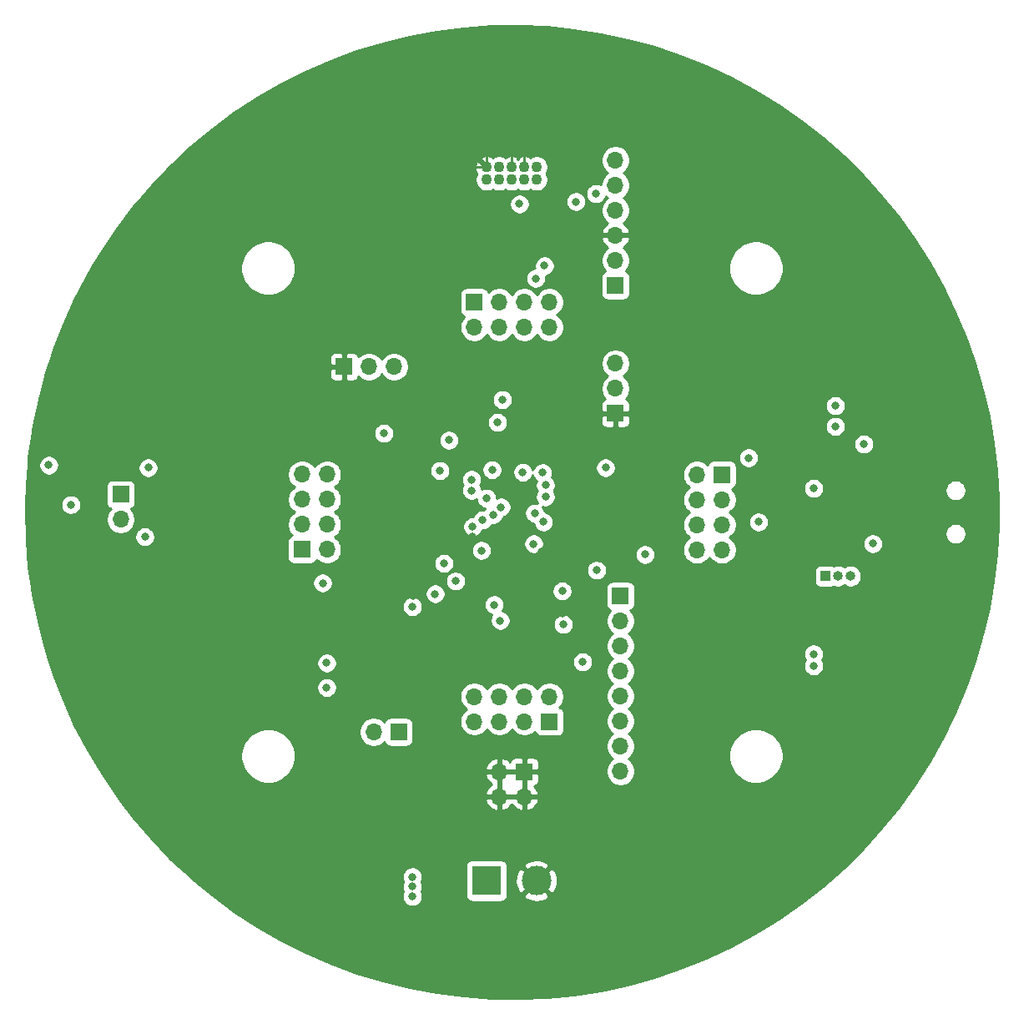
<source format=gbr>
G04 #@! TF.GenerationSoftware,KiCad,Pcbnew,(5.1.5-0-10_14)*
G04 #@! TF.CreationDate,2020-09-03T18:46:32+03:00*
G04 #@! TF.ProjectId,main,6d61696e-2e6b-4696-9361-645f70636258,rev?*
G04 #@! TF.SameCoordinates,Original*
G04 #@! TF.FileFunction,Copper,L3,Inr*
G04 #@! TF.FilePolarity,Positive*
%FSLAX46Y46*%
G04 Gerber Fmt 4.6, Leading zero omitted, Abs format (unit mm)*
G04 Created by KiCad (PCBNEW (5.1.5-0-10_14)) date 2020-09-03 18:46:32*
%MOMM*%
%LPD*%
G04 APERTURE LIST*
%ADD10O,1.700000X1.700000*%
%ADD11R,1.700000X1.700000*%
%ADD12O,1.000000X1.000000*%
%ADD13R,1.000000X1.000000*%
%ADD14C,3.000000*%
%ADD15R,3.000000X3.000000*%
%ADD16C,1.100000*%
%ADD17C,0.800000*%
%ADD18C,0.250000*%
%ADD19C,0.254000*%
G04 APERTURE END LIST*
D10*
X135960000Y-122300000D03*
D11*
X138500000Y-122300000D03*
D10*
X161000000Y-126280000D03*
X161000000Y-123740000D03*
X161000000Y-121200000D03*
X161000000Y-118660000D03*
X161000000Y-116120000D03*
X161000000Y-113580000D03*
X161000000Y-111040000D03*
D11*
X161000000Y-108500000D03*
D10*
X138040000Y-85250000D03*
X135500000Y-85250000D03*
D11*
X132960000Y-85250000D03*
D10*
X131240000Y-96180000D03*
X128700000Y-96180000D03*
X131240000Y-98720000D03*
X128700000Y-98720000D03*
X131240000Y-101260000D03*
X128700000Y-101260000D03*
X131240000Y-103800000D03*
D11*
X128700000Y-103800000D03*
D10*
X146180000Y-118710000D03*
X146180000Y-121250000D03*
X148720000Y-118710000D03*
X148720000Y-121250000D03*
X151260000Y-118710000D03*
X151260000Y-121250000D03*
X153800000Y-118710000D03*
D11*
X153800000Y-121250000D03*
D10*
X168760000Y-103820000D03*
X171300000Y-103820000D03*
X168760000Y-101280000D03*
X171300000Y-101280000D03*
X168760000Y-98740000D03*
X171300000Y-98740000D03*
X168760000Y-96200000D03*
D11*
X171300000Y-96200000D03*
D10*
X153790000Y-81240000D03*
X153790000Y-78700000D03*
X151250000Y-81240000D03*
X151250000Y-78700000D03*
X148710000Y-81240000D03*
X148710000Y-78700000D03*
X146170000Y-81240000D03*
D11*
X146170000Y-78700000D03*
D12*
X184340000Y-106500000D03*
X183070000Y-106500000D03*
D13*
X181800000Y-106500000D03*
D10*
X160500000Y-84920000D03*
X160500000Y-87460000D03*
D11*
X160500000Y-90000000D03*
D10*
X110300000Y-100740000D03*
D11*
X110300000Y-98200000D03*
D10*
X160500000Y-64300000D03*
X160500000Y-66840000D03*
X160500000Y-69380000D03*
X160500000Y-71920000D03*
X160500000Y-74460000D03*
D11*
X160500000Y-77000000D03*
D14*
X152480000Y-137400000D03*
D15*
X147400000Y-137400000D03*
D10*
X148710000Y-128870000D03*
X151250000Y-128870000D03*
X148710000Y-126330000D03*
D11*
X151250000Y-126330000D03*
D16*
X147420000Y-66270000D03*
X147420000Y-65000000D03*
X148690000Y-66270000D03*
X148690000Y-65000000D03*
X149960000Y-66270000D03*
X149960000Y-65000000D03*
X151230000Y-66270000D03*
X151230000Y-65000000D03*
X152500000Y-66270000D03*
X152500000Y-65000000D03*
D17*
X159500000Y-97500000D03*
X122050000Y-118050000D03*
X122050000Y-115050000D03*
X138762653Y-100762653D03*
X140000000Y-108500000D03*
X109500000Y-92000000D03*
X112000000Y-84500000D03*
X115500000Y-77000000D03*
X120500000Y-71000000D03*
X127500000Y-66500000D03*
X135000000Y-62500000D03*
X142000000Y-60000000D03*
X150000000Y-59500000D03*
X158000000Y-60500000D03*
X166000000Y-63000000D03*
X173500000Y-66500000D03*
X179000000Y-72000000D03*
X184500000Y-78500000D03*
X188000000Y-86000000D03*
X190500000Y-93000000D03*
X190000000Y-109500000D03*
X187500000Y-117500000D03*
X183500000Y-124500000D03*
X178500000Y-131000000D03*
X171500000Y-136000000D03*
X164500000Y-139000000D03*
X156500000Y-141500000D03*
X148500000Y-142000000D03*
X141000000Y-141000000D03*
X133000000Y-138500000D03*
X125500000Y-135000000D03*
X119500000Y-129500000D03*
X102100000Y-100300000D03*
X102900000Y-109600000D03*
X105500000Y-118600000D03*
X109700000Y-126700000D03*
X115500000Y-133900000D03*
X122600000Y-139900000D03*
X130900000Y-144500000D03*
X139600000Y-147300000D03*
X148700000Y-148200000D03*
X158200000Y-147500000D03*
X167200000Y-144800000D03*
X175400000Y-140500000D03*
X182700000Y-135100000D03*
X188500000Y-127500000D03*
X193400000Y-119300000D03*
X195800000Y-110500000D03*
X197200000Y-101300000D03*
X196300000Y-91800000D03*
X193800000Y-83100000D03*
X189300000Y-74500000D03*
X183200000Y-67600000D03*
X176400000Y-61700000D03*
X168400000Y-56800000D03*
X158800000Y-54300000D03*
X150000000Y-53400000D03*
X140400000Y-54200000D03*
X132000000Y-56900000D03*
X123600000Y-60800000D03*
X116300000Y-66800000D03*
X110400000Y-74000000D03*
X105900000Y-82200000D03*
X102900000Y-90900000D03*
X115100000Y-123200000D03*
X110800000Y-116100000D03*
X108600000Y-108200000D03*
X108800000Y-101600000D03*
X133900000Y-112700000D03*
X139800000Y-113400000D03*
X195000000Y-115100000D03*
X191400000Y-123800000D03*
X185800000Y-131800000D03*
X179300000Y-138400000D03*
X171500000Y-143300000D03*
X162500000Y-146500000D03*
X153200000Y-148100000D03*
X144000000Y-148000000D03*
X135000000Y-146200000D03*
X126400000Y-142300000D03*
X118700000Y-137000000D03*
X112000000Y-130400000D03*
X107100000Y-122600000D03*
X103800000Y-114000000D03*
X102200000Y-104900000D03*
X101600000Y-95500000D03*
X104100000Y-86300000D03*
X108200000Y-78000000D03*
X113200000Y-70100000D03*
X119800000Y-63600000D03*
X127800000Y-58600000D03*
X136200000Y-55200000D03*
X145300000Y-53400000D03*
X154500000Y-53400000D03*
X163700000Y-55100000D03*
X172500000Y-58900000D03*
X180000000Y-64600000D03*
X186700000Y-70700000D03*
X192000000Y-78700000D03*
X195300000Y-87400000D03*
X155100000Y-110300000D03*
X135000000Y-101899989D03*
X137750000Y-93974990D03*
X172500000Y-117000000D03*
X172500000Y-115000000D03*
X172500000Y-113000000D03*
X179500000Y-101500000D03*
X181900000Y-93200000D03*
X190200000Y-97500000D03*
X187900000Y-98300000D03*
X186600000Y-104800000D03*
X176400000Y-94200000D03*
X177300000Y-94200000D03*
X133600000Y-109000000D03*
X153000000Y-104000000D03*
X145998538Y-102474821D03*
X120500000Y-110100000D03*
X121400000Y-101300000D03*
X136000000Y-73300000D03*
X169200000Y-81900000D03*
X168600000Y-115700000D03*
X165800000Y-133000000D03*
X164300000Y-93500000D03*
X146100000Y-109400000D03*
X178500000Y-91000000D03*
X178700000Y-89200000D03*
X147500000Y-92500000D03*
X129000000Y-132000000D03*
X129000000Y-130900000D03*
X159500000Y-95500000D03*
X113100000Y-95500000D03*
X155100000Y-108000000D03*
X180600000Y-115600000D03*
X180600000Y-114400000D03*
X142700000Y-95800000D03*
X148200000Y-109400000D03*
X139900000Y-109600000D03*
X143600000Y-92700000D03*
X158500000Y-67700000D03*
X130800000Y-107200000D03*
X112750000Y-102500000D03*
X105250000Y-99250000D03*
X103000000Y-95250000D03*
X142200000Y-108300000D03*
X131200000Y-115300000D03*
X143100000Y-105200000D03*
X131200000Y-117800000D03*
X156500000Y-68500000D03*
X150750000Y-68750000D03*
X151100000Y-95950000D03*
X153300002Y-75000000D03*
X153100000Y-96000000D03*
X152400000Y-76300000D03*
X137000000Y-92000000D03*
X174000000Y-94500000D03*
X175000000Y-101000000D03*
X139900000Y-139000000D03*
X139900000Y-137000000D03*
X139900000Y-138000000D03*
X147975010Y-95700000D03*
X149025000Y-88600000D03*
X153400000Y-98450000D03*
X144274990Y-107000000D03*
X147000000Y-100800000D03*
X148900000Y-99500000D03*
X185700000Y-93100000D03*
X186600000Y-103200000D03*
X180600000Y-97600000D03*
X182800000Y-89200000D03*
X182800000Y-91300000D03*
X153400000Y-97250000D03*
X146899996Y-103900000D03*
X148525000Y-90900000D03*
X147408346Y-98594405D03*
X148100000Y-100250000D03*
X146018543Y-101475010D03*
X145900000Y-97800000D03*
X163500000Y-104300000D03*
X145900000Y-96700000D03*
X158575000Y-105900000D03*
X152200000Y-103225000D03*
X157174990Y-115200002D03*
X155200000Y-111400000D03*
X148800000Y-110999992D03*
X153200000Y-101000000D03*
X152300000Y-100100002D03*
D18*
X147420000Y-65000000D02*
X147420000Y-63580000D01*
X147420000Y-65000000D02*
X146642183Y-65000000D01*
X146642183Y-65000000D02*
X146100000Y-65000000D01*
X149960000Y-65000000D02*
X149960000Y-63660000D01*
X151230000Y-65000000D02*
X151230000Y-63630000D01*
D19*
G36*
X153488218Y-50783459D02*
G01*
X156267059Y-51059633D01*
X159025825Y-51492577D01*
X161755679Y-52080906D01*
X164447876Y-52822733D01*
X167093791Y-53715684D01*
X169684950Y-54756897D01*
X172213053Y-55943038D01*
X174670000Y-57270307D01*
X177047922Y-58734451D01*
X179339201Y-60330782D01*
X181536498Y-62054185D01*
X183632774Y-63899139D01*
X185621314Y-65859736D01*
X187495748Y-67929695D01*
X189250072Y-70102384D01*
X190878666Y-72370844D01*
X192376314Y-74727809D01*
X193738217Y-77165728D01*
X194960014Y-79676792D01*
X196037790Y-82252958D01*
X196968093Y-84885973D01*
X197747944Y-87567402D01*
X198374843Y-90288657D01*
X198846783Y-93041021D01*
X199162252Y-95815676D01*
X199320240Y-98603734D01*
X199320240Y-101396266D01*
X199162252Y-104184324D01*
X198846783Y-106958979D01*
X198374843Y-109711343D01*
X197747944Y-112432598D01*
X196968093Y-115114027D01*
X196037790Y-117747042D01*
X194960014Y-120323208D01*
X193738217Y-122834272D01*
X192376314Y-125272191D01*
X190878666Y-127629156D01*
X189250072Y-129897616D01*
X187495748Y-132070305D01*
X185621314Y-134140264D01*
X183632774Y-136100861D01*
X181536498Y-137945815D01*
X179339201Y-139669218D01*
X177047922Y-141265549D01*
X174670000Y-142729693D01*
X172213053Y-144056962D01*
X169684950Y-145243103D01*
X167093791Y-146284316D01*
X164447876Y-147177267D01*
X161755679Y-147919094D01*
X159025825Y-148507423D01*
X156267059Y-148940367D01*
X153488218Y-149216541D01*
X150698203Y-149335060D01*
X147905951Y-149295543D01*
X145120407Y-149098118D01*
X142350494Y-148743417D01*
X139605085Y-148232575D01*
X136892974Y-147567231D01*
X134222848Y-146749514D01*
X131603261Y-145782045D01*
X129042605Y-144667921D01*
X126549082Y-143410713D01*
X124130679Y-142014448D01*
X121795143Y-140483597D01*
X119549956Y-138823065D01*
X117402309Y-137038172D01*
X117251917Y-136898061D01*
X138865000Y-136898061D01*
X138865000Y-137101939D01*
X138904774Y-137301898D01*
X138982795Y-137490256D01*
X138989306Y-137500000D01*
X138982795Y-137509744D01*
X138904774Y-137698102D01*
X138865000Y-137898061D01*
X138865000Y-138101939D01*
X138904774Y-138301898D01*
X138982795Y-138490256D01*
X138989306Y-138500000D01*
X138982795Y-138509744D01*
X138904774Y-138698102D01*
X138865000Y-138898061D01*
X138865000Y-139101939D01*
X138904774Y-139301898D01*
X138982795Y-139490256D01*
X139096063Y-139659774D01*
X139240226Y-139803937D01*
X139409744Y-139917205D01*
X139598102Y-139995226D01*
X139798061Y-140035000D01*
X140001939Y-140035000D01*
X140201898Y-139995226D01*
X140390256Y-139917205D01*
X140559774Y-139803937D01*
X140703937Y-139659774D01*
X140817205Y-139490256D01*
X140895226Y-139301898D01*
X140935000Y-139101939D01*
X140935000Y-138898061D01*
X140895226Y-138698102D01*
X140817205Y-138509744D01*
X140810694Y-138500000D01*
X140817205Y-138490256D01*
X140895226Y-138301898D01*
X140935000Y-138101939D01*
X140935000Y-137898061D01*
X140895226Y-137698102D01*
X140817205Y-137509744D01*
X140810694Y-137500000D01*
X140817205Y-137490256D01*
X140895226Y-137301898D01*
X140935000Y-137101939D01*
X140935000Y-136898061D01*
X140895226Y-136698102D01*
X140817205Y-136509744D01*
X140703937Y-136340226D01*
X140559774Y-136196063D01*
X140390256Y-136082795D01*
X140201898Y-136004774D01*
X140001939Y-135965000D01*
X139798061Y-135965000D01*
X139598102Y-136004774D01*
X139409744Y-136082795D01*
X139240226Y-136196063D01*
X139096063Y-136340226D01*
X138982795Y-136509744D01*
X138904774Y-136698102D01*
X138865000Y-136898061D01*
X117251917Y-136898061D01*
X116180616Y-135900000D01*
X145261928Y-135900000D01*
X145261928Y-138900000D01*
X145274188Y-139024482D01*
X145310498Y-139144180D01*
X145369463Y-139254494D01*
X145448815Y-139351185D01*
X145545506Y-139430537D01*
X145655820Y-139489502D01*
X145775518Y-139525812D01*
X145900000Y-139538072D01*
X148900000Y-139538072D01*
X149024482Y-139525812D01*
X149144180Y-139489502D01*
X149254494Y-139430537D01*
X149351185Y-139351185D01*
X149430537Y-139254494D01*
X149489502Y-139144180D01*
X149525812Y-139024482D01*
X149538072Y-138900000D01*
X149538072Y-138891653D01*
X151167952Y-138891653D01*
X151323962Y-139207214D01*
X151698745Y-139398020D01*
X152103551Y-139512044D01*
X152522824Y-139544902D01*
X152940451Y-139495334D01*
X153340383Y-139365243D01*
X153636038Y-139207214D01*
X153792048Y-138891653D01*
X152480000Y-137579605D01*
X151167952Y-138891653D01*
X149538072Y-138891653D01*
X149538072Y-137442824D01*
X150335098Y-137442824D01*
X150384666Y-137860451D01*
X150514757Y-138260383D01*
X150672786Y-138556038D01*
X150988347Y-138712048D01*
X152300395Y-137400000D01*
X152659605Y-137400000D01*
X153971653Y-138712048D01*
X154287214Y-138556038D01*
X154478020Y-138181255D01*
X154592044Y-137776449D01*
X154624902Y-137357176D01*
X154575334Y-136939549D01*
X154445243Y-136539617D01*
X154287214Y-136243962D01*
X153971653Y-136087952D01*
X152659605Y-137400000D01*
X152300395Y-137400000D01*
X150988347Y-136087952D01*
X150672786Y-136243962D01*
X150481980Y-136618745D01*
X150367956Y-137023551D01*
X150335098Y-137442824D01*
X149538072Y-137442824D01*
X149538072Y-135908347D01*
X151167952Y-135908347D01*
X152480000Y-137220395D01*
X153792048Y-135908347D01*
X153636038Y-135592786D01*
X153261255Y-135401980D01*
X152856449Y-135287956D01*
X152437176Y-135255098D01*
X152019549Y-135304666D01*
X151619617Y-135434757D01*
X151323962Y-135592786D01*
X151167952Y-135908347D01*
X149538072Y-135908347D01*
X149538072Y-135900000D01*
X149525812Y-135775518D01*
X149489502Y-135655820D01*
X149430537Y-135545506D01*
X149351185Y-135448815D01*
X149254494Y-135369463D01*
X149144180Y-135310498D01*
X149024482Y-135274188D01*
X148900000Y-135261928D01*
X145900000Y-135261928D01*
X145775518Y-135274188D01*
X145655820Y-135310498D01*
X145545506Y-135369463D01*
X145448815Y-135448815D01*
X145369463Y-135545506D01*
X145310498Y-135655820D01*
X145274188Y-135775518D01*
X145261928Y-135900000D01*
X116180616Y-135900000D01*
X115359083Y-135134633D01*
X113426822Y-133118548D01*
X111611716Y-130996375D01*
X110263862Y-129226890D01*
X147268524Y-129226890D01*
X147313175Y-129374099D01*
X147438359Y-129636920D01*
X147612412Y-129870269D01*
X147828645Y-130065178D01*
X148078748Y-130214157D01*
X148353109Y-130311481D01*
X148583000Y-130190814D01*
X148583000Y-128997000D01*
X148837000Y-128997000D01*
X148837000Y-130190814D01*
X149066891Y-130311481D01*
X149341252Y-130214157D01*
X149591355Y-130065178D01*
X149807588Y-129870269D01*
X149980000Y-129639120D01*
X150152412Y-129870269D01*
X150368645Y-130065178D01*
X150618748Y-130214157D01*
X150893109Y-130311481D01*
X151123000Y-130190814D01*
X151123000Y-128997000D01*
X151377000Y-128997000D01*
X151377000Y-130190814D01*
X151606891Y-130311481D01*
X151881252Y-130214157D01*
X152131355Y-130065178D01*
X152347588Y-129870269D01*
X152521641Y-129636920D01*
X152646825Y-129374099D01*
X152691476Y-129226890D01*
X152570155Y-128997000D01*
X151377000Y-128997000D01*
X151123000Y-128997000D01*
X148837000Y-128997000D01*
X148583000Y-128997000D01*
X147389845Y-128997000D01*
X147268524Y-129226890D01*
X110263862Y-129226890D01*
X109919579Y-128774910D01*
X108355832Y-126461271D01*
X107170934Y-124474438D01*
X122466263Y-124474438D01*
X122466263Y-125023036D01*
X122573289Y-125561091D01*
X122783228Y-126067929D01*
X123088013Y-126524071D01*
X123475929Y-126911987D01*
X123932071Y-127216772D01*
X124438909Y-127426711D01*
X124976964Y-127533737D01*
X125525562Y-127533737D01*
X126063617Y-127426711D01*
X126570455Y-127216772D01*
X127026597Y-126911987D01*
X127251694Y-126686890D01*
X147268524Y-126686890D01*
X147313175Y-126834099D01*
X147438359Y-127096920D01*
X147612412Y-127330269D01*
X147828645Y-127525178D01*
X147954255Y-127600000D01*
X147828645Y-127674822D01*
X147612412Y-127869731D01*
X147438359Y-128103080D01*
X147313175Y-128365901D01*
X147268524Y-128513110D01*
X147389845Y-128743000D01*
X148583000Y-128743000D01*
X148583000Y-126457000D01*
X148837000Y-126457000D01*
X148837000Y-128743000D01*
X151123000Y-128743000D01*
X151123000Y-126457000D01*
X151377000Y-126457000D01*
X151377000Y-128743000D01*
X152570155Y-128743000D01*
X152691476Y-128513110D01*
X152646825Y-128365901D01*
X152521641Y-128103080D01*
X152347588Y-127869731D01*
X152263534Y-127793966D01*
X152344180Y-127769502D01*
X152454494Y-127710537D01*
X152551185Y-127631185D01*
X152630537Y-127534494D01*
X152689502Y-127424180D01*
X152725812Y-127304482D01*
X152738072Y-127180000D01*
X152735000Y-126615750D01*
X152576250Y-126457000D01*
X151377000Y-126457000D01*
X151123000Y-126457000D01*
X148837000Y-126457000D01*
X148583000Y-126457000D01*
X147389845Y-126457000D01*
X147268524Y-126686890D01*
X127251694Y-126686890D01*
X127414513Y-126524071D01*
X127719298Y-126067929D01*
X127758573Y-125973110D01*
X147268524Y-125973110D01*
X147389845Y-126203000D01*
X148583000Y-126203000D01*
X148583000Y-125009186D01*
X148837000Y-125009186D01*
X148837000Y-126203000D01*
X151123000Y-126203000D01*
X151123000Y-125003750D01*
X151377000Y-125003750D01*
X151377000Y-126203000D01*
X152576250Y-126203000D01*
X152735000Y-126044250D01*
X152738072Y-125480000D01*
X152725812Y-125355518D01*
X152689502Y-125235820D01*
X152630537Y-125125506D01*
X152551185Y-125028815D01*
X152454494Y-124949463D01*
X152344180Y-124890498D01*
X152224482Y-124854188D01*
X152100000Y-124841928D01*
X151535750Y-124845000D01*
X151377000Y-125003750D01*
X151123000Y-125003750D01*
X150964250Y-124845000D01*
X150400000Y-124841928D01*
X150275518Y-124854188D01*
X150155820Y-124890498D01*
X150045506Y-124949463D01*
X149948815Y-125028815D01*
X149869463Y-125125506D01*
X149810498Y-125235820D01*
X149787502Y-125311626D01*
X149591355Y-125134822D01*
X149341252Y-124985843D01*
X149066891Y-124888519D01*
X148837000Y-125009186D01*
X148583000Y-125009186D01*
X148353109Y-124888519D01*
X148078748Y-124985843D01*
X147828645Y-125134822D01*
X147612412Y-125329731D01*
X147438359Y-125563080D01*
X147313175Y-125825901D01*
X147268524Y-125973110D01*
X127758573Y-125973110D01*
X127929237Y-125561091D01*
X128036263Y-125023036D01*
X128036263Y-124474438D01*
X127929237Y-123936383D01*
X127719298Y-123429545D01*
X127414513Y-122973403D01*
X127026597Y-122585487D01*
X126570455Y-122280702D01*
X126263942Y-122153740D01*
X134475000Y-122153740D01*
X134475000Y-122446260D01*
X134532068Y-122733158D01*
X134644010Y-123003411D01*
X134806525Y-123246632D01*
X135013368Y-123453475D01*
X135256589Y-123615990D01*
X135526842Y-123727932D01*
X135813740Y-123785000D01*
X136106260Y-123785000D01*
X136393158Y-123727932D01*
X136663411Y-123615990D01*
X136906632Y-123453475D01*
X137038487Y-123321620D01*
X137060498Y-123394180D01*
X137119463Y-123504494D01*
X137198815Y-123601185D01*
X137295506Y-123680537D01*
X137405820Y-123739502D01*
X137525518Y-123775812D01*
X137650000Y-123788072D01*
X139350000Y-123788072D01*
X139474482Y-123775812D01*
X139594180Y-123739502D01*
X139704494Y-123680537D01*
X139801185Y-123601185D01*
X139880537Y-123504494D01*
X139939502Y-123394180D01*
X139975812Y-123274482D01*
X139988072Y-123150000D01*
X139988072Y-121450000D01*
X139975812Y-121325518D01*
X139939502Y-121205820D01*
X139880537Y-121095506D01*
X139801185Y-120998815D01*
X139704494Y-120919463D01*
X139594180Y-120860498D01*
X139474482Y-120824188D01*
X139350000Y-120811928D01*
X137650000Y-120811928D01*
X137525518Y-120824188D01*
X137405820Y-120860498D01*
X137295506Y-120919463D01*
X137198815Y-120998815D01*
X137119463Y-121095506D01*
X137060498Y-121205820D01*
X137038487Y-121278380D01*
X136906632Y-121146525D01*
X136663411Y-120984010D01*
X136393158Y-120872068D01*
X136106260Y-120815000D01*
X135813740Y-120815000D01*
X135526842Y-120872068D01*
X135256589Y-120984010D01*
X135013368Y-121146525D01*
X134806525Y-121353368D01*
X134644010Y-121596589D01*
X134532068Y-121866842D01*
X134475000Y-122153740D01*
X126263942Y-122153740D01*
X126063617Y-122070763D01*
X125525562Y-121963737D01*
X124976964Y-121963737D01*
X124438909Y-122070763D01*
X123932071Y-122280702D01*
X123475929Y-122585487D01*
X123088013Y-122973403D01*
X122783228Y-123429545D01*
X122573289Y-123936383D01*
X122466263Y-124474438D01*
X107170934Y-124474438D01*
X106925484Y-124062869D01*
X105633116Y-121587385D01*
X104482869Y-119042751D01*
X103964507Y-117698061D01*
X130165000Y-117698061D01*
X130165000Y-117901939D01*
X130204774Y-118101898D01*
X130282795Y-118290256D01*
X130396063Y-118459774D01*
X130540226Y-118603937D01*
X130709744Y-118717205D01*
X130898102Y-118795226D01*
X131098061Y-118835000D01*
X131301939Y-118835000D01*
X131501898Y-118795226D01*
X131690256Y-118717205D01*
X131859774Y-118603937D01*
X131899971Y-118563740D01*
X144695000Y-118563740D01*
X144695000Y-118856260D01*
X144752068Y-119143158D01*
X144864010Y-119413411D01*
X145026525Y-119656632D01*
X145233368Y-119863475D01*
X145407760Y-119980000D01*
X145233368Y-120096525D01*
X145026525Y-120303368D01*
X144864010Y-120546589D01*
X144752068Y-120816842D01*
X144695000Y-121103740D01*
X144695000Y-121396260D01*
X144752068Y-121683158D01*
X144864010Y-121953411D01*
X145026525Y-122196632D01*
X145233368Y-122403475D01*
X145476589Y-122565990D01*
X145746842Y-122677932D01*
X146033740Y-122735000D01*
X146326260Y-122735000D01*
X146613158Y-122677932D01*
X146883411Y-122565990D01*
X147126632Y-122403475D01*
X147333475Y-122196632D01*
X147450000Y-122022240D01*
X147566525Y-122196632D01*
X147773368Y-122403475D01*
X148016589Y-122565990D01*
X148286842Y-122677932D01*
X148573740Y-122735000D01*
X148866260Y-122735000D01*
X149153158Y-122677932D01*
X149423411Y-122565990D01*
X149666632Y-122403475D01*
X149873475Y-122196632D01*
X149990000Y-122022240D01*
X150106525Y-122196632D01*
X150313368Y-122403475D01*
X150556589Y-122565990D01*
X150826842Y-122677932D01*
X151113740Y-122735000D01*
X151406260Y-122735000D01*
X151693158Y-122677932D01*
X151963411Y-122565990D01*
X152206632Y-122403475D01*
X152338487Y-122271620D01*
X152360498Y-122344180D01*
X152419463Y-122454494D01*
X152498815Y-122551185D01*
X152595506Y-122630537D01*
X152705820Y-122689502D01*
X152825518Y-122725812D01*
X152950000Y-122738072D01*
X154650000Y-122738072D01*
X154774482Y-122725812D01*
X154894180Y-122689502D01*
X155004494Y-122630537D01*
X155101185Y-122551185D01*
X155180537Y-122454494D01*
X155239502Y-122344180D01*
X155275812Y-122224482D01*
X155288072Y-122100000D01*
X155288072Y-120400000D01*
X155275812Y-120275518D01*
X155239502Y-120155820D01*
X155180537Y-120045506D01*
X155101185Y-119948815D01*
X155004494Y-119869463D01*
X154894180Y-119810498D01*
X154821620Y-119788487D01*
X154953475Y-119656632D01*
X155115990Y-119413411D01*
X155227932Y-119143158D01*
X155285000Y-118856260D01*
X155285000Y-118563740D01*
X155227932Y-118276842D01*
X155115990Y-118006589D01*
X154953475Y-117763368D01*
X154746632Y-117556525D01*
X154503411Y-117394010D01*
X154233158Y-117282068D01*
X153946260Y-117225000D01*
X153653740Y-117225000D01*
X153366842Y-117282068D01*
X153096589Y-117394010D01*
X152853368Y-117556525D01*
X152646525Y-117763368D01*
X152530000Y-117937760D01*
X152413475Y-117763368D01*
X152206632Y-117556525D01*
X151963411Y-117394010D01*
X151693158Y-117282068D01*
X151406260Y-117225000D01*
X151113740Y-117225000D01*
X150826842Y-117282068D01*
X150556589Y-117394010D01*
X150313368Y-117556525D01*
X150106525Y-117763368D01*
X149990000Y-117937760D01*
X149873475Y-117763368D01*
X149666632Y-117556525D01*
X149423411Y-117394010D01*
X149153158Y-117282068D01*
X148866260Y-117225000D01*
X148573740Y-117225000D01*
X148286842Y-117282068D01*
X148016589Y-117394010D01*
X147773368Y-117556525D01*
X147566525Y-117763368D01*
X147450000Y-117937760D01*
X147333475Y-117763368D01*
X147126632Y-117556525D01*
X146883411Y-117394010D01*
X146613158Y-117282068D01*
X146326260Y-117225000D01*
X146033740Y-117225000D01*
X145746842Y-117282068D01*
X145476589Y-117394010D01*
X145233368Y-117556525D01*
X145026525Y-117763368D01*
X144864010Y-118006589D01*
X144752068Y-118276842D01*
X144695000Y-118563740D01*
X131899971Y-118563740D01*
X132003937Y-118459774D01*
X132117205Y-118290256D01*
X132195226Y-118101898D01*
X132235000Y-117901939D01*
X132235000Y-117698061D01*
X132195226Y-117498102D01*
X132117205Y-117309744D01*
X132003937Y-117140226D01*
X131859774Y-116996063D01*
X131690256Y-116882795D01*
X131501898Y-116804774D01*
X131301939Y-116765000D01*
X131098061Y-116765000D01*
X130898102Y-116804774D01*
X130709744Y-116882795D01*
X130540226Y-116996063D01*
X130396063Y-117140226D01*
X130282795Y-117309744D01*
X130204774Y-117498102D01*
X130165000Y-117698061D01*
X103964507Y-117698061D01*
X103478427Y-116437117D01*
X103079707Y-115198061D01*
X130165000Y-115198061D01*
X130165000Y-115401939D01*
X130204774Y-115601898D01*
X130282795Y-115790256D01*
X130396063Y-115959774D01*
X130540226Y-116103937D01*
X130709744Y-116217205D01*
X130898102Y-116295226D01*
X131098061Y-116335000D01*
X131301939Y-116335000D01*
X131501898Y-116295226D01*
X131690256Y-116217205D01*
X131859774Y-116103937D01*
X132003937Y-115959774D01*
X132117205Y-115790256D01*
X132195226Y-115601898D01*
X132235000Y-115401939D01*
X132235000Y-115198061D01*
X132215110Y-115098063D01*
X156139990Y-115098063D01*
X156139990Y-115301941D01*
X156179764Y-115501900D01*
X156257785Y-115690258D01*
X156371053Y-115859776D01*
X156515216Y-116003939D01*
X156684734Y-116117207D01*
X156873092Y-116195228D01*
X157073051Y-116235002D01*
X157276929Y-116235002D01*
X157476888Y-116195228D01*
X157665246Y-116117207D01*
X157834764Y-116003939D01*
X157978927Y-115859776D01*
X158092195Y-115690258D01*
X158170216Y-115501900D01*
X158209990Y-115301941D01*
X158209990Y-115098063D01*
X158170216Y-114898104D01*
X158092195Y-114709746D01*
X157978927Y-114540228D01*
X157834764Y-114396065D01*
X157665246Y-114282797D01*
X157476888Y-114204776D01*
X157276929Y-114165002D01*
X157073051Y-114165002D01*
X156873092Y-114204776D01*
X156684734Y-114282797D01*
X156515216Y-114396065D01*
X156371053Y-114540228D01*
X156257785Y-114709746D01*
X156179764Y-114898104D01*
X156139990Y-115098063D01*
X132215110Y-115098063D01*
X132195226Y-114998102D01*
X132117205Y-114809744D01*
X132003937Y-114640226D01*
X131859774Y-114496063D01*
X131690256Y-114382795D01*
X131501898Y-114304774D01*
X131301939Y-114265000D01*
X131098061Y-114265000D01*
X130898102Y-114304774D01*
X130709744Y-114382795D01*
X130540226Y-114496063D01*
X130396063Y-114640226D01*
X130282795Y-114809744D01*
X130204774Y-114998102D01*
X130165000Y-115198061D01*
X103079707Y-115198061D01*
X102623007Y-113778831D01*
X101919351Y-111076406D01*
X101602496Y-109498061D01*
X138865000Y-109498061D01*
X138865000Y-109701939D01*
X138904774Y-109901898D01*
X138982795Y-110090256D01*
X139096063Y-110259774D01*
X139240226Y-110403937D01*
X139409744Y-110517205D01*
X139598102Y-110595226D01*
X139798061Y-110635000D01*
X140001939Y-110635000D01*
X140201898Y-110595226D01*
X140390256Y-110517205D01*
X140559774Y-110403937D01*
X140703937Y-110259774D01*
X140817205Y-110090256D01*
X140895226Y-109901898D01*
X140935000Y-109701939D01*
X140935000Y-109498061D01*
X140895226Y-109298102D01*
X140817205Y-109109744D01*
X140703937Y-108940226D01*
X140559774Y-108796063D01*
X140390256Y-108682795D01*
X140201898Y-108604774D01*
X140001939Y-108565000D01*
X139798061Y-108565000D01*
X139598102Y-108604774D01*
X139409744Y-108682795D01*
X139240226Y-108796063D01*
X139096063Y-108940226D01*
X138982795Y-109109744D01*
X138904774Y-109298102D01*
X138865000Y-109498061D01*
X101602496Y-109498061D01*
X101369711Y-108338500D01*
X101192992Y-107098061D01*
X129765000Y-107098061D01*
X129765000Y-107301939D01*
X129804774Y-107501898D01*
X129882795Y-107690256D01*
X129996063Y-107859774D01*
X130140226Y-108003937D01*
X130309744Y-108117205D01*
X130498102Y-108195226D01*
X130698061Y-108235000D01*
X130901939Y-108235000D01*
X131087645Y-108198061D01*
X141165000Y-108198061D01*
X141165000Y-108401939D01*
X141204774Y-108601898D01*
X141282795Y-108790256D01*
X141396063Y-108959774D01*
X141540226Y-109103937D01*
X141709744Y-109217205D01*
X141898102Y-109295226D01*
X142098061Y-109335000D01*
X142301939Y-109335000D01*
X142487645Y-109298061D01*
X147165000Y-109298061D01*
X147165000Y-109501939D01*
X147204774Y-109701898D01*
X147282795Y-109890256D01*
X147396063Y-110059774D01*
X147540226Y-110203937D01*
X147709744Y-110317205D01*
X147898102Y-110395226D01*
X147952128Y-110405972D01*
X147882795Y-110509736D01*
X147804774Y-110698094D01*
X147765000Y-110898053D01*
X147765000Y-111101931D01*
X147804774Y-111301890D01*
X147882795Y-111490248D01*
X147996063Y-111659766D01*
X148140226Y-111803929D01*
X148309744Y-111917197D01*
X148498102Y-111995218D01*
X148698061Y-112034992D01*
X148901939Y-112034992D01*
X149101898Y-111995218D01*
X149290256Y-111917197D01*
X149459774Y-111803929D01*
X149603937Y-111659766D01*
X149717205Y-111490248D01*
X149795226Y-111301890D01*
X149795987Y-111298061D01*
X154165000Y-111298061D01*
X154165000Y-111501939D01*
X154204774Y-111701898D01*
X154282795Y-111890256D01*
X154396063Y-112059774D01*
X154540226Y-112203937D01*
X154709744Y-112317205D01*
X154898102Y-112395226D01*
X155098061Y-112435000D01*
X155301939Y-112435000D01*
X155501898Y-112395226D01*
X155690256Y-112317205D01*
X155859774Y-112203937D01*
X156003937Y-112059774D01*
X156117205Y-111890256D01*
X156195226Y-111701898D01*
X156235000Y-111501939D01*
X156235000Y-111298061D01*
X156195226Y-111098102D01*
X156117205Y-110909744D01*
X156003937Y-110740226D01*
X155859774Y-110596063D01*
X155690256Y-110482795D01*
X155501898Y-110404774D01*
X155301939Y-110365000D01*
X155098061Y-110365000D01*
X154898102Y-110404774D01*
X154709744Y-110482795D01*
X154540226Y-110596063D01*
X154396063Y-110740226D01*
X154282795Y-110909744D01*
X154204774Y-111098102D01*
X154165000Y-111298061D01*
X149795987Y-111298061D01*
X149835000Y-111101931D01*
X149835000Y-110898053D01*
X149795226Y-110698094D01*
X149717205Y-110509736D01*
X149603937Y-110340218D01*
X149459774Y-110196055D01*
X149290256Y-110082787D01*
X149101898Y-110004766D01*
X149047872Y-109994020D01*
X149117205Y-109890256D01*
X149195226Y-109701898D01*
X149235000Y-109501939D01*
X149235000Y-109298061D01*
X149195226Y-109098102D01*
X149117205Y-108909744D01*
X149003937Y-108740226D01*
X148859774Y-108596063D01*
X148690256Y-108482795D01*
X148501898Y-108404774D01*
X148301939Y-108365000D01*
X148098061Y-108365000D01*
X147898102Y-108404774D01*
X147709744Y-108482795D01*
X147540226Y-108596063D01*
X147396063Y-108740226D01*
X147282795Y-108909744D01*
X147204774Y-109098102D01*
X147165000Y-109298061D01*
X142487645Y-109298061D01*
X142501898Y-109295226D01*
X142690256Y-109217205D01*
X142859774Y-109103937D01*
X143003937Y-108959774D01*
X143117205Y-108790256D01*
X143195226Y-108601898D01*
X143235000Y-108401939D01*
X143235000Y-108198061D01*
X143195226Y-107998102D01*
X143117205Y-107809744D01*
X143003937Y-107640226D01*
X142859774Y-107496063D01*
X142690256Y-107382795D01*
X142501898Y-107304774D01*
X142301939Y-107265000D01*
X142098061Y-107265000D01*
X141898102Y-107304774D01*
X141709744Y-107382795D01*
X141540226Y-107496063D01*
X141396063Y-107640226D01*
X141282795Y-107809744D01*
X141204774Y-107998102D01*
X141165000Y-108198061D01*
X131087645Y-108198061D01*
X131101898Y-108195226D01*
X131290256Y-108117205D01*
X131459774Y-108003937D01*
X131603937Y-107859774D01*
X131717205Y-107690256D01*
X131795226Y-107501898D01*
X131835000Y-107301939D01*
X131835000Y-107098061D01*
X131795226Y-106898102D01*
X131795210Y-106898061D01*
X143239990Y-106898061D01*
X143239990Y-107101939D01*
X143279764Y-107301898D01*
X143357785Y-107490256D01*
X143471053Y-107659774D01*
X143615216Y-107803937D01*
X143784734Y-107917205D01*
X143973092Y-107995226D01*
X144173051Y-108035000D01*
X144376929Y-108035000D01*
X144576888Y-107995226D01*
X144765246Y-107917205D01*
X144793897Y-107898061D01*
X154065000Y-107898061D01*
X154065000Y-108101939D01*
X154104774Y-108301898D01*
X154182795Y-108490256D01*
X154296063Y-108659774D01*
X154440226Y-108803937D01*
X154609744Y-108917205D01*
X154798102Y-108995226D01*
X154998061Y-109035000D01*
X155201939Y-109035000D01*
X155401898Y-108995226D01*
X155590256Y-108917205D01*
X155759774Y-108803937D01*
X155903937Y-108659774D01*
X156017205Y-108490256D01*
X156095226Y-108301898D01*
X156135000Y-108101939D01*
X156135000Y-107898061D01*
X156095226Y-107698102D01*
X156075302Y-107650000D01*
X159511928Y-107650000D01*
X159511928Y-109350000D01*
X159524188Y-109474482D01*
X159560498Y-109594180D01*
X159619463Y-109704494D01*
X159698815Y-109801185D01*
X159795506Y-109880537D01*
X159905820Y-109939502D01*
X159978380Y-109961513D01*
X159846525Y-110093368D01*
X159684010Y-110336589D01*
X159572068Y-110606842D01*
X159515000Y-110893740D01*
X159515000Y-111186260D01*
X159572068Y-111473158D01*
X159684010Y-111743411D01*
X159846525Y-111986632D01*
X160053368Y-112193475D01*
X160227760Y-112310000D01*
X160053368Y-112426525D01*
X159846525Y-112633368D01*
X159684010Y-112876589D01*
X159572068Y-113146842D01*
X159515000Y-113433740D01*
X159515000Y-113726260D01*
X159572068Y-114013158D01*
X159684010Y-114283411D01*
X159846525Y-114526632D01*
X160053368Y-114733475D01*
X160227760Y-114850000D01*
X160053368Y-114966525D01*
X159846525Y-115173368D01*
X159684010Y-115416589D01*
X159572068Y-115686842D01*
X159515000Y-115973740D01*
X159515000Y-116266260D01*
X159572068Y-116553158D01*
X159684010Y-116823411D01*
X159846525Y-117066632D01*
X160053368Y-117273475D01*
X160227760Y-117390000D01*
X160053368Y-117506525D01*
X159846525Y-117713368D01*
X159684010Y-117956589D01*
X159572068Y-118226842D01*
X159515000Y-118513740D01*
X159515000Y-118806260D01*
X159572068Y-119093158D01*
X159684010Y-119363411D01*
X159846525Y-119606632D01*
X160053368Y-119813475D01*
X160227760Y-119930000D01*
X160053368Y-120046525D01*
X159846525Y-120253368D01*
X159684010Y-120496589D01*
X159572068Y-120766842D01*
X159515000Y-121053740D01*
X159515000Y-121346260D01*
X159572068Y-121633158D01*
X159684010Y-121903411D01*
X159846525Y-122146632D01*
X160053368Y-122353475D01*
X160227760Y-122470000D01*
X160053368Y-122586525D01*
X159846525Y-122793368D01*
X159684010Y-123036589D01*
X159572068Y-123306842D01*
X159515000Y-123593740D01*
X159515000Y-123886260D01*
X159572068Y-124173158D01*
X159684010Y-124443411D01*
X159846525Y-124686632D01*
X160053368Y-124893475D01*
X160227760Y-125010000D01*
X160053368Y-125126525D01*
X159846525Y-125333368D01*
X159684010Y-125576589D01*
X159572068Y-125846842D01*
X159515000Y-126133740D01*
X159515000Y-126426260D01*
X159572068Y-126713158D01*
X159684010Y-126983411D01*
X159846525Y-127226632D01*
X160053368Y-127433475D01*
X160296589Y-127595990D01*
X160566842Y-127707932D01*
X160853740Y-127765000D01*
X161146260Y-127765000D01*
X161433158Y-127707932D01*
X161703411Y-127595990D01*
X161946632Y-127433475D01*
X162153475Y-127226632D01*
X162315990Y-126983411D01*
X162427932Y-126713158D01*
X162485000Y-126426260D01*
X162485000Y-126133740D01*
X162427932Y-125846842D01*
X162315990Y-125576589D01*
X162153475Y-125333368D01*
X161946632Y-125126525D01*
X161772240Y-125010000D01*
X161946632Y-124893475D01*
X162153475Y-124686632D01*
X162295258Y-124474438D01*
X171963737Y-124474438D01*
X171963737Y-125023036D01*
X172070763Y-125561091D01*
X172280702Y-126067929D01*
X172585487Y-126524071D01*
X172973403Y-126911987D01*
X173429545Y-127216772D01*
X173936383Y-127426711D01*
X174474438Y-127533737D01*
X175023036Y-127533737D01*
X175561091Y-127426711D01*
X176067929Y-127216772D01*
X176524071Y-126911987D01*
X176911987Y-126524071D01*
X177216772Y-126067929D01*
X177426711Y-125561091D01*
X177533737Y-125023036D01*
X177533737Y-124474438D01*
X177426711Y-123936383D01*
X177216772Y-123429545D01*
X176911987Y-122973403D01*
X176524071Y-122585487D01*
X176067929Y-122280702D01*
X175561091Y-122070763D01*
X175023036Y-121963737D01*
X174474438Y-121963737D01*
X173936383Y-122070763D01*
X173429545Y-122280702D01*
X172973403Y-122585487D01*
X172585487Y-122973403D01*
X172280702Y-123429545D01*
X172070763Y-123936383D01*
X171963737Y-124474438D01*
X162295258Y-124474438D01*
X162315990Y-124443411D01*
X162427932Y-124173158D01*
X162485000Y-123886260D01*
X162485000Y-123593740D01*
X162427932Y-123306842D01*
X162315990Y-123036589D01*
X162153475Y-122793368D01*
X161946632Y-122586525D01*
X161772240Y-122470000D01*
X161946632Y-122353475D01*
X162153475Y-122146632D01*
X162315990Y-121903411D01*
X162427932Y-121633158D01*
X162485000Y-121346260D01*
X162485000Y-121053740D01*
X162427932Y-120766842D01*
X162315990Y-120496589D01*
X162153475Y-120253368D01*
X161946632Y-120046525D01*
X161772240Y-119930000D01*
X161946632Y-119813475D01*
X162153475Y-119606632D01*
X162315990Y-119363411D01*
X162427932Y-119093158D01*
X162485000Y-118806260D01*
X162485000Y-118513740D01*
X162427932Y-118226842D01*
X162315990Y-117956589D01*
X162153475Y-117713368D01*
X161946632Y-117506525D01*
X161772240Y-117390000D01*
X161946632Y-117273475D01*
X162153475Y-117066632D01*
X162315990Y-116823411D01*
X162427932Y-116553158D01*
X162485000Y-116266260D01*
X162485000Y-115973740D01*
X162427932Y-115686842D01*
X162315990Y-115416589D01*
X162153475Y-115173368D01*
X161946632Y-114966525D01*
X161772240Y-114850000D01*
X161946632Y-114733475D01*
X162153475Y-114526632D01*
X162306201Y-114298061D01*
X179565000Y-114298061D01*
X179565000Y-114501939D01*
X179604774Y-114701898D01*
X179682795Y-114890256D01*
X179756123Y-115000000D01*
X179682795Y-115109744D01*
X179604774Y-115298102D01*
X179565000Y-115498061D01*
X179565000Y-115701939D01*
X179604774Y-115901898D01*
X179682795Y-116090256D01*
X179796063Y-116259774D01*
X179940226Y-116403937D01*
X180109744Y-116517205D01*
X180298102Y-116595226D01*
X180498061Y-116635000D01*
X180701939Y-116635000D01*
X180901898Y-116595226D01*
X181090256Y-116517205D01*
X181259774Y-116403937D01*
X181403937Y-116259774D01*
X181517205Y-116090256D01*
X181595226Y-115901898D01*
X181635000Y-115701939D01*
X181635000Y-115498061D01*
X181595226Y-115298102D01*
X181517205Y-115109744D01*
X181443877Y-115000000D01*
X181517205Y-114890256D01*
X181595226Y-114701898D01*
X181635000Y-114501939D01*
X181635000Y-114298061D01*
X181595226Y-114098102D01*
X181517205Y-113909744D01*
X181403937Y-113740226D01*
X181259774Y-113596063D01*
X181090256Y-113482795D01*
X180901898Y-113404774D01*
X180701939Y-113365000D01*
X180498061Y-113365000D01*
X180298102Y-113404774D01*
X180109744Y-113482795D01*
X179940226Y-113596063D01*
X179796063Y-113740226D01*
X179682795Y-113909744D01*
X179604774Y-114098102D01*
X179565000Y-114298061D01*
X162306201Y-114298061D01*
X162315990Y-114283411D01*
X162427932Y-114013158D01*
X162485000Y-113726260D01*
X162485000Y-113433740D01*
X162427932Y-113146842D01*
X162315990Y-112876589D01*
X162153475Y-112633368D01*
X161946632Y-112426525D01*
X161772240Y-112310000D01*
X161946632Y-112193475D01*
X162153475Y-111986632D01*
X162315990Y-111743411D01*
X162427932Y-111473158D01*
X162485000Y-111186260D01*
X162485000Y-110893740D01*
X162427932Y-110606842D01*
X162315990Y-110336589D01*
X162153475Y-110093368D01*
X162021620Y-109961513D01*
X162094180Y-109939502D01*
X162204494Y-109880537D01*
X162301185Y-109801185D01*
X162380537Y-109704494D01*
X162439502Y-109594180D01*
X162475812Y-109474482D01*
X162488072Y-109350000D01*
X162488072Y-107650000D01*
X162475812Y-107525518D01*
X162439502Y-107405820D01*
X162380537Y-107295506D01*
X162301185Y-107198815D01*
X162204494Y-107119463D01*
X162094180Y-107060498D01*
X161974482Y-107024188D01*
X161850000Y-107011928D01*
X160150000Y-107011928D01*
X160025518Y-107024188D01*
X159905820Y-107060498D01*
X159795506Y-107119463D01*
X159698815Y-107198815D01*
X159619463Y-107295506D01*
X159560498Y-107405820D01*
X159524188Y-107525518D01*
X159511928Y-107650000D01*
X156075302Y-107650000D01*
X156017205Y-107509744D01*
X155903937Y-107340226D01*
X155759774Y-107196063D01*
X155590256Y-107082795D01*
X155401898Y-107004774D01*
X155201939Y-106965000D01*
X154998061Y-106965000D01*
X154798102Y-107004774D01*
X154609744Y-107082795D01*
X154440226Y-107196063D01*
X154296063Y-107340226D01*
X154182795Y-107509744D01*
X154104774Y-107698102D01*
X154065000Y-107898061D01*
X144793897Y-107898061D01*
X144934764Y-107803937D01*
X145078927Y-107659774D01*
X145192195Y-107490256D01*
X145270216Y-107301898D01*
X145309990Y-107101939D01*
X145309990Y-106898061D01*
X145270216Y-106698102D01*
X145192195Y-106509744D01*
X145078927Y-106340226D01*
X144934764Y-106196063D01*
X144765246Y-106082795D01*
X144576888Y-106004774D01*
X144376929Y-105965000D01*
X144173051Y-105965000D01*
X143973092Y-106004774D01*
X143784734Y-106082795D01*
X143615216Y-106196063D01*
X143471053Y-106340226D01*
X143357785Y-106509744D01*
X143279764Y-106698102D01*
X143239990Y-106898061D01*
X131795210Y-106898061D01*
X131717205Y-106709744D01*
X131603937Y-106540226D01*
X131459774Y-106396063D01*
X131290256Y-106282795D01*
X131101898Y-106204774D01*
X130901939Y-106165000D01*
X130698061Y-106165000D01*
X130498102Y-106204774D01*
X130309744Y-106282795D01*
X130140226Y-106396063D01*
X129996063Y-106540226D01*
X129882795Y-106709744D01*
X129804774Y-106898102D01*
X129765000Y-107098061D01*
X101192992Y-107098061D01*
X100975849Y-105573884D01*
X100739025Y-102791413D01*
X100727890Y-102398061D01*
X111715000Y-102398061D01*
X111715000Y-102601939D01*
X111754774Y-102801898D01*
X111832795Y-102990256D01*
X111946063Y-103159774D01*
X112090226Y-103303937D01*
X112259744Y-103417205D01*
X112448102Y-103495226D01*
X112648061Y-103535000D01*
X112851939Y-103535000D01*
X113051898Y-103495226D01*
X113240256Y-103417205D01*
X113409774Y-103303937D01*
X113553937Y-103159774D01*
X113667205Y-102990256D01*
X113683879Y-102950000D01*
X127211928Y-102950000D01*
X127211928Y-104650000D01*
X127224188Y-104774482D01*
X127260498Y-104894180D01*
X127319463Y-105004494D01*
X127398815Y-105101185D01*
X127495506Y-105180537D01*
X127605820Y-105239502D01*
X127725518Y-105275812D01*
X127850000Y-105288072D01*
X129550000Y-105288072D01*
X129674482Y-105275812D01*
X129794180Y-105239502D01*
X129904494Y-105180537D01*
X130001185Y-105101185D01*
X130080537Y-105004494D01*
X130139502Y-104894180D01*
X130161513Y-104821620D01*
X130293368Y-104953475D01*
X130536589Y-105115990D01*
X130806842Y-105227932D01*
X131093740Y-105285000D01*
X131386260Y-105285000D01*
X131673158Y-105227932D01*
X131943411Y-105115990D01*
X131970243Y-105098061D01*
X142065000Y-105098061D01*
X142065000Y-105301939D01*
X142104774Y-105501898D01*
X142182795Y-105690256D01*
X142296063Y-105859774D01*
X142440226Y-106003937D01*
X142609744Y-106117205D01*
X142798102Y-106195226D01*
X142998061Y-106235000D01*
X143201939Y-106235000D01*
X143401898Y-106195226D01*
X143590256Y-106117205D01*
X143759774Y-106003937D01*
X143903937Y-105859774D01*
X143945172Y-105798061D01*
X157540000Y-105798061D01*
X157540000Y-106001939D01*
X157579774Y-106201898D01*
X157657795Y-106390256D01*
X157771063Y-106559774D01*
X157915226Y-106703937D01*
X158084744Y-106817205D01*
X158273102Y-106895226D01*
X158473061Y-106935000D01*
X158676939Y-106935000D01*
X158876898Y-106895226D01*
X159065256Y-106817205D01*
X159234774Y-106703937D01*
X159378937Y-106559774D01*
X159492205Y-106390256D01*
X159570226Y-106201898D01*
X159610000Y-106001939D01*
X159610000Y-106000000D01*
X180661928Y-106000000D01*
X180661928Y-107000000D01*
X180674188Y-107124482D01*
X180710498Y-107244180D01*
X180769463Y-107354494D01*
X180848815Y-107451185D01*
X180945506Y-107530537D01*
X181055820Y-107589502D01*
X181175518Y-107625812D01*
X181300000Y-107638072D01*
X182300000Y-107638072D01*
X182424482Y-107625812D01*
X182544180Y-107589502D01*
X182627226Y-107545112D01*
X182738933Y-107591383D01*
X182958212Y-107635000D01*
X183181788Y-107635000D01*
X183401067Y-107591383D01*
X183607624Y-107505824D01*
X183705000Y-107440759D01*
X183802376Y-107505824D01*
X184008933Y-107591383D01*
X184228212Y-107635000D01*
X184451788Y-107635000D01*
X184671067Y-107591383D01*
X184877624Y-107505824D01*
X185063520Y-107381612D01*
X185221612Y-107223520D01*
X185345824Y-107037624D01*
X185431383Y-106831067D01*
X185475000Y-106611788D01*
X185475000Y-106388212D01*
X185431383Y-106168933D01*
X185345824Y-105962376D01*
X185221612Y-105776480D01*
X185063520Y-105618388D01*
X184877624Y-105494176D01*
X184671067Y-105408617D01*
X184451788Y-105365000D01*
X184228212Y-105365000D01*
X184008933Y-105408617D01*
X183802376Y-105494176D01*
X183705000Y-105559241D01*
X183607624Y-105494176D01*
X183401067Y-105408617D01*
X183181788Y-105365000D01*
X182958212Y-105365000D01*
X182738933Y-105408617D01*
X182627226Y-105454888D01*
X182544180Y-105410498D01*
X182424482Y-105374188D01*
X182300000Y-105361928D01*
X181300000Y-105361928D01*
X181175518Y-105374188D01*
X181055820Y-105410498D01*
X180945506Y-105469463D01*
X180848815Y-105548815D01*
X180769463Y-105645506D01*
X180710498Y-105755820D01*
X180674188Y-105875518D01*
X180661928Y-106000000D01*
X159610000Y-106000000D01*
X159610000Y-105798061D01*
X159570226Y-105598102D01*
X159492205Y-105409744D01*
X159378937Y-105240226D01*
X159234774Y-105096063D01*
X159065256Y-104982795D01*
X158876898Y-104904774D01*
X158676939Y-104865000D01*
X158473061Y-104865000D01*
X158273102Y-104904774D01*
X158084744Y-104982795D01*
X157915226Y-105096063D01*
X157771063Y-105240226D01*
X157657795Y-105409744D01*
X157579774Y-105598102D01*
X157540000Y-105798061D01*
X143945172Y-105798061D01*
X144017205Y-105690256D01*
X144095226Y-105501898D01*
X144135000Y-105301939D01*
X144135000Y-105098061D01*
X144095226Y-104898102D01*
X144017205Y-104709744D01*
X143903937Y-104540226D01*
X143759774Y-104396063D01*
X143590256Y-104282795D01*
X143401898Y-104204774D01*
X143201939Y-104165000D01*
X142998061Y-104165000D01*
X142798102Y-104204774D01*
X142609744Y-104282795D01*
X142440226Y-104396063D01*
X142296063Y-104540226D01*
X142182795Y-104709744D01*
X142104774Y-104898102D01*
X142065000Y-105098061D01*
X131970243Y-105098061D01*
X132186632Y-104953475D01*
X132393475Y-104746632D01*
X132555990Y-104503411D01*
X132667932Y-104233158D01*
X132725000Y-103946260D01*
X132725000Y-103798061D01*
X145864996Y-103798061D01*
X145864996Y-104001939D01*
X145904770Y-104201898D01*
X145982791Y-104390256D01*
X146096059Y-104559774D01*
X146240222Y-104703937D01*
X146409740Y-104817205D01*
X146598098Y-104895226D01*
X146798057Y-104935000D01*
X147001935Y-104935000D01*
X147201894Y-104895226D01*
X147390252Y-104817205D01*
X147559770Y-104703937D01*
X147703933Y-104559774D01*
X147817201Y-104390256D01*
X147895222Y-104201898D01*
X147934996Y-104001939D01*
X147934996Y-103798061D01*
X147895222Y-103598102D01*
X147817201Y-103409744D01*
X147703933Y-103240226D01*
X147586768Y-103123061D01*
X151165000Y-103123061D01*
X151165000Y-103326939D01*
X151204774Y-103526898D01*
X151282795Y-103715256D01*
X151396063Y-103884774D01*
X151540226Y-104028937D01*
X151709744Y-104142205D01*
X151898102Y-104220226D01*
X152098061Y-104260000D01*
X152301939Y-104260000D01*
X152501898Y-104220226D01*
X152555408Y-104198061D01*
X162465000Y-104198061D01*
X162465000Y-104401939D01*
X162504774Y-104601898D01*
X162582795Y-104790256D01*
X162696063Y-104959774D01*
X162840226Y-105103937D01*
X163009744Y-105217205D01*
X163198102Y-105295226D01*
X163398061Y-105335000D01*
X163601939Y-105335000D01*
X163801898Y-105295226D01*
X163990256Y-105217205D01*
X164159774Y-105103937D01*
X164303937Y-104959774D01*
X164417205Y-104790256D01*
X164495226Y-104601898D01*
X164535000Y-104401939D01*
X164535000Y-104198061D01*
X164495226Y-103998102D01*
X164417205Y-103809744D01*
X164303937Y-103640226D01*
X164159774Y-103496063D01*
X163990256Y-103382795D01*
X163801898Y-103304774D01*
X163601939Y-103265000D01*
X163398061Y-103265000D01*
X163198102Y-103304774D01*
X163009744Y-103382795D01*
X162840226Y-103496063D01*
X162696063Y-103640226D01*
X162582795Y-103809744D01*
X162504774Y-103998102D01*
X162465000Y-104198061D01*
X152555408Y-104198061D01*
X152690256Y-104142205D01*
X152859774Y-104028937D01*
X153003937Y-103884774D01*
X153117205Y-103715256D01*
X153195226Y-103526898D01*
X153235000Y-103326939D01*
X153235000Y-103123061D01*
X153195226Y-102923102D01*
X153117205Y-102734744D01*
X153003937Y-102565226D01*
X152859774Y-102421063D01*
X152690256Y-102307795D01*
X152501898Y-102229774D01*
X152301939Y-102190000D01*
X152098061Y-102190000D01*
X151898102Y-102229774D01*
X151709744Y-102307795D01*
X151540226Y-102421063D01*
X151396063Y-102565226D01*
X151282795Y-102734744D01*
X151204774Y-102923102D01*
X151165000Y-103123061D01*
X147586768Y-103123061D01*
X147559770Y-103096063D01*
X147390252Y-102982795D01*
X147201894Y-102904774D01*
X147001935Y-102865000D01*
X146798057Y-102865000D01*
X146598098Y-102904774D01*
X146409740Y-102982795D01*
X146240222Y-103096063D01*
X146096059Y-103240226D01*
X145982791Y-103409744D01*
X145904770Y-103598102D01*
X145864996Y-103798061D01*
X132725000Y-103798061D01*
X132725000Y-103653740D01*
X132667932Y-103366842D01*
X132555990Y-103096589D01*
X132393475Y-102853368D01*
X132186632Y-102646525D01*
X132012240Y-102530000D01*
X132186632Y-102413475D01*
X132393475Y-102206632D01*
X132555990Y-101963411D01*
X132667932Y-101693158D01*
X132725000Y-101406260D01*
X132725000Y-101113740D01*
X132667932Y-100826842D01*
X132555990Y-100556589D01*
X132393475Y-100313368D01*
X132186632Y-100106525D01*
X132012240Y-99990000D01*
X132186632Y-99873475D01*
X132393475Y-99666632D01*
X132555990Y-99423411D01*
X132667932Y-99153158D01*
X132725000Y-98866260D01*
X132725000Y-98573740D01*
X132667932Y-98286842D01*
X132555990Y-98016589D01*
X132393475Y-97773368D01*
X132186632Y-97566525D01*
X132012240Y-97450000D01*
X132186632Y-97333475D01*
X132393475Y-97126632D01*
X132555990Y-96883411D01*
X132667932Y-96613158D01*
X132725000Y-96326260D01*
X132725000Y-96033740D01*
X132667932Y-95746842D01*
X132647727Y-95698061D01*
X141665000Y-95698061D01*
X141665000Y-95901939D01*
X141704774Y-96101898D01*
X141782795Y-96290256D01*
X141896063Y-96459774D01*
X142040226Y-96603937D01*
X142209744Y-96717205D01*
X142398102Y-96795226D01*
X142598061Y-96835000D01*
X142801939Y-96835000D01*
X143001898Y-96795226D01*
X143190256Y-96717205D01*
X143359774Y-96603937D01*
X143365650Y-96598061D01*
X144865000Y-96598061D01*
X144865000Y-96801939D01*
X144904774Y-97001898D01*
X144982795Y-97190256D01*
X145022715Y-97250000D01*
X144982795Y-97309744D01*
X144904774Y-97498102D01*
X144865000Y-97698061D01*
X144865000Y-97901939D01*
X144904774Y-98101898D01*
X144982795Y-98290256D01*
X145096063Y-98459774D01*
X145240226Y-98603937D01*
X145409744Y-98717205D01*
X145598102Y-98795226D01*
X145798061Y-98835000D01*
X146001939Y-98835000D01*
X146201898Y-98795226D01*
X146378467Y-98722088D01*
X146413120Y-98896303D01*
X146491141Y-99084661D01*
X146604409Y-99254179D01*
X146748572Y-99398342D01*
X146918090Y-99511610D01*
X147106448Y-99589631D01*
X147274169Y-99622993D01*
X147182795Y-99759744D01*
X147174629Y-99779459D01*
X147101939Y-99765000D01*
X146898061Y-99765000D01*
X146698102Y-99804774D01*
X146509744Y-99882795D01*
X146340226Y-99996063D01*
X146196063Y-100140226D01*
X146082795Y-100309744D01*
X146028837Y-100440010D01*
X145916604Y-100440010D01*
X145716645Y-100479784D01*
X145528287Y-100557805D01*
X145358769Y-100671073D01*
X145214606Y-100815236D01*
X145101338Y-100984754D01*
X145023317Y-101173112D01*
X144983543Y-101373071D01*
X144983543Y-101576949D01*
X145023317Y-101776908D01*
X145101338Y-101965266D01*
X145214606Y-102134784D01*
X145358769Y-102278947D01*
X145528287Y-102392215D01*
X145716645Y-102470236D01*
X145916604Y-102510010D01*
X146120482Y-102510010D01*
X146320441Y-102470236D01*
X146508799Y-102392215D01*
X146678317Y-102278947D01*
X146822480Y-102134784D01*
X146935748Y-101965266D01*
X146989706Y-101835000D01*
X147101939Y-101835000D01*
X147301898Y-101795226D01*
X147490256Y-101717205D01*
X147659774Y-101603937D01*
X147803937Y-101459774D01*
X147917205Y-101290256D01*
X147925371Y-101270541D01*
X147998061Y-101285000D01*
X148201939Y-101285000D01*
X148401898Y-101245226D01*
X148590256Y-101167205D01*
X148759774Y-101053937D01*
X148903937Y-100909774D01*
X149017205Y-100740256D01*
X149095226Y-100551898D01*
X149102569Y-100514984D01*
X149201898Y-100495226D01*
X149390256Y-100417205D01*
X149559774Y-100303937D01*
X149703937Y-100159774D01*
X149817205Y-99990256D01*
X149895226Y-99801898D01*
X149935000Y-99601939D01*
X149935000Y-99398061D01*
X149895226Y-99198102D01*
X149817205Y-99009744D01*
X149703937Y-98840226D01*
X149559774Y-98696063D01*
X149390256Y-98582795D01*
X149201898Y-98504774D01*
X149001939Y-98465000D01*
X148798061Y-98465000D01*
X148598102Y-98504774D01*
X148443346Y-98568876D01*
X148443346Y-98492466D01*
X148403572Y-98292507D01*
X148325551Y-98104149D01*
X148212283Y-97934631D01*
X148068120Y-97790468D01*
X147898602Y-97677200D01*
X147710244Y-97599179D01*
X147510285Y-97559405D01*
X147306407Y-97559405D01*
X147106448Y-97599179D01*
X146929879Y-97672317D01*
X146895226Y-97498102D01*
X146817205Y-97309744D01*
X146777285Y-97250000D01*
X146817205Y-97190256D01*
X146895226Y-97001898D01*
X146935000Y-96801939D01*
X146935000Y-96598061D01*
X146895226Y-96398102D01*
X146817205Y-96209744D01*
X146703937Y-96040226D01*
X146559774Y-95896063D01*
X146390256Y-95782795D01*
X146201898Y-95704774D01*
X146001939Y-95665000D01*
X145798061Y-95665000D01*
X145598102Y-95704774D01*
X145409744Y-95782795D01*
X145240226Y-95896063D01*
X145096063Y-96040226D01*
X144982795Y-96209744D01*
X144904774Y-96398102D01*
X144865000Y-96598061D01*
X143365650Y-96598061D01*
X143503937Y-96459774D01*
X143617205Y-96290256D01*
X143695226Y-96101898D01*
X143735000Y-95901939D01*
X143735000Y-95698061D01*
X143715109Y-95598061D01*
X146940010Y-95598061D01*
X146940010Y-95801939D01*
X146979784Y-96001898D01*
X147057805Y-96190256D01*
X147171073Y-96359774D01*
X147315236Y-96503937D01*
X147484754Y-96617205D01*
X147673112Y-96695226D01*
X147873071Y-96735000D01*
X148076949Y-96735000D01*
X148276908Y-96695226D01*
X148465266Y-96617205D01*
X148634784Y-96503937D01*
X148778947Y-96359774D01*
X148892215Y-96190256D01*
X148970236Y-96001898D01*
X149000835Y-95848061D01*
X150065000Y-95848061D01*
X150065000Y-96051939D01*
X150104774Y-96251898D01*
X150182795Y-96440256D01*
X150296063Y-96609774D01*
X150440226Y-96753937D01*
X150609744Y-96867205D01*
X150798102Y-96945226D01*
X150998061Y-96985000D01*
X151201939Y-96985000D01*
X151401898Y-96945226D01*
X151590256Y-96867205D01*
X151759774Y-96753937D01*
X151903937Y-96609774D01*
X152017205Y-96440256D01*
X152094957Y-96252546D01*
X152104774Y-96301898D01*
X152182795Y-96490256D01*
X152296063Y-96659774D01*
X152440226Y-96803937D01*
X152459230Y-96816635D01*
X152404774Y-96948102D01*
X152365000Y-97148061D01*
X152365000Y-97351939D01*
X152404774Y-97551898D01*
X152482795Y-97740256D01*
X152556123Y-97850000D01*
X152482795Y-97959744D01*
X152404774Y-98148102D01*
X152365000Y-98348061D01*
X152365000Y-98551939D01*
X152404774Y-98751898D01*
X152482795Y-98940256D01*
X152591317Y-99102671D01*
X152401939Y-99065002D01*
X152198061Y-99065002D01*
X151998102Y-99104776D01*
X151809744Y-99182797D01*
X151640226Y-99296065D01*
X151496063Y-99440228D01*
X151382795Y-99609746D01*
X151304774Y-99798104D01*
X151265000Y-99998063D01*
X151265000Y-100201941D01*
X151304774Y-100401900D01*
X151382795Y-100590258D01*
X151496063Y-100759776D01*
X151640226Y-100903939D01*
X151809744Y-101017207D01*
X151998102Y-101095228D01*
X152170486Y-101129517D01*
X152204774Y-101301898D01*
X152282795Y-101490256D01*
X152396063Y-101659774D01*
X152540226Y-101803937D01*
X152709744Y-101917205D01*
X152898102Y-101995226D01*
X153098061Y-102035000D01*
X153301939Y-102035000D01*
X153501898Y-101995226D01*
X153690256Y-101917205D01*
X153859774Y-101803937D01*
X154003937Y-101659774D01*
X154117205Y-101490256D01*
X154195226Y-101301898D01*
X154235000Y-101101939D01*
X154235000Y-100898061D01*
X154195226Y-100698102D01*
X154117205Y-100509744D01*
X154003937Y-100340226D01*
X153859774Y-100196063D01*
X153690256Y-100082795D01*
X153501898Y-100004774D01*
X153329514Y-99970485D01*
X153295226Y-99798104D01*
X153217205Y-99609746D01*
X153108683Y-99447331D01*
X153298061Y-99485000D01*
X153501939Y-99485000D01*
X153701898Y-99445226D01*
X153890256Y-99367205D01*
X154059774Y-99253937D01*
X154203937Y-99109774D01*
X154317205Y-98940256D01*
X154395226Y-98751898D01*
X154435000Y-98551939D01*
X154435000Y-98348061D01*
X154395226Y-98148102D01*
X154317205Y-97959744D01*
X154243877Y-97850000D01*
X154317205Y-97740256D01*
X154395226Y-97551898D01*
X154435000Y-97351939D01*
X154435000Y-97148061D01*
X154395226Y-96948102D01*
X154317205Y-96759744D01*
X154203937Y-96590226D01*
X154059774Y-96446063D01*
X154040770Y-96433365D01*
X154095226Y-96301898D01*
X154135000Y-96101939D01*
X154135000Y-95898061D01*
X154095226Y-95698102D01*
X154017205Y-95509744D01*
X153942582Y-95398061D01*
X158465000Y-95398061D01*
X158465000Y-95601939D01*
X158504774Y-95801898D01*
X158582795Y-95990256D01*
X158696063Y-96159774D01*
X158840226Y-96303937D01*
X159009744Y-96417205D01*
X159198102Y-96495226D01*
X159398061Y-96535000D01*
X159601939Y-96535000D01*
X159801898Y-96495226D01*
X159990256Y-96417205D01*
X160159774Y-96303937D01*
X160303937Y-96159774D01*
X160374786Y-96053740D01*
X167275000Y-96053740D01*
X167275000Y-96346260D01*
X167332068Y-96633158D01*
X167444010Y-96903411D01*
X167606525Y-97146632D01*
X167813368Y-97353475D01*
X167987760Y-97470000D01*
X167813368Y-97586525D01*
X167606525Y-97793368D01*
X167444010Y-98036589D01*
X167332068Y-98306842D01*
X167275000Y-98593740D01*
X167275000Y-98886260D01*
X167332068Y-99173158D01*
X167444010Y-99443411D01*
X167606525Y-99686632D01*
X167813368Y-99893475D01*
X167987760Y-100010000D01*
X167813368Y-100126525D01*
X167606525Y-100333368D01*
X167444010Y-100576589D01*
X167332068Y-100846842D01*
X167275000Y-101133740D01*
X167275000Y-101426260D01*
X167332068Y-101713158D01*
X167444010Y-101983411D01*
X167606525Y-102226632D01*
X167813368Y-102433475D01*
X167987760Y-102550000D01*
X167813368Y-102666525D01*
X167606525Y-102873368D01*
X167444010Y-103116589D01*
X167332068Y-103386842D01*
X167275000Y-103673740D01*
X167275000Y-103966260D01*
X167332068Y-104253158D01*
X167444010Y-104523411D01*
X167606525Y-104766632D01*
X167813368Y-104973475D01*
X168056589Y-105135990D01*
X168326842Y-105247932D01*
X168613740Y-105305000D01*
X168906260Y-105305000D01*
X169193158Y-105247932D01*
X169463411Y-105135990D01*
X169706632Y-104973475D01*
X169913475Y-104766632D01*
X170030000Y-104592240D01*
X170146525Y-104766632D01*
X170353368Y-104973475D01*
X170596589Y-105135990D01*
X170866842Y-105247932D01*
X171153740Y-105305000D01*
X171446260Y-105305000D01*
X171733158Y-105247932D01*
X172003411Y-105135990D01*
X172246632Y-104973475D01*
X172453475Y-104766632D01*
X172615990Y-104523411D01*
X172727932Y-104253158D01*
X172785000Y-103966260D01*
X172785000Y-103673740D01*
X172727932Y-103386842D01*
X172615990Y-103116589D01*
X172603610Y-103098061D01*
X185565000Y-103098061D01*
X185565000Y-103301939D01*
X185604774Y-103501898D01*
X185682795Y-103690256D01*
X185796063Y-103859774D01*
X185940226Y-104003937D01*
X186109744Y-104117205D01*
X186298102Y-104195226D01*
X186498061Y-104235000D01*
X186701939Y-104235000D01*
X186901898Y-104195226D01*
X187090256Y-104117205D01*
X187259774Y-104003937D01*
X187403937Y-103859774D01*
X187517205Y-103690256D01*
X187595226Y-103501898D01*
X187635000Y-103301939D01*
X187635000Y-103098061D01*
X187595226Y-102898102D01*
X187517205Y-102709744D01*
X187403937Y-102540226D01*
X187259774Y-102396063D01*
X187090256Y-102282795D01*
X186901898Y-102204774D01*
X186701939Y-102165000D01*
X186498061Y-102165000D01*
X186298102Y-102204774D01*
X186109744Y-102282795D01*
X185940226Y-102396063D01*
X185796063Y-102540226D01*
X185682795Y-102709744D01*
X185604774Y-102898102D01*
X185565000Y-103098061D01*
X172603610Y-103098061D01*
X172453475Y-102873368D01*
X172246632Y-102666525D01*
X172072240Y-102550000D01*
X172246632Y-102433475D01*
X172453475Y-102226632D01*
X172542673Y-102093137D01*
X193915000Y-102093137D01*
X193915000Y-102306863D01*
X193956696Y-102516483D01*
X194038485Y-102713940D01*
X194157225Y-102891647D01*
X194308353Y-103042775D01*
X194486060Y-103161515D01*
X194683517Y-103243304D01*
X194893137Y-103285000D01*
X195106863Y-103285000D01*
X195316483Y-103243304D01*
X195513940Y-103161515D01*
X195691647Y-103042775D01*
X195842775Y-102891647D01*
X195961515Y-102713940D01*
X196043304Y-102516483D01*
X196085000Y-102306863D01*
X196085000Y-102093137D01*
X196043304Y-101883517D01*
X195961515Y-101686060D01*
X195842775Y-101508353D01*
X195691647Y-101357225D01*
X195513940Y-101238485D01*
X195316483Y-101156696D01*
X195106863Y-101115000D01*
X194893137Y-101115000D01*
X194683517Y-101156696D01*
X194486060Y-101238485D01*
X194308353Y-101357225D01*
X194157225Y-101508353D01*
X194038485Y-101686060D01*
X193956696Y-101883517D01*
X193915000Y-102093137D01*
X172542673Y-102093137D01*
X172615990Y-101983411D01*
X172727932Y-101713158D01*
X172785000Y-101426260D01*
X172785000Y-101133740D01*
X172738121Y-100898061D01*
X173965000Y-100898061D01*
X173965000Y-101101939D01*
X174004774Y-101301898D01*
X174082795Y-101490256D01*
X174196063Y-101659774D01*
X174340226Y-101803937D01*
X174509744Y-101917205D01*
X174698102Y-101995226D01*
X174898061Y-102035000D01*
X175101939Y-102035000D01*
X175301898Y-101995226D01*
X175490256Y-101917205D01*
X175659774Y-101803937D01*
X175803937Y-101659774D01*
X175917205Y-101490256D01*
X175995226Y-101301898D01*
X176035000Y-101101939D01*
X176035000Y-100898061D01*
X175995226Y-100698102D01*
X175917205Y-100509744D01*
X175803937Y-100340226D01*
X175659774Y-100196063D01*
X175490256Y-100082795D01*
X175301898Y-100004774D01*
X175101939Y-99965000D01*
X174898061Y-99965000D01*
X174698102Y-100004774D01*
X174509744Y-100082795D01*
X174340226Y-100196063D01*
X174196063Y-100340226D01*
X174082795Y-100509744D01*
X174004774Y-100698102D01*
X173965000Y-100898061D01*
X172738121Y-100898061D01*
X172727932Y-100846842D01*
X172615990Y-100576589D01*
X172453475Y-100333368D01*
X172246632Y-100126525D01*
X172072240Y-100010000D01*
X172246632Y-99893475D01*
X172453475Y-99686632D01*
X172615990Y-99443411D01*
X172727932Y-99173158D01*
X172785000Y-98886260D01*
X172785000Y-98593740D01*
X172727932Y-98306842D01*
X172615990Y-98036589D01*
X172453475Y-97793368D01*
X172321620Y-97661513D01*
X172394180Y-97639502D01*
X172504494Y-97580537D01*
X172601185Y-97501185D01*
X172603748Y-97498061D01*
X179565000Y-97498061D01*
X179565000Y-97701939D01*
X179604774Y-97901898D01*
X179682795Y-98090256D01*
X179796063Y-98259774D01*
X179940226Y-98403937D01*
X180109744Y-98517205D01*
X180298102Y-98595226D01*
X180498061Y-98635000D01*
X180701939Y-98635000D01*
X180901898Y-98595226D01*
X181090256Y-98517205D01*
X181259774Y-98403937D01*
X181403937Y-98259774D01*
X181517205Y-98090256D01*
X181595226Y-97901898D01*
X181635000Y-97701939D01*
X181635000Y-97693137D01*
X193915000Y-97693137D01*
X193915000Y-97906863D01*
X193956696Y-98116483D01*
X194038485Y-98313940D01*
X194157225Y-98491647D01*
X194308353Y-98642775D01*
X194486060Y-98761515D01*
X194683517Y-98843304D01*
X194893137Y-98885000D01*
X195106863Y-98885000D01*
X195316483Y-98843304D01*
X195513940Y-98761515D01*
X195691647Y-98642775D01*
X195842775Y-98491647D01*
X195961515Y-98313940D01*
X196043304Y-98116483D01*
X196085000Y-97906863D01*
X196085000Y-97693137D01*
X196043304Y-97483517D01*
X195961515Y-97286060D01*
X195842775Y-97108353D01*
X195691647Y-96957225D01*
X195513940Y-96838485D01*
X195316483Y-96756696D01*
X195106863Y-96715000D01*
X194893137Y-96715000D01*
X194683517Y-96756696D01*
X194486060Y-96838485D01*
X194308353Y-96957225D01*
X194157225Y-97108353D01*
X194038485Y-97286060D01*
X193956696Y-97483517D01*
X193915000Y-97693137D01*
X181635000Y-97693137D01*
X181635000Y-97498061D01*
X181595226Y-97298102D01*
X181517205Y-97109744D01*
X181403937Y-96940226D01*
X181259774Y-96796063D01*
X181090256Y-96682795D01*
X180901898Y-96604774D01*
X180701939Y-96565000D01*
X180498061Y-96565000D01*
X180298102Y-96604774D01*
X180109744Y-96682795D01*
X179940226Y-96796063D01*
X179796063Y-96940226D01*
X179682795Y-97109744D01*
X179604774Y-97298102D01*
X179565000Y-97498061D01*
X172603748Y-97498061D01*
X172680537Y-97404494D01*
X172739502Y-97294180D01*
X172775812Y-97174482D01*
X172788072Y-97050000D01*
X172788072Y-95350000D01*
X172775812Y-95225518D01*
X172739502Y-95105820D01*
X172680537Y-94995506D01*
X172601185Y-94898815D01*
X172504494Y-94819463D01*
X172394180Y-94760498D01*
X172274482Y-94724188D01*
X172150000Y-94711928D01*
X170450000Y-94711928D01*
X170325518Y-94724188D01*
X170205820Y-94760498D01*
X170095506Y-94819463D01*
X169998815Y-94898815D01*
X169919463Y-94995506D01*
X169860498Y-95105820D01*
X169838487Y-95178380D01*
X169706632Y-95046525D01*
X169463411Y-94884010D01*
X169193158Y-94772068D01*
X168906260Y-94715000D01*
X168613740Y-94715000D01*
X168326842Y-94772068D01*
X168056589Y-94884010D01*
X167813368Y-95046525D01*
X167606525Y-95253368D01*
X167444010Y-95496589D01*
X167332068Y-95766842D01*
X167275000Y-96053740D01*
X160374786Y-96053740D01*
X160417205Y-95990256D01*
X160495226Y-95801898D01*
X160535000Y-95601939D01*
X160535000Y-95398061D01*
X160495226Y-95198102D01*
X160417205Y-95009744D01*
X160303937Y-94840226D01*
X160159774Y-94696063D01*
X159990256Y-94582795D01*
X159801898Y-94504774D01*
X159601939Y-94465000D01*
X159398061Y-94465000D01*
X159198102Y-94504774D01*
X159009744Y-94582795D01*
X158840226Y-94696063D01*
X158696063Y-94840226D01*
X158582795Y-95009744D01*
X158504774Y-95198102D01*
X158465000Y-95398061D01*
X153942582Y-95398061D01*
X153903937Y-95340226D01*
X153759774Y-95196063D01*
X153590256Y-95082795D01*
X153401898Y-95004774D01*
X153201939Y-94965000D01*
X152998061Y-94965000D01*
X152798102Y-95004774D01*
X152609744Y-95082795D01*
X152440226Y-95196063D01*
X152296063Y-95340226D01*
X152182795Y-95509744D01*
X152105043Y-95697454D01*
X152095226Y-95648102D01*
X152017205Y-95459744D01*
X151903937Y-95290226D01*
X151759774Y-95146063D01*
X151590256Y-95032795D01*
X151401898Y-94954774D01*
X151201939Y-94915000D01*
X150998061Y-94915000D01*
X150798102Y-94954774D01*
X150609744Y-95032795D01*
X150440226Y-95146063D01*
X150296063Y-95290226D01*
X150182795Y-95459744D01*
X150104774Y-95648102D01*
X150065000Y-95848061D01*
X149000835Y-95848061D01*
X149010010Y-95801939D01*
X149010010Y-95598061D01*
X148970236Y-95398102D01*
X148892215Y-95209744D01*
X148778947Y-95040226D01*
X148634784Y-94896063D01*
X148465266Y-94782795D01*
X148276908Y-94704774D01*
X148076949Y-94665000D01*
X147873071Y-94665000D01*
X147673112Y-94704774D01*
X147484754Y-94782795D01*
X147315236Y-94896063D01*
X147171073Y-95040226D01*
X147057805Y-95209744D01*
X146979784Y-95398102D01*
X146940010Y-95598061D01*
X143715109Y-95598061D01*
X143695226Y-95498102D01*
X143617205Y-95309744D01*
X143503937Y-95140226D01*
X143359774Y-94996063D01*
X143190256Y-94882795D01*
X143001898Y-94804774D01*
X142801939Y-94765000D01*
X142598061Y-94765000D01*
X142398102Y-94804774D01*
X142209744Y-94882795D01*
X142040226Y-94996063D01*
X141896063Y-95140226D01*
X141782795Y-95309744D01*
X141704774Y-95498102D01*
X141665000Y-95698061D01*
X132647727Y-95698061D01*
X132555990Y-95476589D01*
X132393475Y-95233368D01*
X132186632Y-95026525D01*
X131943411Y-94864010D01*
X131673158Y-94752068D01*
X131386260Y-94695000D01*
X131093740Y-94695000D01*
X130806842Y-94752068D01*
X130536589Y-94864010D01*
X130293368Y-95026525D01*
X130086525Y-95233368D01*
X129970000Y-95407760D01*
X129853475Y-95233368D01*
X129646632Y-95026525D01*
X129403411Y-94864010D01*
X129133158Y-94752068D01*
X128846260Y-94695000D01*
X128553740Y-94695000D01*
X128266842Y-94752068D01*
X127996589Y-94864010D01*
X127753368Y-95026525D01*
X127546525Y-95233368D01*
X127384010Y-95476589D01*
X127272068Y-95746842D01*
X127215000Y-96033740D01*
X127215000Y-96326260D01*
X127272068Y-96613158D01*
X127384010Y-96883411D01*
X127546525Y-97126632D01*
X127753368Y-97333475D01*
X127927760Y-97450000D01*
X127753368Y-97566525D01*
X127546525Y-97773368D01*
X127384010Y-98016589D01*
X127272068Y-98286842D01*
X127215000Y-98573740D01*
X127215000Y-98866260D01*
X127272068Y-99153158D01*
X127384010Y-99423411D01*
X127546525Y-99666632D01*
X127753368Y-99873475D01*
X127927760Y-99990000D01*
X127753368Y-100106525D01*
X127546525Y-100313368D01*
X127384010Y-100556589D01*
X127272068Y-100826842D01*
X127215000Y-101113740D01*
X127215000Y-101406260D01*
X127272068Y-101693158D01*
X127384010Y-101963411D01*
X127546525Y-102206632D01*
X127678380Y-102338487D01*
X127605820Y-102360498D01*
X127495506Y-102419463D01*
X127398815Y-102498815D01*
X127319463Y-102595506D01*
X127260498Y-102705820D01*
X127224188Y-102825518D01*
X127211928Y-102950000D01*
X113683879Y-102950000D01*
X113745226Y-102801898D01*
X113785000Y-102601939D01*
X113785000Y-102398061D01*
X113745226Y-102198102D01*
X113667205Y-102009744D01*
X113553937Y-101840226D01*
X113409774Y-101696063D01*
X113240256Y-101582795D01*
X113051898Y-101504774D01*
X112851939Y-101465000D01*
X112648061Y-101465000D01*
X112448102Y-101504774D01*
X112259744Y-101582795D01*
X112090226Y-101696063D01*
X111946063Y-101840226D01*
X111832795Y-102009744D01*
X111754774Y-102198102D01*
X111715000Y-102398061D01*
X100727890Y-102398061D01*
X100660000Y-100000000D01*
X100684118Y-99148061D01*
X104215000Y-99148061D01*
X104215000Y-99351939D01*
X104254774Y-99551898D01*
X104332795Y-99740256D01*
X104446063Y-99909774D01*
X104590226Y-100053937D01*
X104759744Y-100167205D01*
X104948102Y-100245226D01*
X105148061Y-100285000D01*
X105351939Y-100285000D01*
X105551898Y-100245226D01*
X105740256Y-100167205D01*
X105909774Y-100053937D01*
X106053937Y-99909774D01*
X106167205Y-99740256D01*
X106245226Y-99551898D01*
X106285000Y-99351939D01*
X106285000Y-99148061D01*
X106245226Y-98948102D01*
X106167205Y-98759744D01*
X106053937Y-98590226D01*
X105909774Y-98446063D01*
X105740256Y-98332795D01*
X105551898Y-98254774D01*
X105351939Y-98215000D01*
X105148061Y-98215000D01*
X104948102Y-98254774D01*
X104759744Y-98332795D01*
X104590226Y-98446063D01*
X104446063Y-98590226D01*
X104332795Y-98759744D01*
X104254774Y-98948102D01*
X104215000Y-99148061D01*
X100684118Y-99148061D01*
X100735021Y-97350000D01*
X108811928Y-97350000D01*
X108811928Y-99050000D01*
X108824188Y-99174482D01*
X108860498Y-99294180D01*
X108919463Y-99404494D01*
X108998815Y-99501185D01*
X109095506Y-99580537D01*
X109205820Y-99639502D01*
X109278380Y-99661513D01*
X109146525Y-99793368D01*
X108984010Y-100036589D01*
X108872068Y-100306842D01*
X108815000Y-100593740D01*
X108815000Y-100886260D01*
X108872068Y-101173158D01*
X108984010Y-101443411D01*
X109146525Y-101686632D01*
X109353368Y-101893475D01*
X109596589Y-102055990D01*
X109866842Y-102167932D01*
X110153740Y-102225000D01*
X110446260Y-102225000D01*
X110733158Y-102167932D01*
X111003411Y-102055990D01*
X111246632Y-101893475D01*
X111453475Y-101686632D01*
X111615990Y-101443411D01*
X111727932Y-101173158D01*
X111785000Y-100886260D01*
X111785000Y-100593740D01*
X111727932Y-100306842D01*
X111615990Y-100036589D01*
X111453475Y-99793368D01*
X111321620Y-99661513D01*
X111394180Y-99639502D01*
X111504494Y-99580537D01*
X111601185Y-99501185D01*
X111680537Y-99404494D01*
X111739502Y-99294180D01*
X111775812Y-99174482D01*
X111788072Y-99050000D01*
X111788072Y-97350000D01*
X111775812Y-97225518D01*
X111739502Y-97105820D01*
X111680537Y-96995506D01*
X111601185Y-96898815D01*
X111504494Y-96819463D01*
X111394180Y-96760498D01*
X111274482Y-96724188D01*
X111150000Y-96711928D01*
X109450000Y-96711928D01*
X109325518Y-96724188D01*
X109205820Y-96760498D01*
X109095506Y-96819463D01*
X108998815Y-96898815D01*
X108919463Y-96995506D01*
X108860498Y-97105820D01*
X108824188Y-97225518D01*
X108811928Y-97350000D01*
X100735021Y-97350000D01*
X100739025Y-97208587D01*
X100914402Y-95148061D01*
X101965000Y-95148061D01*
X101965000Y-95351939D01*
X102004774Y-95551898D01*
X102082795Y-95740256D01*
X102196063Y-95909774D01*
X102340226Y-96053937D01*
X102509744Y-96167205D01*
X102698102Y-96245226D01*
X102898061Y-96285000D01*
X103101939Y-96285000D01*
X103301898Y-96245226D01*
X103490256Y-96167205D01*
X103659774Y-96053937D01*
X103803937Y-95909774D01*
X103917205Y-95740256D01*
X103995226Y-95551898D01*
X104025825Y-95398061D01*
X112065000Y-95398061D01*
X112065000Y-95601939D01*
X112104774Y-95801898D01*
X112182795Y-95990256D01*
X112296063Y-96159774D01*
X112440226Y-96303937D01*
X112609744Y-96417205D01*
X112798102Y-96495226D01*
X112998061Y-96535000D01*
X113201939Y-96535000D01*
X113401898Y-96495226D01*
X113590256Y-96417205D01*
X113759774Y-96303937D01*
X113903937Y-96159774D01*
X114017205Y-95990256D01*
X114095226Y-95801898D01*
X114135000Y-95601939D01*
X114135000Y-95398061D01*
X114095226Y-95198102D01*
X114017205Y-95009744D01*
X113903937Y-94840226D01*
X113759774Y-94696063D01*
X113590256Y-94582795D01*
X113401898Y-94504774D01*
X113201939Y-94465000D01*
X112998061Y-94465000D01*
X112798102Y-94504774D01*
X112609744Y-94582795D01*
X112440226Y-94696063D01*
X112296063Y-94840226D01*
X112182795Y-95009744D01*
X112104774Y-95198102D01*
X112065000Y-95398061D01*
X104025825Y-95398061D01*
X104035000Y-95351939D01*
X104035000Y-95148061D01*
X103995226Y-94948102D01*
X103917205Y-94759744D01*
X103803937Y-94590226D01*
X103659774Y-94446063D01*
X103587934Y-94398061D01*
X172965000Y-94398061D01*
X172965000Y-94601939D01*
X173004774Y-94801898D01*
X173082795Y-94990256D01*
X173196063Y-95159774D01*
X173340226Y-95303937D01*
X173509744Y-95417205D01*
X173698102Y-95495226D01*
X173898061Y-95535000D01*
X174101939Y-95535000D01*
X174301898Y-95495226D01*
X174490256Y-95417205D01*
X174659774Y-95303937D01*
X174803937Y-95159774D01*
X174917205Y-94990256D01*
X174995226Y-94801898D01*
X175035000Y-94601939D01*
X175035000Y-94398061D01*
X174995226Y-94198102D01*
X174917205Y-94009744D01*
X174803937Y-93840226D01*
X174659774Y-93696063D01*
X174490256Y-93582795D01*
X174301898Y-93504774D01*
X174101939Y-93465000D01*
X173898061Y-93465000D01*
X173698102Y-93504774D01*
X173509744Y-93582795D01*
X173340226Y-93696063D01*
X173196063Y-93840226D01*
X173082795Y-94009744D01*
X173004774Y-94198102D01*
X172965000Y-94398061D01*
X103587934Y-94398061D01*
X103490256Y-94332795D01*
X103301898Y-94254774D01*
X103101939Y-94215000D01*
X102898061Y-94215000D01*
X102698102Y-94254774D01*
X102509744Y-94332795D01*
X102340226Y-94446063D01*
X102196063Y-94590226D01*
X102082795Y-94759744D01*
X102004774Y-94948102D01*
X101965000Y-95148061D01*
X100914402Y-95148061D01*
X100975849Y-94426116D01*
X101336009Y-91898061D01*
X135965000Y-91898061D01*
X135965000Y-92101939D01*
X136004774Y-92301898D01*
X136082795Y-92490256D01*
X136196063Y-92659774D01*
X136340226Y-92803937D01*
X136509744Y-92917205D01*
X136698102Y-92995226D01*
X136898061Y-93035000D01*
X137101939Y-93035000D01*
X137301898Y-92995226D01*
X137490256Y-92917205D01*
X137659774Y-92803937D01*
X137803937Y-92659774D01*
X137845172Y-92598061D01*
X142565000Y-92598061D01*
X142565000Y-92801939D01*
X142604774Y-93001898D01*
X142682795Y-93190256D01*
X142796063Y-93359774D01*
X142940226Y-93503937D01*
X143109744Y-93617205D01*
X143298102Y-93695226D01*
X143498061Y-93735000D01*
X143701939Y-93735000D01*
X143901898Y-93695226D01*
X144090256Y-93617205D01*
X144259774Y-93503937D01*
X144403937Y-93359774D01*
X144517205Y-93190256D01*
X144595226Y-93001898D01*
X144595989Y-92998061D01*
X184665000Y-92998061D01*
X184665000Y-93201939D01*
X184704774Y-93401898D01*
X184782795Y-93590256D01*
X184896063Y-93759774D01*
X185040226Y-93903937D01*
X185209744Y-94017205D01*
X185398102Y-94095226D01*
X185598061Y-94135000D01*
X185801939Y-94135000D01*
X186001898Y-94095226D01*
X186190256Y-94017205D01*
X186359774Y-93903937D01*
X186503937Y-93759774D01*
X186617205Y-93590256D01*
X186695226Y-93401898D01*
X186735000Y-93201939D01*
X186735000Y-92998061D01*
X186695226Y-92798102D01*
X186617205Y-92609744D01*
X186503937Y-92440226D01*
X186359774Y-92296063D01*
X186190256Y-92182795D01*
X186001898Y-92104774D01*
X185801939Y-92065000D01*
X185598061Y-92065000D01*
X185398102Y-92104774D01*
X185209744Y-92182795D01*
X185040226Y-92296063D01*
X184896063Y-92440226D01*
X184782795Y-92609744D01*
X184704774Y-92798102D01*
X184665000Y-92998061D01*
X144595989Y-92998061D01*
X144635000Y-92801939D01*
X144635000Y-92598061D01*
X144595226Y-92398102D01*
X144517205Y-92209744D01*
X144403937Y-92040226D01*
X144259774Y-91896063D01*
X144090256Y-91782795D01*
X143901898Y-91704774D01*
X143701939Y-91665000D01*
X143498061Y-91665000D01*
X143298102Y-91704774D01*
X143109744Y-91782795D01*
X142940226Y-91896063D01*
X142796063Y-92040226D01*
X142682795Y-92209744D01*
X142604774Y-92398102D01*
X142565000Y-92598061D01*
X137845172Y-92598061D01*
X137917205Y-92490256D01*
X137995226Y-92301898D01*
X138035000Y-92101939D01*
X138035000Y-91898061D01*
X137995226Y-91698102D01*
X137917205Y-91509744D01*
X137803937Y-91340226D01*
X137659774Y-91196063D01*
X137490256Y-91082795D01*
X137301898Y-91004774D01*
X137101939Y-90965000D01*
X136898061Y-90965000D01*
X136698102Y-91004774D01*
X136509744Y-91082795D01*
X136340226Y-91196063D01*
X136196063Y-91340226D01*
X136082795Y-91509744D01*
X136004774Y-91698102D01*
X135965000Y-91898061D01*
X101336009Y-91898061D01*
X101369711Y-91661500D01*
X101543048Y-90798061D01*
X147490000Y-90798061D01*
X147490000Y-91001939D01*
X147529774Y-91201898D01*
X147607795Y-91390256D01*
X147721063Y-91559774D01*
X147865226Y-91703937D01*
X148034744Y-91817205D01*
X148223102Y-91895226D01*
X148423061Y-91935000D01*
X148626939Y-91935000D01*
X148826898Y-91895226D01*
X149015256Y-91817205D01*
X149184774Y-91703937D01*
X149328937Y-91559774D01*
X149442205Y-91390256D01*
X149520226Y-91201898D01*
X149560000Y-91001939D01*
X149560000Y-90850000D01*
X159011928Y-90850000D01*
X159024188Y-90974482D01*
X159060498Y-91094180D01*
X159119463Y-91204494D01*
X159198815Y-91301185D01*
X159295506Y-91380537D01*
X159405820Y-91439502D01*
X159525518Y-91475812D01*
X159650000Y-91488072D01*
X160214250Y-91485000D01*
X160373000Y-91326250D01*
X160373000Y-90127000D01*
X160627000Y-90127000D01*
X160627000Y-91326250D01*
X160785750Y-91485000D01*
X161350000Y-91488072D01*
X161474482Y-91475812D01*
X161594180Y-91439502D01*
X161704494Y-91380537D01*
X161801185Y-91301185D01*
X161880537Y-91204494D01*
X161883975Y-91198061D01*
X181765000Y-91198061D01*
X181765000Y-91401939D01*
X181804774Y-91601898D01*
X181882795Y-91790256D01*
X181996063Y-91959774D01*
X182140226Y-92103937D01*
X182309744Y-92217205D01*
X182498102Y-92295226D01*
X182698061Y-92335000D01*
X182901939Y-92335000D01*
X183101898Y-92295226D01*
X183290256Y-92217205D01*
X183459774Y-92103937D01*
X183603937Y-91959774D01*
X183717205Y-91790256D01*
X183795226Y-91601898D01*
X183835000Y-91401939D01*
X183835000Y-91198061D01*
X183795226Y-90998102D01*
X183717205Y-90809744D01*
X183603937Y-90640226D01*
X183459774Y-90496063D01*
X183290256Y-90382795D01*
X183101898Y-90304774D01*
X182901939Y-90265000D01*
X182698061Y-90265000D01*
X182498102Y-90304774D01*
X182309744Y-90382795D01*
X182140226Y-90496063D01*
X181996063Y-90640226D01*
X181882795Y-90809744D01*
X181804774Y-90998102D01*
X181765000Y-91198061D01*
X161883975Y-91198061D01*
X161939502Y-91094180D01*
X161975812Y-90974482D01*
X161988072Y-90850000D01*
X161985000Y-90285750D01*
X161826250Y-90127000D01*
X160627000Y-90127000D01*
X160373000Y-90127000D01*
X159173750Y-90127000D01*
X159015000Y-90285750D01*
X159011928Y-90850000D01*
X149560000Y-90850000D01*
X149560000Y-90798061D01*
X149520226Y-90598102D01*
X149442205Y-90409744D01*
X149328937Y-90240226D01*
X149184774Y-90096063D01*
X149015256Y-89982795D01*
X148826898Y-89904774D01*
X148626939Y-89865000D01*
X148423061Y-89865000D01*
X148223102Y-89904774D01*
X148034744Y-89982795D01*
X147865226Y-90096063D01*
X147721063Y-90240226D01*
X147607795Y-90409744D01*
X147529774Y-90598102D01*
X147490000Y-90798061D01*
X101543048Y-90798061D01*
X101919351Y-88923594D01*
X102030151Y-88498061D01*
X147990000Y-88498061D01*
X147990000Y-88701939D01*
X148029774Y-88901898D01*
X148107795Y-89090256D01*
X148221063Y-89259774D01*
X148365226Y-89403937D01*
X148534744Y-89517205D01*
X148723102Y-89595226D01*
X148923061Y-89635000D01*
X149126939Y-89635000D01*
X149326898Y-89595226D01*
X149515256Y-89517205D01*
X149684774Y-89403937D01*
X149828937Y-89259774D01*
X149902285Y-89150000D01*
X159011928Y-89150000D01*
X159015000Y-89714250D01*
X159173750Y-89873000D01*
X160373000Y-89873000D01*
X160373000Y-89853000D01*
X160627000Y-89853000D01*
X160627000Y-89873000D01*
X161826250Y-89873000D01*
X161985000Y-89714250D01*
X161988072Y-89150000D01*
X161982957Y-89098061D01*
X181765000Y-89098061D01*
X181765000Y-89301939D01*
X181804774Y-89501898D01*
X181882795Y-89690256D01*
X181996063Y-89859774D01*
X182140226Y-90003937D01*
X182309744Y-90117205D01*
X182498102Y-90195226D01*
X182698061Y-90235000D01*
X182901939Y-90235000D01*
X183101898Y-90195226D01*
X183290256Y-90117205D01*
X183459774Y-90003937D01*
X183603937Y-89859774D01*
X183717205Y-89690256D01*
X183795226Y-89501898D01*
X183835000Y-89301939D01*
X183835000Y-89098061D01*
X183795226Y-88898102D01*
X183717205Y-88709744D01*
X183603937Y-88540226D01*
X183459774Y-88396063D01*
X183290256Y-88282795D01*
X183101898Y-88204774D01*
X182901939Y-88165000D01*
X182698061Y-88165000D01*
X182498102Y-88204774D01*
X182309744Y-88282795D01*
X182140226Y-88396063D01*
X181996063Y-88540226D01*
X181882795Y-88709744D01*
X181804774Y-88898102D01*
X181765000Y-89098061D01*
X161982957Y-89098061D01*
X161975812Y-89025518D01*
X161939502Y-88905820D01*
X161880537Y-88795506D01*
X161801185Y-88698815D01*
X161704494Y-88619463D01*
X161594180Y-88560498D01*
X161521620Y-88538487D01*
X161653475Y-88406632D01*
X161815990Y-88163411D01*
X161927932Y-87893158D01*
X161985000Y-87606260D01*
X161985000Y-87313740D01*
X161927932Y-87026842D01*
X161815990Y-86756589D01*
X161653475Y-86513368D01*
X161446632Y-86306525D01*
X161272240Y-86190000D01*
X161446632Y-86073475D01*
X161653475Y-85866632D01*
X161815990Y-85623411D01*
X161927932Y-85353158D01*
X161985000Y-85066260D01*
X161985000Y-84773740D01*
X161927932Y-84486842D01*
X161815990Y-84216589D01*
X161653475Y-83973368D01*
X161446632Y-83766525D01*
X161203411Y-83604010D01*
X160933158Y-83492068D01*
X160646260Y-83435000D01*
X160353740Y-83435000D01*
X160066842Y-83492068D01*
X159796589Y-83604010D01*
X159553368Y-83766525D01*
X159346525Y-83973368D01*
X159184010Y-84216589D01*
X159072068Y-84486842D01*
X159015000Y-84773740D01*
X159015000Y-85066260D01*
X159072068Y-85353158D01*
X159184010Y-85623411D01*
X159346525Y-85866632D01*
X159553368Y-86073475D01*
X159727760Y-86190000D01*
X159553368Y-86306525D01*
X159346525Y-86513368D01*
X159184010Y-86756589D01*
X159072068Y-87026842D01*
X159015000Y-87313740D01*
X159015000Y-87606260D01*
X159072068Y-87893158D01*
X159184010Y-88163411D01*
X159346525Y-88406632D01*
X159478380Y-88538487D01*
X159405820Y-88560498D01*
X159295506Y-88619463D01*
X159198815Y-88698815D01*
X159119463Y-88795506D01*
X159060498Y-88905820D01*
X159024188Y-89025518D01*
X159011928Y-89150000D01*
X149902285Y-89150000D01*
X149942205Y-89090256D01*
X150020226Y-88901898D01*
X150060000Y-88701939D01*
X150060000Y-88498061D01*
X150020226Y-88298102D01*
X149942205Y-88109744D01*
X149828937Y-87940226D01*
X149684774Y-87796063D01*
X149515256Y-87682795D01*
X149326898Y-87604774D01*
X149126939Y-87565000D01*
X148923061Y-87565000D01*
X148723102Y-87604774D01*
X148534744Y-87682795D01*
X148365226Y-87796063D01*
X148221063Y-87940226D01*
X148107795Y-88109744D01*
X148029774Y-88298102D01*
X147990000Y-88498061D01*
X102030151Y-88498061D01*
X102623007Y-86221169D01*
X102661998Y-86100000D01*
X131471928Y-86100000D01*
X131484188Y-86224482D01*
X131520498Y-86344180D01*
X131579463Y-86454494D01*
X131658815Y-86551185D01*
X131755506Y-86630537D01*
X131865820Y-86689502D01*
X131985518Y-86725812D01*
X132110000Y-86738072D01*
X132674250Y-86735000D01*
X132833000Y-86576250D01*
X132833000Y-85377000D01*
X131633750Y-85377000D01*
X131475000Y-85535750D01*
X131471928Y-86100000D01*
X102661998Y-86100000D01*
X103209047Y-84400000D01*
X131471928Y-84400000D01*
X131475000Y-84964250D01*
X131633750Y-85123000D01*
X132833000Y-85123000D01*
X132833000Y-83923750D01*
X133087000Y-83923750D01*
X133087000Y-85123000D01*
X133107000Y-85123000D01*
X133107000Y-85377000D01*
X133087000Y-85377000D01*
X133087000Y-86576250D01*
X133245750Y-86735000D01*
X133810000Y-86738072D01*
X133934482Y-86725812D01*
X134054180Y-86689502D01*
X134164494Y-86630537D01*
X134261185Y-86551185D01*
X134340537Y-86454494D01*
X134399502Y-86344180D01*
X134421513Y-86271620D01*
X134553368Y-86403475D01*
X134796589Y-86565990D01*
X135066842Y-86677932D01*
X135353740Y-86735000D01*
X135646260Y-86735000D01*
X135933158Y-86677932D01*
X136203411Y-86565990D01*
X136446632Y-86403475D01*
X136653475Y-86196632D01*
X136770000Y-86022240D01*
X136886525Y-86196632D01*
X137093368Y-86403475D01*
X137336589Y-86565990D01*
X137606842Y-86677932D01*
X137893740Y-86735000D01*
X138186260Y-86735000D01*
X138473158Y-86677932D01*
X138743411Y-86565990D01*
X138986632Y-86403475D01*
X139193475Y-86196632D01*
X139355990Y-85953411D01*
X139467932Y-85683158D01*
X139525000Y-85396260D01*
X139525000Y-85103740D01*
X139467932Y-84816842D01*
X139355990Y-84546589D01*
X139193475Y-84303368D01*
X138986632Y-84096525D01*
X138743411Y-83934010D01*
X138473158Y-83822068D01*
X138186260Y-83765000D01*
X137893740Y-83765000D01*
X137606842Y-83822068D01*
X137336589Y-83934010D01*
X137093368Y-84096525D01*
X136886525Y-84303368D01*
X136770000Y-84477760D01*
X136653475Y-84303368D01*
X136446632Y-84096525D01*
X136203411Y-83934010D01*
X135933158Y-83822068D01*
X135646260Y-83765000D01*
X135353740Y-83765000D01*
X135066842Y-83822068D01*
X134796589Y-83934010D01*
X134553368Y-84096525D01*
X134421513Y-84228380D01*
X134399502Y-84155820D01*
X134340537Y-84045506D01*
X134261185Y-83948815D01*
X134164494Y-83869463D01*
X134054180Y-83810498D01*
X133934482Y-83774188D01*
X133810000Y-83761928D01*
X133245750Y-83765000D01*
X133087000Y-83923750D01*
X132833000Y-83923750D01*
X132674250Y-83765000D01*
X132110000Y-83761928D01*
X131985518Y-83774188D01*
X131865820Y-83810498D01*
X131755506Y-83869463D01*
X131658815Y-83948815D01*
X131579463Y-84045506D01*
X131520498Y-84155820D01*
X131484188Y-84275518D01*
X131471928Y-84400000D01*
X103209047Y-84400000D01*
X103478427Y-83562883D01*
X104482869Y-80957249D01*
X105633116Y-78412615D01*
X106925484Y-75937131D01*
X107498103Y-74976964D01*
X122466263Y-74976964D01*
X122466263Y-75525562D01*
X122573289Y-76063617D01*
X122783228Y-76570455D01*
X123088013Y-77026597D01*
X123475929Y-77414513D01*
X123932071Y-77719298D01*
X124438909Y-77929237D01*
X124976964Y-78036263D01*
X125525562Y-78036263D01*
X126063617Y-77929237D01*
X126254912Y-77850000D01*
X144681928Y-77850000D01*
X144681928Y-79550000D01*
X144694188Y-79674482D01*
X144730498Y-79794180D01*
X144789463Y-79904494D01*
X144868815Y-80001185D01*
X144965506Y-80080537D01*
X145075820Y-80139502D01*
X145148380Y-80161513D01*
X145016525Y-80293368D01*
X144854010Y-80536589D01*
X144742068Y-80806842D01*
X144685000Y-81093740D01*
X144685000Y-81386260D01*
X144742068Y-81673158D01*
X144854010Y-81943411D01*
X145016525Y-82186632D01*
X145223368Y-82393475D01*
X145466589Y-82555990D01*
X145736842Y-82667932D01*
X146023740Y-82725000D01*
X146316260Y-82725000D01*
X146603158Y-82667932D01*
X146873411Y-82555990D01*
X147116632Y-82393475D01*
X147323475Y-82186632D01*
X147440000Y-82012240D01*
X147556525Y-82186632D01*
X147763368Y-82393475D01*
X148006589Y-82555990D01*
X148276842Y-82667932D01*
X148563740Y-82725000D01*
X148856260Y-82725000D01*
X149143158Y-82667932D01*
X149413411Y-82555990D01*
X149656632Y-82393475D01*
X149863475Y-82186632D01*
X149980000Y-82012240D01*
X150096525Y-82186632D01*
X150303368Y-82393475D01*
X150546589Y-82555990D01*
X150816842Y-82667932D01*
X151103740Y-82725000D01*
X151396260Y-82725000D01*
X151683158Y-82667932D01*
X151953411Y-82555990D01*
X152196632Y-82393475D01*
X152403475Y-82186632D01*
X152520000Y-82012240D01*
X152636525Y-82186632D01*
X152843368Y-82393475D01*
X153086589Y-82555990D01*
X153356842Y-82667932D01*
X153643740Y-82725000D01*
X153936260Y-82725000D01*
X154223158Y-82667932D01*
X154493411Y-82555990D01*
X154736632Y-82393475D01*
X154943475Y-82186632D01*
X155105990Y-81943411D01*
X155217932Y-81673158D01*
X155275000Y-81386260D01*
X155275000Y-81093740D01*
X155217932Y-80806842D01*
X155105990Y-80536589D01*
X154943475Y-80293368D01*
X154736632Y-80086525D01*
X154562240Y-79970000D01*
X154736632Y-79853475D01*
X154943475Y-79646632D01*
X155105990Y-79403411D01*
X155217932Y-79133158D01*
X155275000Y-78846260D01*
X155275000Y-78553740D01*
X155217932Y-78266842D01*
X155105990Y-77996589D01*
X154943475Y-77753368D01*
X154736632Y-77546525D01*
X154493411Y-77384010D01*
X154223158Y-77272068D01*
X153936260Y-77215000D01*
X153643740Y-77215000D01*
X153356842Y-77272068D01*
X153086589Y-77384010D01*
X152843368Y-77546525D01*
X152636525Y-77753368D01*
X152520000Y-77927760D01*
X152403475Y-77753368D01*
X152196632Y-77546525D01*
X151953411Y-77384010D01*
X151683158Y-77272068D01*
X151396260Y-77215000D01*
X151103740Y-77215000D01*
X150816842Y-77272068D01*
X150546589Y-77384010D01*
X150303368Y-77546525D01*
X150096525Y-77753368D01*
X149980000Y-77927760D01*
X149863475Y-77753368D01*
X149656632Y-77546525D01*
X149413411Y-77384010D01*
X149143158Y-77272068D01*
X148856260Y-77215000D01*
X148563740Y-77215000D01*
X148276842Y-77272068D01*
X148006589Y-77384010D01*
X147763368Y-77546525D01*
X147631513Y-77678380D01*
X147609502Y-77605820D01*
X147550537Y-77495506D01*
X147471185Y-77398815D01*
X147374494Y-77319463D01*
X147264180Y-77260498D01*
X147144482Y-77224188D01*
X147020000Y-77211928D01*
X145320000Y-77211928D01*
X145195518Y-77224188D01*
X145075820Y-77260498D01*
X144965506Y-77319463D01*
X144868815Y-77398815D01*
X144789463Y-77495506D01*
X144730498Y-77605820D01*
X144694188Y-77725518D01*
X144681928Y-77850000D01*
X126254912Y-77850000D01*
X126570455Y-77719298D01*
X127026597Y-77414513D01*
X127414513Y-77026597D01*
X127719298Y-76570455D01*
X127873548Y-76198061D01*
X151365000Y-76198061D01*
X151365000Y-76401939D01*
X151404774Y-76601898D01*
X151482795Y-76790256D01*
X151596063Y-76959774D01*
X151740226Y-77103937D01*
X151909744Y-77217205D01*
X152098102Y-77295226D01*
X152298061Y-77335000D01*
X152501939Y-77335000D01*
X152701898Y-77295226D01*
X152890256Y-77217205D01*
X153059774Y-77103937D01*
X153203937Y-76959774D01*
X153317205Y-76790256D01*
X153395226Y-76601898D01*
X153435000Y-76401939D01*
X153435000Y-76198061D01*
X153425441Y-76150000D01*
X159011928Y-76150000D01*
X159011928Y-77850000D01*
X159024188Y-77974482D01*
X159060498Y-78094180D01*
X159119463Y-78204494D01*
X159198815Y-78301185D01*
X159295506Y-78380537D01*
X159405820Y-78439502D01*
X159525518Y-78475812D01*
X159650000Y-78488072D01*
X161350000Y-78488072D01*
X161474482Y-78475812D01*
X161594180Y-78439502D01*
X161704494Y-78380537D01*
X161801185Y-78301185D01*
X161880537Y-78204494D01*
X161939502Y-78094180D01*
X161975812Y-77974482D01*
X161988072Y-77850000D01*
X161988072Y-76150000D01*
X161975812Y-76025518D01*
X161939502Y-75905820D01*
X161880537Y-75795506D01*
X161801185Y-75698815D01*
X161704494Y-75619463D01*
X161594180Y-75560498D01*
X161521620Y-75538487D01*
X161653475Y-75406632D01*
X161815990Y-75163411D01*
X161893218Y-74976964D01*
X171963737Y-74976964D01*
X171963737Y-75525562D01*
X172070763Y-76063617D01*
X172280702Y-76570455D01*
X172585487Y-77026597D01*
X172973403Y-77414513D01*
X173429545Y-77719298D01*
X173936383Y-77929237D01*
X174474438Y-78036263D01*
X175023036Y-78036263D01*
X175561091Y-77929237D01*
X176067929Y-77719298D01*
X176524071Y-77414513D01*
X176911987Y-77026597D01*
X177216772Y-76570455D01*
X177426711Y-76063617D01*
X177533737Y-75525562D01*
X177533737Y-74976964D01*
X177426711Y-74438909D01*
X177216772Y-73932071D01*
X176911987Y-73475929D01*
X176524071Y-73088013D01*
X176067929Y-72783228D01*
X175561091Y-72573289D01*
X175023036Y-72466263D01*
X174474438Y-72466263D01*
X173936383Y-72573289D01*
X173429545Y-72783228D01*
X172973403Y-73088013D01*
X172585487Y-73475929D01*
X172280702Y-73932071D01*
X172070763Y-74438909D01*
X171963737Y-74976964D01*
X161893218Y-74976964D01*
X161927932Y-74893158D01*
X161985000Y-74606260D01*
X161985000Y-74313740D01*
X161927932Y-74026842D01*
X161815990Y-73756589D01*
X161653475Y-73513368D01*
X161446632Y-73306525D01*
X161264466Y-73184805D01*
X161381355Y-73115178D01*
X161597588Y-72920269D01*
X161771641Y-72686920D01*
X161896825Y-72424099D01*
X161941476Y-72276890D01*
X161820155Y-72047000D01*
X160627000Y-72047000D01*
X160627000Y-72067000D01*
X160373000Y-72067000D01*
X160373000Y-72047000D01*
X159179845Y-72047000D01*
X159058524Y-72276890D01*
X159103175Y-72424099D01*
X159228359Y-72686920D01*
X159402412Y-72920269D01*
X159618645Y-73115178D01*
X159735534Y-73184805D01*
X159553368Y-73306525D01*
X159346525Y-73513368D01*
X159184010Y-73756589D01*
X159072068Y-74026842D01*
X159015000Y-74313740D01*
X159015000Y-74606260D01*
X159072068Y-74893158D01*
X159184010Y-75163411D01*
X159346525Y-75406632D01*
X159478380Y-75538487D01*
X159405820Y-75560498D01*
X159295506Y-75619463D01*
X159198815Y-75698815D01*
X159119463Y-75795506D01*
X159060498Y-75905820D01*
X159024188Y-76025518D01*
X159011928Y-76150000D01*
X153425441Y-76150000D01*
X153402542Y-76034881D01*
X153601900Y-75995226D01*
X153790258Y-75917205D01*
X153959776Y-75803937D01*
X154103939Y-75659774D01*
X154217207Y-75490256D01*
X154295228Y-75301898D01*
X154335002Y-75101939D01*
X154335002Y-74898061D01*
X154295228Y-74698102D01*
X154217207Y-74509744D01*
X154103939Y-74340226D01*
X153959776Y-74196063D01*
X153790258Y-74082795D01*
X153601900Y-74004774D01*
X153401941Y-73965000D01*
X153198063Y-73965000D01*
X152998104Y-74004774D01*
X152809746Y-74082795D01*
X152640228Y-74196063D01*
X152496065Y-74340226D01*
X152382797Y-74509744D01*
X152304776Y-74698102D01*
X152265002Y-74898061D01*
X152265002Y-75101939D01*
X152297460Y-75265119D01*
X152098102Y-75304774D01*
X151909744Y-75382795D01*
X151740226Y-75496063D01*
X151596063Y-75640226D01*
X151482795Y-75809744D01*
X151404774Y-75998102D01*
X151365000Y-76198061D01*
X127873548Y-76198061D01*
X127929237Y-76063617D01*
X128036263Y-75525562D01*
X128036263Y-74976964D01*
X127929237Y-74438909D01*
X127719298Y-73932071D01*
X127414513Y-73475929D01*
X127026597Y-73088013D01*
X126570455Y-72783228D01*
X126063617Y-72573289D01*
X125525562Y-72466263D01*
X124976964Y-72466263D01*
X124438909Y-72573289D01*
X123932071Y-72783228D01*
X123475929Y-73088013D01*
X123088013Y-73475929D01*
X122783228Y-73932071D01*
X122573289Y-74438909D01*
X122466263Y-74976964D01*
X107498103Y-74976964D01*
X108355832Y-73538729D01*
X109919579Y-71225090D01*
X111611716Y-69003625D01*
X111915831Y-68648061D01*
X149715000Y-68648061D01*
X149715000Y-68851939D01*
X149754774Y-69051898D01*
X149832795Y-69240256D01*
X149946063Y-69409774D01*
X150090226Y-69553937D01*
X150259744Y-69667205D01*
X150448102Y-69745226D01*
X150648061Y-69785000D01*
X150851939Y-69785000D01*
X151051898Y-69745226D01*
X151240256Y-69667205D01*
X151409774Y-69553937D01*
X151553937Y-69409774D01*
X151667205Y-69240256D01*
X151745226Y-69051898D01*
X151785000Y-68851939D01*
X151785000Y-68648061D01*
X151745226Y-68448102D01*
X151724499Y-68398061D01*
X155465000Y-68398061D01*
X155465000Y-68601939D01*
X155504774Y-68801898D01*
X155582795Y-68990256D01*
X155696063Y-69159774D01*
X155840226Y-69303937D01*
X156009744Y-69417205D01*
X156198102Y-69495226D01*
X156398061Y-69535000D01*
X156601939Y-69535000D01*
X156801898Y-69495226D01*
X156990256Y-69417205D01*
X157159774Y-69303937D01*
X157303937Y-69159774D01*
X157417205Y-68990256D01*
X157495226Y-68801898D01*
X157535000Y-68601939D01*
X157535000Y-68398061D01*
X157495226Y-68198102D01*
X157417205Y-68009744D01*
X157303937Y-67840226D01*
X157159774Y-67696063D01*
X157013104Y-67598061D01*
X157465000Y-67598061D01*
X157465000Y-67801939D01*
X157504774Y-68001898D01*
X157582795Y-68190256D01*
X157696063Y-68359774D01*
X157840226Y-68503937D01*
X158009744Y-68617205D01*
X158198102Y-68695226D01*
X158398061Y-68735000D01*
X158601939Y-68735000D01*
X158801898Y-68695226D01*
X158990256Y-68617205D01*
X159159774Y-68503937D01*
X159303937Y-68359774D01*
X159417205Y-68190256D01*
X159495226Y-68001898D01*
X159506270Y-67946377D01*
X159553368Y-67993475D01*
X159727760Y-68110000D01*
X159553368Y-68226525D01*
X159346525Y-68433368D01*
X159184010Y-68676589D01*
X159072068Y-68946842D01*
X159015000Y-69233740D01*
X159015000Y-69526260D01*
X159072068Y-69813158D01*
X159184010Y-70083411D01*
X159346525Y-70326632D01*
X159553368Y-70533475D01*
X159735534Y-70655195D01*
X159618645Y-70724822D01*
X159402412Y-70919731D01*
X159228359Y-71153080D01*
X159103175Y-71415901D01*
X159058524Y-71563110D01*
X159179845Y-71793000D01*
X160373000Y-71793000D01*
X160373000Y-71773000D01*
X160627000Y-71773000D01*
X160627000Y-71793000D01*
X161820155Y-71793000D01*
X161941476Y-71563110D01*
X161896825Y-71415901D01*
X161771641Y-71153080D01*
X161597588Y-70919731D01*
X161381355Y-70724822D01*
X161264466Y-70655195D01*
X161446632Y-70533475D01*
X161653475Y-70326632D01*
X161815990Y-70083411D01*
X161927932Y-69813158D01*
X161985000Y-69526260D01*
X161985000Y-69233740D01*
X161927932Y-68946842D01*
X161815990Y-68676589D01*
X161653475Y-68433368D01*
X161446632Y-68226525D01*
X161272240Y-68110000D01*
X161446632Y-67993475D01*
X161653475Y-67786632D01*
X161815990Y-67543411D01*
X161927932Y-67273158D01*
X161985000Y-66986260D01*
X161985000Y-66693740D01*
X161927932Y-66406842D01*
X161815990Y-66136589D01*
X161653475Y-65893368D01*
X161446632Y-65686525D01*
X161272240Y-65570000D01*
X161446632Y-65453475D01*
X161653475Y-65246632D01*
X161815990Y-65003411D01*
X161927932Y-64733158D01*
X161985000Y-64446260D01*
X161985000Y-64153740D01*
X161927932Y-63866842D01*
X161815990Y-63596589D01*
X161653475Y-63353368D01*
X161446632Y-63146525D01*
X161203411Y-62984010D01*
X160933158Y-62872068D01*
X160646260Y-62815000D01*
X160353740Y-62815000D01*
X160066842Y-62872068D01*
X159796589Y-62984010D01*
X159553368Y-63146525D01*
X159346525Y-63353368D01*
X159184010Y-63596589D01*
X159072068Y-63866842D01*
X159015000Y-64153740D01*
X159015000Y-64446260D01*
X159072068Y-64733158D01*
X159184010Y-65003411D01*
X159346525Y-65246632D01*
X159553368Y-65453475D01*
X159727760Y-65570000D01*
X159553368Y-65686525D01*
X159346525Y-65893368D01*
X159184010Y-66136589D01*
X159072068Y-66406842D01*
X159015000Y-66693740D01*
X159015000Y-66799328D01*
X158990256Y-66782795D01*
X158801898Y-66704774D01*
X158601939Y-66665000D01*
X158398061Y-66665000D01*
X158198102Y-66704774D01*
X158009744Y-66782795D01*
X157840226Y-66896063D01*
X157696063Y-67040226D01*
X157582795Y-67209744D01*
X157504774Y-67398102D01*
X157465000Y-67598061D01*
X157013104Y-67598061D01*
X156990256Y-67582795D01*
X156801898Y-67504774D01*
X156601939Y-67465000D01*
X156398061Y-67465000D01*
X156198102Y-67504774D01*
X156009744Y-67582795D01*
X155840226Y-67696063D01*
X155696063Y-67840226D01*
X155582795Y-68009744D01*
X155504774Y-68198102D01*
X155465000Y-68398061D01*
X151724499Y-68398061D01*
X151667205Y-68259744D01*
X151553937Y-68090226D01*
X151409774Y-67946063D01*
X151240256Y-67832795D01*
X151051898Y-67754774D01*
X150851939Y-67715000D01*
X150648061Y-67715000D01*
X150448102Y-67754774D01*
X150259744Y-67832795D01*
X150090226Y-67946063D01*
X149946063Y-68090226D01*
X149832795Y-68259744D01*
X149754774Y-68448102D01*
X149715000Y-68648061D01*
X111915831Y-68648061D01*
X113426822Y-66881452D01*
X115152970Y-65080421D01*
X146231984Y-65080421D01*
X146270500Y-65310646D01*
X146353192Y-65528934D01*
X146387522Y-65593159D01*
X146440398Y-65603133D01*
X146369866Y-65708692D01*
X146280539Y-65924348D01*
X146235000Y-66153288D01*
X146235000Y-66386712D01*
X146280539Y-66615652D01*
X146369866Y-66831308D01*
X146499550Y-67025394D01*
X146664606Y-67190450D01*
X146858692Y-67320134D01*
X147074348Y-67409461D01*
X147303288Y-67455000D01*
X147536712Y-67455000D01*
X147765652Y-67409461D01*
X147981308Y-67320134D01*
X148055000Y-67270895D01*
X148128692Y-67320134D01*
X148344348Y-67409461D01*
X148573288Y-67455000D01*
X148806712Y-67455000D01*
X149035652Y-67409461D01*
X149251308Y-67320134D01*
X149325000Y-67270895D01*
X149398692Y-67320134D01*
X149614348Y-67409461D01*
X149843288Y-67455000D01*
X150076712Y-67455000D01*
X150305652Y-67409461D01*
X150521308Y-67320134D01*
X150595000Y-67270895D01*
X150668692Y-67320134D01*
X150884348Y-67409461D01*
X151113288Y-67455000D01*
X151346712Y-67455000D01*
X151575652Y-67409461D01*
X151791308Y-67320134D01*
X151865000Y-67270895D01*
X151938692Y-67320134D01*
X152154348Y-67409461D01*
X152383288Y-67455000D01*
X152616712Y-67455000D01*
X152845652Y-67409461D01*
X153061308Y-67320134D01*
X153255394Y-67190450D01*
X153420450Y-67025394D01*
X153550134Y-66831308D01*
X153639461Y-66615652D01*
X153685000Y-66386712D01*
X153685000Y-66153288D01*
X153639461Y-65924348D01*
X153550134Y-65708692D01*
X153500895Y-65635000D01*
X153550134Y-65561308D01*
X153639461Y-65345652D01*
X153685000Y-65116712D01*
X153685000Y-64883288D01*
X153639461Y-64654348D01*
X153550134Y-64438692D01*
X153420450Y-64244606D01*
X153255394Y-64079550D01*
X153061308Y-63949866D01*
X152845652Y-63860539D01*
X152616712Y-63815000D01*
X152383288Y-63815000D01*
X152154348Y-63860539D01*
X151938692Y-63949866D01*
X151833133Y-64020398D01*
X151823159Y-63967522D01*
X151610335Y-63871641D01*
X151382895Y-63819122D01*
X151149579Y-63811984D01*
X150919354Y-63850500D01*
X150701066Y-63933192D01*
X150636841Y-63967522D01*
X150595918Y-64184474D01*
X150595000Y-64185392D01*
X150594082Y-64184474D01*
X150553159Y-63967522D01*
X150340335Y-63871641D01*
X150112895Y-63819122D01*
X149879579Y-63811984D01*
X149649354Y-63850500D01*
X149431066Y-63933192D01*
X149366841Y-63967522D01*
X149356867Y-64020398D01*
X149251308Y-63949866D01*
X149035652Y-63860539D01*
X148806712Y-63815000D01*
X148573288Y-63815000D01*
X148344348Y-63860539D01*
X148128692Y-63949866D01*
X148023133Y-64020398D01*
X148013159Y-63967522D01*
X147800335Y-63871641D01*
X147572895Y-63819122D01*
X147339579Y-63811984D01*
X147109354Y-63850500D01*
X146891066Y-63933192D01*
X146826841Y-63967522D01*
X146785626Y-64186021D01*
X147420000Y-64820395D01*
X147434143Y-64806253D01*
X147506025Y-64878135D01*
X147505000Y-64883288D01*
X147505000Y-65085000D01*
X147303288Y-65085000D01*
X147298135Y-65086025D01*
X147226253Y-65014143D01*
X147240395Y-65000000D01*
X146606021Y-64365626D01*
X146387522Y-64406841D01*
X146291641Y-64619665D01*
X146239122Y-64847105D01*
X146231984Y-65080421D01*
X115152970Y-65080421D01*
X115359083Y-64865367D01*
X117402309Y-62961828D01*
X119549956Y-61176935D01*
X121795143Y-59516403D01*
X124130679Y-57985552D01*
X126549082Y-56589287D01*
X129042605Y-55332079D01*
X131603261Y-54217955D01*
X134222848Y-53250486D01*
X136892974Y-52432769D01*
X139605085Y-51767425D01*
X142350494Y-51256583D01*
X145120407Y-50901882D01*
X147905951Y-50704457D01*
X150698203Y-50664940D01*
X153488218Y-50783459D01*
G37*
X153488218Y-50783459D02*
X156267059Y-51059633D01*
X159025825Y-51492577D01*
X161755679Y-52080906D01*
X164447876Y-52822733D01*
X167093791Y-53715684D01*
X169684950Y-54756897D01*
X172213053Y-55943038D01*
X174670000Y-57270307D01*
X177047922Y-58734451D01*
X179339201Y-60330782D01*
X181536498Y-62054185D01*
X183632774Y-63899139D01*
X185621314Y-65859736D01*
X187495748Y-67929695D01*
X189250072Y-70102384D01*
X190878666Y-72370844D01*
X192376314Y-74727809D01*
X193738217Y-77165728D01*
X194960014Y-79676792D01*
X196037790Y-82252958D01*
X196968093Y-84885973D01*
X197747944Y-87567402D01*
X198374843Y-90288657D01*
X198846783Y-93041021D01*
X199162252Y-95815676D01*
X199320240Y-98603734D01*
X199320240Y-101396266D01*
X199162252Y-104184324D01*
X198846783Y-106958979D01*
X198374843Y-109711343D01*
X197747944Y-112432598D01*
X196968093Y-115114027D01*
X196037790Y-117747042D01*
X194960014Y-120323208D01*
X193738217Y-122834272D01*
X192376314Y-125272191D01*
X190878666Y-127629156D01*
X189250072Y-129897616D01*
X187495748Y-132070305D01*
X185621314Y-134140264D01*
X183632774Y-136100861D01*
X181536498Y-137945815D01*
X179339201Y-139669218D01*
X177047922Y-141265549D01*
X174670000Y-142729693D01*
X172213053Y-144056962D01*
X169684950Y-145243103D01*
X167093791Y-146284316D01*
X164447876Y-147177267D01*
X161755679Y-147919094D01*
X159025825Y-148507423D01*
X156267059Y-148940367D01*
X153488218Y-149216541D01*
X150698203Y-149335060D01*
X147905951Y-149295543D01*
X145120407Y-149098118D01*
X142350494Y-148743417D01*
X139605085Y-148232575D01*
X136892974Y-147567231D01*
X134222848Y-146749514D01*
X131603261Y-145782045D01*
X129042605Y-144667921D01*
X126549082Y-143410713D01*
X124130679Y-142014448D01*
X121795143Y-140483597D01*
X119549956Y-138823065D01*
X117402309Y-137038172D01*
X117251917Y-136898061D01*
X138865000Y-136898061D01*
X138865000Y-137101939D01*
X138904774Y-137301898D01*
X138982795Y-137490256D01*
X138989306Y-137500000D01*
X138982795Y-137509744D01*
X138904774Y-137698102D01*
X138865000Y-137898061D01*
X138865000Y-138101939D01*
X138904774Y-138301898D01*
X138982795Y-138490256D01*
X138989306Y-138500000D01*
X138982795Y-138509744D01*
X138904774Y-138698102D01*
X138865000Y-138898061D01*
X138865000Y-139101939D01*
X138904774Y-139301898D01*
X138982795Y-139490256D01*
X139096063Y-139659774D01*
X139240226Y-139803937D01*
X139409744Y-139917205D01*
X139598102Y-139995226D01*
X139798061Y-140035000D01*
X140001939Y-140035000D01*
X140201898Y-139995226D01*
X140390256Y-139917205D01*
X140559774Y-139803937D01*
X140703937Y-139659774D01*
X140817205Y-139490256D01*
X140895226Y-139301898D01*
X140935000Y-139101939D01*
X140935000Y-138898061D01*
X140895226Y-138698102D01*
X140817205Y-138509744D01*
X140810694Y-138500000D01*
X140817205Y-138490256D01*
X140895226Y-138301898D01*
X140935000Y-138101939D01*
X140935000Y-137898061D01*
X140895226Y-137698102D01*
X140817205Y-137509744D01*
X140810694Y-137500000D01*
X140817205Y-137490256D01*
X140895226Y-137301898D01*
X140935000Y-137101939D01*
X140935000Y-136898061D01*
X140895226Y-136698102D01*
X140817205Y-136509744D01*
X140703937Y-136340226D01*
X140559774Y-136196063D01*
X140390256Y-136082795D01*
X140201898Y-136004774D01*
X140001939Y-135965000D01*
X139798061Y-135965000D01*
X139598102Y-136004774D01*
X139409744Y-136082795D01*
X139240226Y-136196063D01*
X139096063Y-136340226D01*
X138982795Y-136509744D01*
X138904774Y-136698102D01*
X138865000Y-136898061D01*
X117251917Y-136898061D01*
X116180616Y-135900000D01*
X145261928Y-135900000D01*
X145261928Y-138900000D01*
X145274188Y-139024482D01*
X145310498Y-139144180D01*
X145369463Y-139254494D01*
X145448815Y-139351185D01*
X145545506Y-139430537D01*
X145655820Y-139489502D01*
X145775518Y-139525812D01*
X145900000Y-139538072D01*
X148900000Y-139538072D01*
X149024482Y-139525812D01*
X149144180Y-139489502D01*
X149254494Y-139430537D01*
X149351185Y-139351185D01*
X149430537Y-139254494D01*
X149489502Y-139144180D01*
X149525812Y-139024482D01*
X149538072Y-138900000D01*
X149538072Y-138891653D01*
X151167952Y-138891653D01*
X151323962Y-139207214D01*
X151698745Y-139398020D01*
X152103551Y-139512044D01*
X152522824Y-139544902D01*
X152940451Y-139495334D01*
X153340383Y-139365243D01*
X153636038Y-139207214D01*
X153792048Y-138891653D01*
X152480000Y-137579605D01*
X151167952Y-138891653D01*
X149538072Y-138891653D01*
X149538072Y-137442824D01*
X150335098Y-137442824D01*
X150384666Y-137860451D01*
X150514757Y-138260383D01*
X150672786Y-138556038D01*
X150988347Y-138712048D01*
X152300395Y-137400000D01*
X152659605Y-137400000D01*
X153971653Y-138712048D01*
X154287214Y-138556038D01*
X154478020Y-138181255D01*
X154592044Y-137776449D01*
X154624902Y-137357176D01*
X154575334Y-136939549D01*
X154445243Y-136539617D01*
X154287214Y-136243962D01*
X153971653Y-136087952D01*
X152659605Y-137400000D01*
X152300395Y-137400000D01*
X150988347Y-136087952D01*
X150672786Y-136243962D01*
X150481980Y-136618745D01*
X150367956Y-137023551D01*
X150335098Y-137442824D01*
X149538072Y-137442824D01*
X149538072Y-135908347D01*
X151167952Y-135908347D01*
X152480000Y-137220395D01*
X153792048Y-135908347D01*
X153636038Y-135592786D01*
X153261255Y-135401980D01*
X152856449Y-135287956D01*
X152437176Y-135255098D01*
X152019549Y-135304666D01*
X151619617Y-135434757D01*
X151323962Y-135592786D01*
X151167952Y-135908347D01*
X149538072Y-135908347D01*
X149538072Y-135900000D01*
X149525812Y-135775518D01*
X149489502Y-135655820D01*
X149430537Y-135545506D01*
X149351185Y-135448815D01*
X149254494Y-135369463D01*
X149144180Y-135310498D01*
X149024482Y-135274188D01*
X148900000Y-135261928D01*
X145900000Y-135261928D01*
X145775518Y-135274188D01*
X145655820Y-135310498D01*
X145545506Y-135369463D01*
X145448815Y-135448815D01*
X145369463Y-135545506D01*
X145310498Y-135655820D01*
X145274188Y-135775518D01*
X145261928Y-135900000D01*
X116180616Y-135900000D01*
X115359083Y-135134633D01*
X113426822Y-133118548D01*
X111611716Y-130996375D01*
X110263862Y-129226890D01*
X147268524Y-129226890D01*
X147313175Y-129374099D01*
X147438359Y-129636920D01*
X147612412Y-129870269D01*
X147828645Y-130065178D01*
X148078748Y-130214157D01*
X148353109Y-130311481D01*
X148583000Y-130190814D01*
X148583000Y-128997000D01*
X148837000Y-128997000D01*
X148837000Y-130190814D01*
X149066891Y-130311481D01*
X149341252Y-130214157D01*
X149591355Y-130065178D01*
X149807588Y-129870269D01*
X149980000Y-129639120D01*
X150152412Y-129870269D01*
X150368645Y-130065178D01*
X150618748Y-130214157D01*
X150893109Y-130311481D01*
X151123000Y-130190814D01*
X151123000Y-128997000D01*
X151377000Y-128997000D01*
X151377000Y-130190814D01*
X151606891Y-130311481D01*
X151881252Y-130214157D01*
X152131355Y-130065178D01*
X152347588Y-129870269D01*
X152521641Y-129636920D01*
X152646825Y-129374099D01*
X152691476Y-129226890D01*
X152570155Y-128997000D01*
X151377000Y-128997000D01*
X151123000Y-128997000D01*
X148837000Y-128997000D01*
X148583000Y-128997000D01*
X147389845Y-128997000D01*
X147268524Y-129226890D01*
X110263862Y-129226890D01*
X109919579Y-128774910D01*
X108355832Y-126461271D01*
X107170934Y-124474438D01*
X122466263Y-124474438D01*
X122466263Y-125023036D01*
X122573289Y-125561091D01*
X122783228Y-126067929D01*
X123088013Y-126524071D01*
X123475929Y-126911987D01*
X123932071Y-127216772D01*
X124438909Y-127426711D01*
X124976964Y-127533737D01*
X125525562Y-127533737D01*
X126063617Y-127426711D01*
X126570455Y-127216772D01*
X127026597Y-126911987D01*
X127251694Y-126686890D01*
X147268524Y-126686890D01*
X147313175Y-126834099D01*
X147438359Y-127096920D01*
X147612412Y-127330269D01*
X147828645Y-127525178D01*
X147954255Y-127600000D01*
X147828645Y-127674822D01*
X147612412Y-127869731D01*
X147438359Y-128103080D01*
X147313175Y-128365901D01*
X147268524Y-128513110D01*
X147389845Y-128743000D01*
X148583000Y-128743000D01*
X148583000Y-126457000D01*
X148837000Y-126457000D01*
X148837000Y-128743000D01*
X151123000Y-128743000D01*
X151123000Y-126457000D01*
X151377000Y-126457000D01*
X151377000Y-128743000D01*
X152570155Y-128743000D01*
X152691476Y-128513110D01*
X152646825Y-128365901D01*
X152521641Y-128103080D01*
X152347588Y-127869731D01*
X152263534Y-127793966D01*
X152344180Y-127769502D01*
X152454494Y-127710537D01*
X152551185Y-127631185D01*
X152630537Y-127534494D01*
X152689502Y-127424180D01*
X152725812Y-127304482D01*
X152738072Y-127180000D01*
X152735000Y-126615750D01*
X152576250Y-126457000D01*
X151377000Y-126457000D01*
X151123000Y-126457000D01*
X148837000Y-126457000D01*
X148583000Y-126457000D01*
X147389845Y-126457000D01*
X147268524Y-126686890D01*
X127251694Y-126686890D01*
X127414513Y-126524071D01*
X127719298Y-126067929D01*
X127758573Y-125973110D01*
X147268524Y-125973110D01*
X147389845Y-126203000D01*
X148583000Y-126203000D01*
X148583000Y-125009186D01*
X148837000Y-125009186D01*
X148837000Y-126203000D01*
X151123000Y-126203000D01*
X151123000Y-125003750D01*
X151377000Y-125003750D01*
X151377000Y-126203000D01*
X152576250Y-126203000D01*
X152735000Y-126044250D01*
X152738072Y-125480000D01*
X152725812Y-125355518D01*
X152689502Y-125235820D01*
X152630537Y-125125506D01*
X152551185Y-125028815D01*
X152454494Y-124949463D01*
X152344180Y-124890498D01*
X152224482Y-124854188D01*
X152100000Y-124841928D01*
X151535750Y-124845000D01*
X151377000Y-125003750D01*
X151123000Y-125003750D01*
X150964250Y-124845000D01*
X150400000Y-124841928D01*
X150275518Y-124854188D01*
X150155820Y-124890498D01*
X150045506Y-124949463D01*
X149948815Y-125028815D01*
X149869463Y-125125506D01*
X149810498Y-125235820D01*
X149787502Y-125311626D01*
X149591355Y-125134822D01*
X149341252Y-124985843D01*
X149066891Y-124888519D01*
X148837000Y-125009186D01*
X148583000Y-125009186D01*
X148353109Y-124888519D01*
X148078748Y-124985843D01*
X147828645Y-125134822D01*
X147612412Y-125329731D01*
X147438359Y-125563080D01*
X147313175Y-125825901D01*
X147268524Y-125973110D01*
X127758573Y-125973110D01*
X127929237Y-125561091D01*
X128036263Y-125023036D01*
X128036263Y-124474438D01*
X127929237Y-123936383D01*
X127719298Y-123429545D01*
X127414513Y-122973403D01*
X127026597Y-122585487D01*
X126570455Y-122280702D01*
X126263942Y-122153740D01*
X134475000Y-122153740D01*
X134475000Y-122446260D01*
X134532068Y-122733158D01*
X134644010Y-123003411D01*
X134806525Y-123246632D01*
X135013368Y-123453475D01*
X135256589Y-123615990D01*
X135526842Y-123727932D01*
X135813740Y-123785000D01*
X136106260Y-123785000D01*
X136393158Y-123727932D01*
X136663411Y-123615990D01*
X136906632Y-123453475D01*
X137038487Y-123321620D01*
X137060498Y-123394180D01*
X137119463Y-123504494D01*
X137198815Y-123601185D01*
X137295506Y-123680537D01*
X137405820Y-123739502D01*
X137525518Y-123775812D01*
X137650000Y-123788072D01*
X139350000Y-123788072D01*
X139474482Y-123775812D01*
X139594180Y-123739502D01*
X139704494Y-123680537D01*
X139801185Y-123601185D01*
X139880537Y-123504494D01*
X139939502Y-123394180D01*
X139975812Y-123274482D01*
X139988072Y-123150000D01*
X139988072Y-121450000D01*
X139975812Y-121325518D01*
X139939502Y-121205820D01*
X139880537Y-121095506D01*
X139801185Y-120998815D01*
X139704494Y-120919463D01*
X139594180Y-120860498D01*
X139474482Y-120824188D01*
X139350000Y-120811928D01*
X137650000Y-120811928D01*
X137525518Y-120824188D01*
X137405820Y-120860498D01*
X137295506Y-120919463D01*
X137198815Y-120998815D01*
X137119463Y-121095506D01*
X137060498Y-121205820D01*
X137038487Y-121278380D01*
X136906632Y-121146525D01*
X136663411Y-120984010D01*
X136393158Y-120872068D01*
X136106260Y-120815000D01*
X135813740Y-120815000D01*
X135526842Y-120872068D01*
X135256589Y-120984010D01*
X135013368Y-121146525D01*
X134806525Y-121353368D01*
X134644010Y-121596589D01*
X134532068Y-121866842D01*
X134475000Y-122153740D01*
X126263942Y-122153740D01*
X126063617Y-122070763D01*
X125525562Y-121963737D01*
X124976964Y-121963737D01*
X124438909Y-122070763D01*
X123932071Y-122280702D01*
X123475929Y-122585487D01*
X123088013Y-122973403D01*
X122783228Y-123429545D01*
X122573289Y-123936383D01*
X122466263Y-124474438D01*
X107170934Y-124474438D01*
X106925484Y-124062869D01*
X105633116Y-121587385D01*
X104482869Y-119042751D01*
X103964507Y-117698061D01*
X130165000Y-117698061D01*
X130165000Y-117901939D01*
X130204774Y-118101898D01*
X130282795Y-118290256D01*
X130396063Y-118459774D01*
X130540226Y-118603937D01*
X130709744Y-118717205D01*
X130898102Y-118795226D01*
X131098061Y-118835000D01*
X131301939Y-118835000D01*
X131501898Y-118795226D01*
X131690256Y-118717205D01*
X131859774Y-118603937D01*
X131899971Y-118563740D01*
X144695000Y-118563740D01*
X144695000Y-118856260D01*
X144752068Y-119143158D01*
X144864010Y-119413411D01*
X145026525Y-119656632D01*
X145233368Y-119863475D01*
X145407760Y-119980000D01*
X145233368Y-120096525D01*
X145026525Y-120303368D01*
X144864010Y-120546589D01*
X144752068Y-120816842D01*
X144695000Y-121103740D01*
X144695000Y-121396260D01*
X144752068Y-121683158D01*
X144864010Y-121953411D01*
X145026525Y-122196632D01*
X145233368Y-122403475D01*
X145476589Y-122565990D01*
X145746842Y-122677932D01*
X146033740Y-122735000D01*
X146326260Y-122735000D01*
X146613158Y-122677932D01*
X146883411Y-122565990D01*
X147126632Y-122403475D01*
X147333475Y-122196632D01*
X147450000Y-122022240D01*
X147566525Y-122196632D01*
X147773368Y-122403475D01*
X148016589Y-122565990D01*
X148286842Y-122677932D01*
X148573740Y-122735000D01*
X148866260Y-122735000D01*
X149153158Y-122677932D01*
X149423411Y-122565990D01*
X149666632Y-122403475D01*
X149873475Y-122196632D01*
X149990000Y-122022240D01*
X150106525Y-122196632D01*
X150313368Y-122403475D01*
X150556589Y-122565990D01*
X150826842Y-122677932D01*
X151113740Y-122735000D01*
X151406260Y-122735000D01*
X151693158Y-122677932D01*
X151963411Y-122565990D01*
X152206632Y-122403475D01*
X152338487Y-122271620D01*
X152360498Y-122344180D01*
X152419463Y-122454494D01*
X152498815Y-122551185D01*
X152595506Y-122630537D01*
X152705820Y-122689502D01*
X152825518Y-122725812D01*
X152950000Y-122738072D01*
X154650000Y-122738072D01*
X154774482Y-122725812D01*
X154894180Y-122689502D01*
X155004494Y-122630537D01*
X155101185Y-122551185D01*
X155180537Y-122454494D01*
X155239502Y-122344180D01*
X155275812Y-122224482D01*
X155288072Y-122100000D01*
X155288072Y-120400000D01*
X155275812Y-120275518D01*
X155239502Y-120155820D01*
X155180537Y-120045506D01*
X155101185Y-119948815D01*
X155004494Y-119869463D01*
X154894180Y-119810498D01*
X154821620Y-119788487D01*
X154953475Y-119656632D01*
X155115990Y-119413411D01*
X155227932Y-119143158D01*
X155285000Y-118856260D01*
X155285000Y-118563740D01*
X155227932Y-118276842D01*
X155115990Y-118006589D01*
X154953475Y-117763368D01*
X154746632Y-117556525D01*
X154503411Y-117394010D01*
X154233158Y-117282068D01*
X153946260Y-117225000D01*
X153653740Y-117225000D01*
X153366842Y-117282068D01*
X153096589Y-117394010D01*
X152853368Y-117556525D01*
X152646525Y-117763368D01*
X152530000Y-117937760D01*
X152413475Y-117763368D01*
X152206632Y-117556525D01*
X151963411Y-117394010D01*
X151693158Y-117282068D01*
X151406260Y-117225000D01*
X151113740Y-117225000D01*
X150826842Y-117282068D01*
X150556589Y-117394010D01*
X150313368Y-117556525D01*
X150106525Y-117763368D01*
X149990000Y-117937760D01*
X149873475Y-117763368D01*
X149666632Y-117556525D01*
X149423411Y-117394010D01*
X149153158Y-117282068D01*
X148866260Y-117225000D01*
X148573740Y-117225000D01*
X148286842Y-117282068D01*
X148016589Y-117394010D01*
X147773368Y-117556525D01*
X147566525Y-117763368D01*
X147450000Y-117937760D01*
X147333475Y-117763368D01*
X147126632Y-117556525D01*
X146883411Y-117394010D01*
X146613158Y-117282068D01*
X146326260Y-117225000D01*
X146033740Y-117225000D01*
X145746842Y-117282068D01*
X145476589Y-117394010D01*
X145233368Y-117556525D01*
X145026525Y-117763368D01*
X144864010Y-118006589D01*
X144752068Y-118276842D01*
X144695000Y-118563740D01*
X131899971Y-118563740D01*
X132003937Y-118459774D01*
X132117205Y-118290256D01*
X132195226Y-118101898D01*
X132235000Y-117901939D01*
X132235000Y-117698061D01*
X132195226Y-117498102D01*
X132117205Y-117309744D01*
X132003937Y-117140226D01*
X131859774Y-116996063D01*
X131690256Y-116882795D01*
X131501898Y-116804774D01*
X131301939Y-116765000D01*
X131098061Y-116765000D01*
X130898102Y-116804774D01*
X130709744Y-116882795D01*
X130540226Y-116996063D01*
X130396063Y-117140226D01*
X130282795Y-117309744D01*
X130204774Y-117498102D01*
X130165000Y-117698061D01*
X103964507Y-117698061D01*
X103478427Y-116437117D01*
X103079707Y-115198061D01*
X130165000Y-115198061D01*
X130165000Y-115401939D01*
X130204774Y-115601898D01*
X130282795Y-115790256D01*
X130396063Y-115959774D01*
X130540226Y-116103937D01*
X130709744Y-116217205D01*
X130898102Y-116295226D01*
X131098061Y-116335000D01*
X131301939Y-116335000D01*
X131501898Y-116295226D01*
X131690256Y-116217205D01*
X131859774Y-116103937D01*
X132003937Y-115959774D01*
X132117205Y-115790256D01*
X132195226Y-115601898D01*
X132235000Y-115401939D01*
X132235000Y-115198061D01*
X132215110Y-115098063D01*
X156139990Y-115098063D01*
X156139990Y-115301941D01*
X156179764Y-115501900D01*
X156257785Y-115690258D01*
X156371053Y-115859776D01*
X156515216Y-116003939D01*
X156684734Y-116117207D01*
X156873092Y-116195228D01*
X157073051Y-116235002D01*
X157276929Y-116235002D01*
X157476888Y-116195228D01*
X157665246Y-116117207D01*
X157834764Y-116003939D01*
X157978927Y-115859776D01*
X158092195Y-115690258D01*
X158170216Y-115501900D01*
X158209990Y-115301941D01*
X158209990Y-115098063D01*
X158170216Y-114898104D01*
X158092195Y-114709746D01*
X157978927Y-114540228D01*
X157834764Y-114396065D01*
X157665246Y-114282797D01*
X157476888Y-114204776D01*
X157276929Y-114165002D01*
X157073051Y-114165002D01*
X156873092Y-114204776D01*
X156684734Y-114282797D01*
X156515216Y-114396065D01*
X156371053Y-114540228D01*
X156257785Y-114709746D01*
X156179764Y-114898104D01*
X156139990Y-115098063D01*
X132215110Y-115098063D01*
X132195226Y-114998102D01*
X132117205Y-114809744D01*
X132003937Y-114640226D01*
X131859774Y-114496063D01*
X131690256Y-114382795D01*
X131501898Y-114304774D01*
X131301939Y-114265000D01*
X131098061Y-114265000D01*
X130898102Y-114304774D01*
X130709744Y-114382795D01*
X130540226Y-114496063D01*
X130396063Y-114640226D01*
X130282795Y-114809744D01*
X130204774Y-114998102D01*
X130165000Y-115198061D01*
X103079707Y-115198061D01*
X102623007Y-113778831D01*
X101919351Y-111076406D01*
X101602496Y-109498061D01*
X138865000Y-109498061D01*
X138865000Y-109701939D01*
X138904774Y-109901898D01*
X138982795Y-110090256D01*
X139096063Y-110259774D01*
X139240226Y-110403937D01*
X139409744Y-110517205D01*
X139598102Y-110595226D01*
X139798061Y-110635000D01*
X140001939Y-110635000D01*
X140201898Y-110595226D01*
X140390256Y-110517205D01*
X140559774Y-110403937D01*
X140703937Y-110259774D01*
X140817205Y-110090256D01*
X140895226Y-109901898D01*
X140935000Y-109701939D01*
X140935000Y-109498061D01*
X140895226Y-109298102D01*
X140817205Y-109109744D01*
X140703937Y-108940226D01*
X140559774Y-108796063D01*
X140390256Y-108682795D01*
X140201898Y-108604774D01*
X140001939Y-108565000D01*
X139798061Y-108565000D01*
X139598102Y-108604774D01*
X139409744Y-108682795D01*
X139240226Y-108796063D01*
X139096063Y-108940226D01*
X138982795Y-109109744D01*
X138904774Y-109298102D01*
X138865000Y-109498061D01*
X101602496Y-109498061D01*
X101369711Y-108338500D01*
X101192992Y-107098061D01*
X129765000Y-107098061D01*
X129765000Y-107301939D01*
X129804774Y-107501898D01*
X129882795Y-107690256D01*
X129996063Y-107859774D01*
X130140226Y-108003937D01*
X130309744Y-108117205D01*
X130498102Y-108195226D01*
X130698061Y-108235000D01*
X130901939Y-108235000D01*
X131087645Y-108198061D01*
X141165000Y-108198061D01*
X141165000Y-108401939D01*
X141204774Y-108601898D01*
X141282795Y-108790256D01*
X141396063Y-108959774D01*
X141540226Y-109103937D01*
X141709744Y-109217205D01*
X141898102Y-109295226D01*
X142098061Y-109335000D01*
X142301939Y-109335000D01*
X142487645Y-109298061D01*
X147165000Y-109298061D01*
X147165000Y-109501939D01*
X147204774Y-109701898D01*
X147282795Y-109890256D01*
X147396063Y-110059774D01*
X147540226Y-110203937D01*
X147709744Y-110317205D01*
X147898102Y-110395226D01*
X147952128Y-110405972D01*
X147882795Y-110509736D01*
X147804774Y-110698094D01*
X147765000Y-110898053D01*
X147765000Y-111101931D01*
X147804774Y-111301890D01*
X147882795Y-111490248D01*
X147996063Y-111659766D01*
X148140226Y-111803929D01*
X148309744Y-111917197D01*
X148498102Y-111995218D01*
X148698061Y-112034992D01*
X148901939Y-112034992D01*
X149101898Y-111995218D01*
X149290256Y-111917197D01*
X149459774Y-111803929D01*
X149603937Y-111659766D01*
X149717205Y-111490248D01*
X149795226Y-111301890D01*
X149795987Y-111298061D01*
X154165000Y-111298061D01*
X154165000Y-111501939D01*
X154204774Y-111701898D01*
X154282795Y-111890256D01*
X154396063Y-112059774D01*
X154540226Y-112203937D01*
X154709744Y-112317205D01*
X154898102Y-112395226D01*
X155098061Y-112435000D01*
X155301939Y-112435000D01*
X155501898Y-112395226D01*
X155690256Y-112317205D01*
X155859774Y-112203937D01*
X156003937Y-112059774D01*
X156117205Y-111890256D01*
X156195226Y-111701898D01*
X156235000Y-111501939D01*
X156235000Y-111298061D01*
X156195226Y-111098102D01*
X156117205Y-110909744D01*
X156003937Y-110740226D01*
X155859774Y-110596063D01*
X155690256Y-110482795D01*
X155501898Y-110404774D01*
X155301939Y-110365000D01*
X155098061Y-110365000D01*
X154898102Y-110404774D01*
X154709744Y-110482795D01*
X154540226Y-110596063D01*
X154396063Y-110740226D01*
X154282795Y-110909744D01*
X154204774Y-111098102D01*
X154165000Y-111298061D01*
X149795987Y-111298061D01*
X149835000Y-111101931D01*
X149835000Y-110898053D01*
X149795226Y-110698094D01*
X149717205Y-110509736D01*
X149603937Y-110340218D01*
X149459774Y-110196055D01*
X149290256Y-110082787D01*
X149101898Y-110004766D01*
X149047872Y-109994020D01*
X149117205Y-109890256D01*
X149195226Y-109701898D01*
X149235000Y-109501939D01*
X149235000Y-109298061D01*
X149195226Y-109098102D01*
X149117205Y-108909744D01*
X149003937Y-108740226D01*
X148859774Y-108596063D01*
X148690256Y-108482795D01*
X148501898Y-108404774D01*
X148301939Y-108365000D01*
X148098061Y-108365000D01*
X147898102Y-108404774D01*
X147709744Y-108482795D01*
X147540226Y-108596063D01*
X147396063Y-108740226D01*
X147282795Y-108909744D01*
X147204774Y-109098102D01*
X147165000Y-109298061D01*
X142487645Y-109298061D01*
X142501898Y-109295226D01*
X142690256Y-109217205D01*
X142859774Y-109103937D01*
X143003937Y-108959774D01*
X143117205Y-108790256D01*
X143195226Y-108601898D01*
X143235000Y-108401939D01*
X143235000Y-108198061D01*
X143195226Y-107998102D01*
X143117205Y-107809744D01*
X143003937Y-107640226D01*
X142859774Y-107496063D01*
X142690256Y-107382795D01*
X142501898Y-107304774D01*
X142301939Y-107265000D01*
X142098061Y-107265000D01*
X141898102Y-107304774D01*
X141709744Y-107382795D01*
X141540226Y-107496063D01*
X141396063Y-107640226D01*
X141282795Y-107809744D01*
X141204774Y-107998102D01*
X141165000Y-108198061D01*
X131087645Y-108198061D01*
X131101898Y-108195226D01*
X131290256Y-108117205D01*
X131459774Y-108003937D01*
X131603937Y-107859774D01*
X131717205Y-107690256D01*
X131795226Y-107501898D01*
X131835000Y-107301939D01*
X131835000Y-107098061D01*
X131795226Y-106898102D01*
X131795210Y-106898061D01*
X143239990Y-106898061D01*
X143239990Y-107101939D01*
X143279764Y-107301898D01*
X143357785Y-107490256D01*
X143471053Y-107659774D01*
X143615216Y-107803937D01*
X143784734Y-107917205D01*
X143973092Y-107995226D01*
X144173051Y-108035000D01*
X144376929Y-108035000D01*
X144576888Y-107995226D01*
X144765246Y-107917205D01*
X144793897Y-107898061D01*
X154065000Y-107898061D01*
X154065000Y-108101939D01*
X154104774Y-108301898D01*
X154182795Y-108490256D01*
X154296063Y-108659774D01*
X154440226Y-108803937D01*
X154609744Y-108917205D01*
X154798102Y-108995226D01*
X154998061Y-109035000D01*
X155201939Y-109035000D01*
X155401898Y-108995226D01*
X155590256Y-108917205D01*
X155759774Y-108803937D01*
X155903937Y-108659774D01*
X156017205Y-108490256D01*
X156095226Y-108301898D01*
X156135000Y-108101939D01*
X156135000Y-107898061D01*
X156095226Y-107698102D01*
X156075302Y-107650000D01*
X159511928Y-107650000D01*
X159511928Y-109350000D01*
X159524188Y-109474482D01*
X159560498Y-109594180D01*
X159619463Y-109704494D01*
X159698815Y-109801185D01*
X159795506Y-109880537D01*
X159905820Y-109939502D01*
X159978380Y-109961513D01*
X159846525Y-110093368D01*
X159684010Y-110336589D01*
X159572068Y-110606842D01*
X159515000Y-110893740D01*
X159515000Y-111186260D01*
X159572068Y-111473158D01*
X159684010Y-111743411D01*
X159846525Y-111986632D01*
X160053368Y-112193475D01*
X160227760Y-112310000D01*
X160053368Y-112426525D01*
X159846525Y-112633368D01*
X159684010Y-112876589D01*
X159572068Y-113146842D01*
X159515000Y-113433740D01*
X159515000Y-113726260D01*
X159572068Y-114013158D01*
X159684010Y-114283411D01*
X159846525Y-114526632D01*
X160053368Y-114733475D01*
X160227760Y-114850000D01*
X160053368Y-114966525D01*
X159846525Y-115173368D01*
X159684010Y-115416589D01*
X159572068Y-115686842D01*
X159515000Y-115973740D01*
X159515000Y-116266260D01*
X159572068Y-116553158D01*
X159684010Y-116823411D01*
X159846525Y-117066632D01*
X160053368Y-117273475D01*
X160227760Y-117390000D01*
X160053368Y-117506525D01*
X159846525Y-117713368D01*
X159684010Y-117956589D01*
X159572068Y-118226842D01*
X159515000Y-118513740D01*
X159515000Y-118806260D01*
X159572068Y-119093158D01*
X159684010Y-119363411D01*
X159846525Y-119606632D01*
X160053368Y-119813475D01*
X160227760Y-119930000D01*
X160053368Y-120046525D01*
X159846525Y-120253368D01*
X159684010Y-120496589D01*
X159572068Y-120766842D01*
X159515000Y-121053740D01*
X159515000Y-121346260D01*
X159572068Y-121633158D01*
X159684010Y-121903411D01*
X159846525Y-122146632D01*
X160053368Y-122353475D01*
X160227760Y-122470000D01*
X160053368Y-122586525D01*
X159846525Y-122793368D01*
X159684010Y-123036589D01*
X159572068Y-123306842D01*
X159515000Y-123593740D01*
X159515000Y-123886260D01*
X159572068Y-124173158D01*
X159684010Y-124443411D01*
X159846525Y-124686632D01*
X160053368Y-124893475D01*
X160227760Y-125010000D01*
X160053368Y-125126525D01*
X159846525Y-125333368D01*
X159684010Y-125576589D01*
X159572068Y-125846842D01*
X159515000Y-126133740D01*
X159515000Y-126426260D01*
X159572068Y-126713158D01*
X159684010Y-126983411D01*
X159846525Y-127226632D01*
X160053368Y-127433475D01*
X160296589Y-127595990D01*
X160566842Y-127707932D01*
X160853740Y-127765000D01*
X161146260Y-127765000D01*
X161433158Y-127707932D01*
X161703411Y-127595990D01*
X161946632Y-127433475D01*
X162153475Y-127226632D01*
X162315990Y-126983411D01*
X162427932Y-126713158D01*
X162485000Y-126426260D01*
X162485000Y-126133740D01*
X162427932Y-125846842D01*
X162315990Y-125576589D01*
X162153475Y-125333368D01*
X161946632Y-125126525D01*
X161772240Y-125010000D01*
X161946632Y-124893475D01*
X162153475Y-124686632D01*
X162295258Y-124474438D01*
X171963737Y-124474438D01*
X171963737Y-125023036D01*
X172070763Y-125561091D01*
X172280702Y-126067929D01*
X172585487Y-126524071D01*
X172973403Y-126911987D01*
X173429545Y-127216772D01*
X173936383Y-127426711D01*
X174474438Y-127533737D01*
X175023036Y-127533737D01*
X175561091Y-127426711D01*
X176067929Y-127216772D01*
X176524071Y-126911987D01*
X176911987Y-126524071D01*
X177216772Y-126067929D01*
X177426711Y-125561091D01*
X177533737Y-125023036D01*
X177533737Y-124474438D01*
X177426711Y-123936383D01*
X177216772Y-123429545D01*
X176911987Y-122973403D01*
X176524071Y-122585487D01*
X176067929Y-122280702D01*
X175561091Y-122070763D01*
X175023036Y-121963737D01*
X174474438Y-121963737D01*
X173936383Y-122070763D01*
X173429545Y-122280702D01*
X172973403Y-122585487D01*
X172585487Y-122973403D01*
X172280702Y-123429545D01*
X172070763Y-123936383D01*
X171963737Y-124474438D01*
X162295258Y-124474438D01*
X162315990Y-124443411D01*
X162427932Y-124173158D01*
X162485000Y-123886260D01*
X162485000Y-123593740D01*
X162427932Y-123306842D01*
X162315990Y-123036589D01*
X162153475Y-122793368D01*
X161946632Y-122586525D01*
X161772240Y-122470000D01*
X161946632Y-122353475D01*
X162153475Y-122146632D01*
X162315990Y-121903411D01*
X162427932Y-121633158D01*
X162485000Y-121346260D01*
X162485000Y-121053740D01*
X162427932Y-120766842D01*
X162315990Y-120496589D01*
X162153475Y-120253368D01*
X161946632Y-120046525D01*
X161772240Y-119930000D01*
X161946632Y-119813475D01*
X162153475Y-119606632D01*
X162315990Y-119363411D01*
X162427932Y-119093158D01*
X162485000Y-118806260D01*
X162485000Y-118513740D01*
X162427932Y-118226842D01*
X162315990Y-117956589D01*
X162153475Y-117713368D01*
X161946632Y-117506525D01*
X161772240Y-117390000D01*
X161946632Y-117273475D01*
X162153475Y-117066632D01*
X162315990Y-116823411D01*
X162427932Y-116553158D01*
X162485000Y-116266260D01*
X162485000Y-115973740D01*
X162427932Y-115686842D01*
X162315990Y-115416589D01*
X162153475Y-115173368D01*
X161946632Y-114966525D01*
X161772240Y-114850000D01*
X161946632Y-114733475D01*
X162153475Y-114526632D01*
X162306201Y-114298061D01*
X179565000Y-114298061D01*
X179565000Y-114501939D01*
X179604774Y-114701898D01*
X179682795Y-114890256D01*
X179756123Y-115000000D01*
X179682795Y-115109744D01*
X179604774Y-115298102D01*
X179565000Y-115498061D01*
X179565000Y-115701939D01*
X179604774Y-115901898D01*
X179682795Y-116090256D01*
X179796063Y-116259774D01*
X179940226Y-116403937D01*
X180109744Y-116517205D01*
X180298102Y-116595226D01*
X180498061Y-116635000D01*
X180701939Y-116635000D01*
X180901898Y-116595226D01*
X181090256Y-116517205D01*
X181259774Y-116403937D01*
X181403937Y-116259774D01*
X181517205Y-116090256D01*
X181595226Y-115901898D01*
X181635000Y-115701939D01*
X181635000Y-115498061D01*
X181595226Y-115298102D01*
X181517205Y-115109744D01*
X181443877Y-115000000D01*
X181517205Y-114890256D01*
X181595226Y-114701898D01*
X181635000Y-114501939D01*
X181635000Y-114298061D01*
X181595226Y-114098102D01*
X181517205Y-113909744D01*
X181403937Y-113740226D01*
X181259774Y-113596063D01*
X181090256Y-113482795D01*
X180901898Y-113404774D01*
X180701939Y-113365000D01*
X180498061Y-113365000D01*
X180298102Y-113404774D01*
X180109744Y-113482795D01*
X179940226Y-113596063D01*
X179796063Y-113740226D01*
X179682795Y-113909744D01*
X179604774Y-114098102D01*
X179565000Y-114298061D01*
X162306201Y-114298061D01*
X162315990Y-114283411D01*
X162427932Y-114013158D01*
X162485000Y-113726260D01*
X162485000Y-113433740D01*
X162427932Y-113146842D01*
X162315990Y-112876589D01*
X162153475Y-112633368D01*
X161946632Y-112426525D01*
X161772240Y-112310000D01*
X161946632Y-112193475D01*
X162153475Y-111986632D01*
X162315990Y-111743411D01*
X162427932Y-111473158D01*
X162485000Y-111186260D01*
X162485000Y-110893740D01*
X162427932Y-110606842D01*
X162315990Y-110336589D01*
X162153475Y-110093368D01*
X162021620Y-109961513D01*
X162094180Y-109939502D01*
X162204494Y-109880537D01*
X162301185Y-109801185D01*
X162380537Y-109704494D01*
X162439502Y-109594180D01*
X162475812Y-109474482D01*
X162488072Y-109350000D01*
X162488072Y-107650000D01*
X162475812Y-107525518D01*
X162439502Y-107405820D01*
X162380537Y-107295506D01*
X162301185Y-107198815D01*
X162204494Y-107119463D01*
X162094180Y-107060498D01*
X161974482Y-107024188D01*
X161850000Y-107011928D01*
X160150000Y-107011928D01*
X160025518Y-107024188D01*
X159905820Y-107060498D01*
X159795506Y-107119463D01*
X159698815Y-107198815D01*
X159619463Y-107295506D01*
X159560498Y-107405820D01*
X159524188Y-107525518D01*
X159511928Y-107650000D01*
X156075302Y-107650000D01*
X156017205Y-107509744D01*
X155903937Y-107340226D01*
X155759774Y-107196063D01*
X155590256Y-107082795D01*
X155401898Y-107004774D01*
X155201939Y-106965000D01*
X154998061Y-106965000D01*
X154798102Y-107004774D01*
X154609744Y-107082795D01*
X154440226Y-107196063D01*
X154296063Y-107340226D01*
X154182795Y-107509744D01*
X154104774Y-107698102D01*
X154065000Y-107898061D01*
X144793897Y-107898061D01*
X144934764Y-107803937D01*
X145078927Y-107659774D01*
X145192195Y-107490256D01*
X145270216Y-107301898D01*
X145309990Y-107101939D01*
X145309990Y-106898061D01*
X145270216Y-106698102D01*
X145192195Y-106509744D01*
X145078927Y-106340226D01*
X144934764Y-106196063D01*
X144765246Y-106082795D01*
X144576888Y-106004774D01*
X144376929Y-105965000D01*
X144173051Y-105965000D01*
X143973092Y-106004774D01*
X143784734Y-106082795D01*
X143615216Y-106196063D01*
X143471053Y-106340226D01*
X143357785Y-106509744D01*
X143279764Y-106698102D01*
X143239990Y-106898061D01*
X131795210Y-106898061D01*
X131717205Y-106709744D01*
X131603937Y-106540226D01*
X131459774Y-106396063D01*
X131290256Y-106282795D01*
X131101898Y-106204774D01*
X130901939Y-106165000D01*
X130698061Y-106165000D01*
X130498102Y-106204774D01*
X130309744Y-106282795D01*
X130140226Y-106396063D01*
X129996063Y-106540226D01*
X129882795Y-106709744D01*
X129804774Y-106898102D01*
X129765000Y-107098061D01*
X101192992Y-107098061D01*
X100975849Y-105573884D01*
X100739025Y-102791413D01*
X100727890Y-102398061D01*
X111715000Y-102398061D01*
X111715000Y-102601939D01*
X111754774Y-102801898D01*
X111832795Y-102990256D01*
X111946063Y-103159774D01*
X112090226Y-103303937D01*
X112259744Y-103417205D01*
X112448102Y-103495226D01*
X112648061Y-103535000D01*
X112851939Y-103535000D01*
X113051898Y-103495226D01*
X113240256Y-103417205D01*
X113409774Y-103303937D01*
X113553937Y-103159774D01*
X113667205Y-102990256D01*
X113683879Y-102950000D01*
X127211928Y-102950000D01*
X127211928Y-104650000D01*
X127224188Y-104774482D01*
X127260498Y-104894180D01*
X127319463Y-105004494D01*
X127398815Y-105101185D01*
X127495506Y-105180537D01*
X127605820Y-105239502D01*
X127725518Y-105275812D01*
X127850000Y-105288072D01*
X129550000Y-105288072D01*
X129674482Y-105275812D01*
X129794180Y-105239502D01*
X129904494Y-105180537D01*
X130001185Y-105101185D01*
X130080537Y-105004494D01*
X130139502Y-104894180D01*
X130161513Y-104821620D01*
X130293368Y-104953475D01*
X130536589Y-105115990D01*
X130806842Y-105227932D01*
X131093740Y-105285000D01*
X131386260Y-105285000D01*
X131673158Y-105227932D01*
X131943411Y-105115990D01*
X131970243Y-105098061D01*
X142065000Y-105098061D01*
X142065000Y-105301939D01*
X142104774Y-105501898D01*
X142182795Y-105690256D01*
X142296063Y-105859774D01*
X142440226Y-106003937D01*
X142609744Y-106117205D01*
X142798102Y-106195226D01*
X142998061Y-106235000D01*
X143201939Y-106235000D01*
X143401898Y-106195226D01*
X143590256Y-106117205D01*
X143759774Y-106003937D01*
X143903937Y-105859774D01*
X143945172Y-105798061D01*
X157540000Y-105798061D01*
X157540000Y-106001939D01*
X157579774Y-106201898D01*
X157657795Y-106390256D01*
X157771063Y-106559774D01*
X157915226Y-106703937D01*
X158084744Y-106817205D01*
X158273102Y-106895226D01*
X158473061Y-106935000D01*
X158676939Y-106935000D01*
X158876898Y-106895226D01*
X159065256Y-106817205D01*
X159234774Y-106703937D01*
X159378937Y-106559774D01*
X159492205Y-106390256D01*
X159570226Y-106201898D01*
X159610000Y-106001939D01*
X159610000Y-106000000D01*
X180661928Y-106000000D01*
X180661928Y-107000000D01*
X180674188Y-107124482D01*
X180710498Y-107244180D01*
X180769463Y-107354494D01*
X180848815Y-107451185D01*
X180945506Y-107530537D01*
X181055820Y-107589502D01*
X181175518Y-107625812D01*
X181300000Y-107638072D01*
X182300000Y-107638072D01*
X182424482Y-107625812D01*
X182544180Y-107589502D01*
X182627226Y-107545112D01*
X182738933Y-107591383D01*
X182958212Y-107635000D01*
X183181788Y-107635000D01*
X183401067Y-107591383D01*
X183607624Y-107505824D01*
X183705000Y-107440759D01*
X183802376Y-107505824D01*
X184008933Y-107591383D01*
X184228212Y-107635000D01*
X184451788Y-107635000D01*
X184671067Y-107591383D01*
X184877624Y-107505824D01*
X185063520Y-107381612D01*
X185221612Y-107223520D01*
X185345824Y-107037624D01*
X185431383Y-106831067D01*
X185475000Y-106611788D01*
X185475000Y-106388212D01*
X185431383Y-106168933D01*
X185345824Y-105962376D01*
X185221612Y-105776480D01*
X185063520Y-105618388D01*
X184877624Y-105494176D01*
X184671067Y-105408617D01*
X184451788Y-105365000D01*
X184228212Y-105365000D01*
X184008933Y-105408617D01*
X183802376Y-105494176D01*
X183705000Y-105559241D01*
X183607624Y-105494176D01*
X183401067Y-105408617D01*
X183181788Y-105365000D01*
X182958212Y-105365000D01*
X182738933Y-105408617D01*
X182627226Y-105454888D01*
X182544180Y-105410498D01*
X182424482Y-105374188D01*
X182300000Y-105361928D01*
X181300000Y-105361928D01*
X181175518Y-105374188D01*
X181055820Y-105410498D01*
X180945506Y-105469463D01*
X180848815Y-105548815D01*
X180769463Y-105645506D01*
X180710498Y-105755820D01*
X180674188Y-105875518D01*
X180661928Y-106000000D01*
X159610000Y-106000000D01*
X159610000Y-105798061D01*
X159570226Y-105598102D01*
X159492205Y-105409744D01*
X159378937Y-105240226D01*
X159234774Y-105096063D01*
X159065256Y-104982795D01*
X158876898Y-104904774D01*
X158676939Y-104865000D01*
X158473061Y-104865000D01*
X158273102Y-104904774D01*
X158084744Y-104982795D01*
X157915226Y-105096063D01*
X157771063Y-105240226D01*
X157657795Y-105409744D01*
X157579774Y-105598102D01*
X157540000Y-105798061D01*
X143945172Y-105798061D01*
X144017205Y-105690256D01*
X144095226Y-105501898D01*
X144135000Y-105301939D01*
X144135000Y-105098061D01*
X144095226Y-104898102D01*
X144017205Y-104709744D01*
X143903937Y-104540226D01*
X143759774Y-104396063D01*
X143590256Y-104282795D01*
X143401898Y-104204774D01*
X143201939Y-104165000D01*
X142998061Y-104165000D01*
X142798102Y-104204774D01*
X142609744Y-104282795D01*
X142440226Y-104396063D01*
X142296063Y-104540226D01*
X142182795Y-104709744D01*
X142104774Y-104898102D01*
X142065000Y-105098061D01*
X131970243Y-105098061D01*
X132186632Y-104953475D01*
X132393475Y-104746632D01*
X132555990Y-104503411D01*
X132667932Y-104233158D01*
X132725000Y-103946260D01*
X132725000Y-103798061D01*
X145864996Y-103798061D01*
X145864996Y-104001939D01*
X145904770Y-104201898D01*
X145982791Y-104390256D01*
X146096059Y-104559774D01*
X146240222Y-104703937D01*
X146409740Y-104817205D01*
X146598098Y-104895226D01*
X146798057Y-104935000D01*
X147001935Y-104935000D01*
X147201894Y-104895226D01*
X147390252Y-104817205D01*
X147559770Y-104703937D01*
X147703933Y-104559774D01*
X147817201Y-104390256D01*
X147895222Y-104201898D01*
X147934996Y-104001939D01*
X147934996Y-103798061D01*
X147895222Y-103598102D01*
X147817201Y-103409744D01*
X147703933Y-103240226D01*
X147586768Y-103123061D01*
X151165000Y-103123061D01*
X151165000Y-103326939D01*
X151204774Y-103526898D01*
X151282795Y-103715256D01*
X151396063Y-103884774D01*
X151540226Y-104028937D01*
X151709744Y-104142205D01*
X151898102Y-104220226D01*
X152098061Y-104260000D01*
X152301939Y-104260000D01*
X152501898Y-104220226D01*
X152555408Y-104198061D01*
X162465000Y-104198061D01*
X162465000Y-104401939D01*
X162504774Y-104601898D01*
X162582795Y-104790256D01*
X162696063Y-104959774D01*
X162840226Y-105103937D01*
X163009744Y-105217205D01*
X163198102Y-105295226D01*
X163398061Y-105335000D01*
X163601939Y-105335000D01*
X163801898Y-105295226D01*
X163990256Y-105217205D01*
X164159774Y-105103937D01*
X164303937Y-104959774D01*
X164417205Y-104790256D01*
X164495226Y-104601898D01*
X164535000Y-104401939D01*
X164535000Y-104198061D01*
X164495226Y-103998102D01*
X164417205Y-103809744D01*
X164303937Y-103640226D01*
X164159774Y-103496063D01*
X163990256Y-103382795D01*
X163801898Y-103304774D01*
X163601939Y-103265000D01*
X163398061Y-103265000D01*
X163198102Y-103304774D01*
X163009744Y-103382795D01*
X162840226Y-103496063D01*
X162696063Y-103640226D01*
X162582795Y-103809744D01*
X162504774Y-103998102D01*
X162465000Y-104198061D01*
X152555408Y-104198061D01*
X152690256Y-104142205D01*
X152859774Y-104028937D01*
X153003937Y-103884774D01*
X153117205Y-103715256D01*
X153195226Y-103526898D01*
X153235000Y-103326939D01*
X153235000Y-103123061D01*
X153195226Y-102923102D01*
X153117205Y-102734744D01*
X153003937Y-102565226D01*
X152859774Y-102421063D01*
X152690256Y-102307795D01*
X152501898Y-102229774D01*
X152301939Y-102190000D01*
X152098061Y-102190000D01*
X151898102Y-102229774D01*
X151709744Y-102307795D01*
X151540226Y-102421063D01*
X151396063Y-102565226D01*
X151282795Y-102734744D01*
X151204774Y-102923102D01*
X151165000Y-103123061D01*
X147586768Y-103123061D01*
X147559770Y-103096063D01*
X147390252Y-102982795D01*
X147201894Y-102904774D01*
X147001935Y-102865000D01*
X146798057Y-102865000D01*
X146598098Y-102904774D01*
X146409740Y-102982795D01*
X146240222Y-103096063D01*
X146096059Y-103240226D01*
X145982791Y-103409744D01*
X145904770Y-103598102D01*
X145864996Y-103798061D01*
X132725000Y-103798061D01*
X132725000Y-103653740D01*
X132667932Y-103366842D01*
X132555990Y-103096589D01*
X132393475Y-102853368D01*
X132186632Y-102646525D01*
X132012240Y-102530000D01*
X132186632Y-102413475D01*
X132393475Y-102206632D01*
X132555990Y-101963411D01*
X132667932Y-101693158D01*
X132725000Y-101406260D01*
X132725000Y-101113740D01*
X132667932Y-100826842D01*
X132555990Y-100556589D01*
X132393475Y-100313368D01*
X132186632Y-100106525D01*
X132012240Y-99990000D01*
X132186632Y-99873475D01*
X132393475Y-99666632D01*
X132555990Y-99423411D01*
X132667932Y-99153158D01*
X132725000Y-98866260D01*
X132725000Y-98573740D01*
X132667932Y-98286842D01*
X132555990Y-98016589D01*
X132393475Y-97773368D01*
X132186632Y-97566525D01*
X132012240Y-97450000D01*
X132186632Y-97333475D01*
X132393475Y-97126632D01*
X132555990Y-96883411D01*
X132667932Y-96613158D01*
X132725000Y-96326260D01*
X132725000Y-96033740D01*
X132667932Y-95746842D01*
X132647727Y-95698061D01*
X141665000Y-95698061D01*
X141665000Y-95901939D01*
X141704774Y-96101898D01*
X141782795Y-96290256D01*
X141896063Y-96459774D01*
X142040226Y-96603937D01*
X142209744Y-96717205D01*
X142398102Y-96795226D01*
X142598061Y-96835000D01*
X142801939Y-96835000D01*
X143001898Y-96795226D01*
X143190256Y-96717205D01*
X143359774Y-96603937D01*
X143365650Y-96598061D01*
X144865000Y-96598061D01*
X144865000Y-96801939D01*
X144904774Y-97001898D01*
X144982795Y-97190256D01*
X145022715Y-97250000D01*
X144982795Y-97309744D01*
X144904774Y-97498102D01*
X144865000Y-97698061D01*
X144865000Y-97901939D01*
X144904774Y-98101898D01*
X144982795Y-98290256D01*
X145096063Y-98459774D01*
X145240226Y-98603937D01*
X145409744Y-98717205D01*
X145598102Y-98795226D01*
X145798061Y-98835000D01*
X146001939Y-98835000D01*
X146201898Y-98795226D01*
X146378467Y-98722088D01*
X146413120Y-98896303D01*
X146491141Y-99084661D01*
X146604409Y-99254179D01*
X146748572Y-99398342D01*
X146918090Y-99511610D01*
X147106448Y-99589631D01*
X147274169Y-99622993D01*
X147182795Y-99759744D01*
X147174629Y-99779459D01*
X147101939Y-99765000D01*
X146898061Y-99765000D01*
X146698102Y-99804774D01*
X146509744Y-99882795D01*
X146340226Y-99996063D01*
X146196063Y-100140226D01*
X146082795Y-100309744D01*
X146028837Y-100440010D01*
X145916604Y-100440010D01*
X145716645Y-100479784D01*
X145528287Y-100557805D01*
X145358769Y-100671073D01*
X145214606Y-100815236D01*
X145101338Y-100984754D01*
X145023317Y-101173112D01*
X144983543Y-101373071D01*
X144983543Y-101576949D01*
X145023317Y-101776908D01*
X145101338Y-101965266D01*
X145214606Y-102134784D01*
X145358769Y-102278947D01*
X145528287Y-102392215D01*
X145716645Y-102470236D01*
X145916604Y-102510010D01*
X146120482Y-102510010D01*
X146320441Y-102470236D01*
X146508799Y-102392215D01*
X146678317Y-102278947D01*
X146822480Y-102134784D01*
X146935748Y-101965266D01*
X146989706Y-101835000D01*
X147101939Y-101835000D01*
X147301898Y-101795226D01*
X147490256Y-101717205D01*
X147659774Y-101603937D01*
X147803937Y-101459774D01*
X147917205Y-101290256D01*
X147925371Y-101270541D01*
X147998061Y-101285000D01*
X148201939Y-101285000D01*
X148401898Y-101245226D01*
X148590256Y-101167205D01*
X148759774Y-101053937D01*
X148903937Y-100909774D01*
X149017205Y-100740256D01*
X149095226Y-100551898D01*
X149102569Y-100514984D01*
X149201898Y-100495226D01*
X149390256Y-100417205D01*
X149559774Y-100303937D01*
X149703937Y-100159774D01*
X149817205Y-99990256D01*
X149895226Y-99801898D01*
X149935000Y-99601939D01*
X149935000Y-99398061D01*
X149895226Y-99198102D01*
X149817205Y-99009744D01*
X149703937Y-98840226D01*
X149559774Y-98696063D01*
X149390256Y-98582795D01*
X149201898Y-98504774D01*
X149001939Y-98465000D01*
X148798061Y-98465000D01*
X148598102Y-98504774D01*
X148443346Y-98568876D01*
X148443346Y-98492466D01*
X148403572Y-98292507D01*
X148325551Y-98104149D01*
X148212283Y-97934631D01*
X148068120Y-97790468D01*
X147898602Y-97677200D01*
X147710244Y-97599179D01*
X147510285Y-97559405D01*
X147306407Y-97559405D01*
X147106448Y-97599179D01*
X146929879Y-97672317D01*
X146895226Y-97498102D01*
X146817205Y-97309744D01*
X146777285Y-97250000D01*
X146817205Y-97190256D01*
X146895226Y-97001898D01*
X146935000Y-96801939D01*
X146935000Y-96598061D01*
X146895226Y-96398102D01*
X146817205Y-96209744D01*
X146703937Y-96040226D01*
X146559774Y-95896063D01*
X146390256Y-95782795D01*
X146201898Y-95704774D01*
X146001939Y-95665000D01*
X145798061Y-95665000D01*
X145598102Y-95704774D01*
X145409744Y-95782795D01*
X145240226Y-95896063D01*
X145096063Y-96040226D01*
X144982795Y-96209744D01*
X144904774Y-96398102D01*
X144865000Y-96598061D01*
X143365650Y-96598061D01*
X143503937Y-96459774D01*
X143617205Y-96290256D01*
X143695226Y-96101898D01*
X143735000Y-95901939D01*
X143735000Y-95698061D01*
X143715109Y-95598061D01*
X146940010Y-95598061D01*
X146940010Y-95801939D01*
X146979784Y-96001898D01*
X147057805Y-96190256D01*
X147171073Y-96359774D01*
X147315236Y-96503937D01*
X147484754Y-96617205D01*
X147673112Y-96695226D01*
X147873071Y-96735000D01*
X148076949Y-96735000D01*
X148276908Y-96695226D01*
X148465266Y-96617205D01*
X148634784Y-96503937D01*
X148778947Y-96359774D01*
X148892215Y-96190256D01*
X148970236Y-96001898D01*
X149000835Y-95848061D01*
X150065000Y-95848061D01*
X150065000Y-96051939D01*
X150104774Y-96251898D01*
X150182795Y-96440256D01*
X150296063Y-96609774D01*
X150440226Y-96753937D01*
X150609744Y-96867205D01*
X150798102Y-96945226D01*
X150998061Y-96985000D01*
X151201939Y-96985000D01*
X151401898Y-96945226D01*
X151590256Y-96867205D01*
X151759774Y-96753937D01*
X151903937Y-96609774D01*
X152017205Y-96440256D01*
X152094957Y-96252546D01*
X152104774Y-96301898D01*
X152182795Y-96490256D01*
X152296063Y-96659774D01*
X152440226Y-96803937D01*
X152459230Y-96816635D01*
X152404774Y-96948102D01*
X152365000Y-97148061D01*
X152365000Y-97351939D01*
X152404774Y-97551898D01*
X152482795Y-97740256D01*
X152556123Y-97850000D01*
X152482795Y-97959744D01*
X152404774Y-98148102D01*
X152365000Y-98348061D01*
X152365000Y-98551939D01*
X152404774Y-98751898D01*
X152482795Y-98940256D01*
X152591317Y-99102671D01*
X152401939Y-99065002D01*
X152198061Y-99065002D01*
X151998102Y-99104776D01*
X151809744Y-99182797D01*
X151640226Y-99296065D01*
X151496063Y-99440228D01*
X151382795Y-99609746D01*
X151304774Y-99798104D01*
X151265000Y-99998063D01*
X151265000Y-100201941D01*
X151304774Y-100401900D01*
X151382795Y-100590258D01*
X151496063Y-100759776D01*
X151640226Y-100903939D01*
X151809744Y-101017207D01*
X151998102Y-101095228D01*
X152170486Y-101129517D01*
X152204774Y-101301898D01*
X152282795Y-101490256D01*
X152396063Y-101659774D01*
X152540226Y-101803937D01*
X152709744Y-101917205D01*
X152898102Y-101995226D01*
X153098061Y-102035000D01*
X153301939Y-102035000D01*
X153501898Y-101995226D01*
X153690256Y-101917205D01*
X153859774Y-101803937D01*
X154003937Y-101659774D01*
X154117205Y-101490256D01*
X154195226Y-101301898D01*
X154235000Y-101101939D01*
X154235000Y-100898061D01*
X154195226Y-100698102D01*
X154117205Y-100509744D01*
X154003937Y-100340226D01*
X153859774Y-100196063D01*
X153690256Y-100082795D01*
X153501898Y-100004774D01*
X153329514Y-99970485D01*
X153295226Y-99798104D01*
X153217205Y-99609746D01*
X153108683Y-99447331D01*
X153298061Y-99485000D01*
X153501939Y-99485000D01*
X153701898Y-99445226D01*
X153890256Y-99367205D01*
X154059774Y-99253937D01*
X154203937Y-99109774D01*
X154317205Y-98940256D01*
X154395226Y-98751898D01*
X154435000Y-98551939D01*
X154435000Y-98348061D01*
X154395226Y-98148102D01*
X154317205Y-97959744D01*
X154243877Y-97850000D01*
X154317205Y-97740256D01*
X154395226Y-97551898D01*
X154435000Y-97351939D01*
X154435000Y-97148061D01*
X154395226Y-96948102D01*
X154317205Y-96759744D01*
X154203937Y-96590226D01*
X154059774Y-96446063D01*
X154040770Y-96433365D01*
X154095226Y-96301898D01*
X154135000Y-96101939D01*
X154135000Y-95898061D01*
X154095226Y-95698102D01*
X154017205Y-95509744D01*
X153942582Y-95398061D01*
X158465000Y-95398061D01*
X158465000Y-95601939D01*
X158504774Y-95801898D01*
X158582795Y-95990256D01*
X158696063Y-96159774D01*
X158840226Y-96303937D01*
X159009744Y-96417205D01*
X159198102Y-96495226D01*
X159398061Y-96535000D01*
X159601939Y-96535000D01*
X159801898Y-96495226D01*
X159990256Y-96417205D01*
X160159774Y-96303937D01*
X160303937Y-96159774D01*
X160374786Y-96053740D01*
X167275000Y-96053740D01*
X167275000Y-96346260D01*
X167332068Y-96633158D01*
X167444010Y-96903411D01*
X167606525Y-97146632D01*
X167813368Y-97353475D01*
X167987760Y-97470000D01*
X167813368Y-97586525D01*
X167606525Y-97793368D01*
X167444010Y-98036589D01*
X167332068Y-98306842D01*
X167275000Y-98593740D01*
X167275000Y-98886260D01*
X167332068Y-99173158D01*
X167444010Y-99443411D01*
X167606525Y-99686632D01*
X167813368Y-99893475D01*
X167987760Y-100010000D01*
X167813368Y-100126525D01*
X167606525Y-100333368D01*
X167444010Y-100576589D01*
X167332068Y-100846842D01*
X167275000Y-101133740D01*
X167275000Y-101426260D01*
X167332068Y-101713158D01*
X167444010Y-101983411D01*
X167606525Y-102226632D01*
X167813368Y-102433475D01*
X167987760Y-102550000D01*
X167813368Y-102666525D01*
X167606525Y-102873368D01*
X167444010Y-103116589D01*
X167332068Y-103386842D01*
X167275000Y-103673740D01*
X167275000Y-103966260D01*
X167332068Y-104253158D01*
X167444010Y-104523411D01*
X167606525Y-104766632D01*
X167813368Y-104973475D01*
X168056589Y-105135990D01*
X168326842Y-105247932D01*
X168613740Y-105305000D01*
X168906260Y-105305000D01*
X169193158Y-105247932D01*
X169463411Y-105135990D01*
X169706632Y-104973475D01*
X169913475Y-104766632D01*
X170030000Y-104592240D01*
X170146525Y-104766632D01*
X170353368Y-104973475D01*
X170596589Y-105135990D01*
X170866842Y-105247932D01*
X171153740Y-105305000D01*
X171446260Y-105305000D01*
X171733158Y-105247932D01*
X172003411Y-105135990D01*
X172246632Y-104973475D01*
X172453475Y-104766632D01*
X172615990Y-104523411D01*
X172727932Y-104253158D01*
X172785000Y-103966260D01*
X172785000Y-103673740D01*
X172727932Y-103386842D01*
X172615990Y-103116589D01*
X172603610Y-103098061D01*
X185565000Y-103098061D01*
X185565000Y-103301939D01*
X185604774Y-103501898D01*
X185682795Y-103690256D01*
X185796063Y-103859774D01*
X185940226Y-104003937D01*
X186109744Y-104117205D01*
X186298102Y-104195226D01*
X186498061Y-104235000D01*
X186701939Y-104235000D01*
X186901898Y-104195226D01*
X187090256Y-104117205D01*
X187259774Y-104003937D01*
X187403937Y-103859774D01*
X187517205Y-103690256D01*
X187595226Y-103501898D01*
X187635000Y-103301939D01*
X187635000Y-103098061D01*
X187595226Y-102898102D01*
X187517205Y-102709744D01*
X187403937Y-102540226D01*
X187259774Y-102396063D01*
X187090256Y-102282795D01*
X186901898Y-102204774D01*
X186701939Y-102165000D01*
X186498061Y-102165000D01*
X186298102Y-102204774D01*
X186109744Y-102282795D01*
X185940226Y-102396063D01*
X185796063Y-102540226D01*
X185682795Y-102709744D01*
X185604774Y-102898102D01*
X185565000Y-103098061D01*
X172603610Y-103098061D01*
X172453475Y-102873368D01*
X172246632Y-102666525D01*
X172072240Y-102550000D01*
X172246632Y-102433475D01*
X172453475Y-102226632D01*
X172542673Y-102093137D01*
X193915000Y-102093137D01*
X193915000Y-102306863D01*
X193956696Y-102516483D01*
X194038485Y-102713940D01*
X194157225Y-102891647D01*
X194308353Y-103042775D01*
X194486060Y-103161515D01*
X194683517Y-103243304D01*
X194893137Y-103285000D01*
X195106863Y-103285000D01*
X195316483Y-103243304D01*
X195513940Y-103161515D01*
X195691647Y-103042775D01*
X195842775Y-102891647D01*
X195961515Y-102713940D01*
X196043304Y-102516483D01*
X196085000Y-102306863D01*
X196085000Y-102093137D01*
X196043304Y-101883517D01*
X195961515Y-101686060D01*
X195842775Y-101508353D01*
X195691647Y-101357225D01*
X195513940Y-101238485D01*
X195316483Y-101156696D01*
X195106863Y-101115000D01*
X194893137Y-101115000D01*
X194683517Y-101156696D01*
X194486060Y-101238485D01*
X194308353Y-101357225D01*
X194157225Y-101508353D01*
X194038485Y-101686060D01*
X193956696Y-101883517D01*
X193915000Y-102093137D01*
X172542673Y-102093137D01*
X172615990Y-101983411D01*
X172727932Y-101713158D01*
X172785000Y-101426260D01*
X172785000Y-101133740D01*
X172738121Y-100898061D01*
X173965000Y-100898061D01*
X173965000Y-101101939D01*
X174004774Y-101301898D01*
X174082795Y-101490256D01*
X174196063Y-101659774D01*
X174340226Y-101803937D01*
X174509744Y-101917205D01*
X174698102Y-101995226D01*
X174898061Y-102035000D01*
X175101939Y-102035000D01*
X175301898Y-101995226D01*
X175490256Y-101917205D01*
X175659774Y-101803937D01*
X175803937Y-101659774D01*
X175917205Y-101490256D01*
X175995226Y-101301898D01*
X176035000Y-101101939D01*
X176035000Y-100898061D01*
X175995226Y-100698102D01*
X175917205Y-100509744D01*
X175803937Y-100340226D01*
X175659774Y-100196063D01*
X175490256Y-100082795D01*
X175301898Y-100004774D01*
X175101939Y-99965000D01*
X174898061Y-99965000D01*
X174698102Y-100004774D01*
X174509744Y-100082795D01*
X174340226Y-100196063D01*
X174196063Y-100340226D01*
X174082795Y-100509744D01*
X174004774Y-100698102D01*
X173965000Y-100898061D01*
X172738121Y-100898061D01*
X172727932Y-100846842D01*
X172615990Y-100576589D01*
X172453475Y-100333368D01*
X172246632Y-100126525D01*
X172072240Y-100010000D01*
X172246632Y-99893475D01*
X172453475Y-99686632D01*
X172615990Y-99443411D01*
X172727932Y-99173158D01*
X172785000Y-98886260D01*
X172785000Y-98593740D01*
X172727932Y-98306842D01*
X172615990Y-98036589D01*
X172453475Y-97793368D01*
X172321620Y-97661513D01*
X172394180Y-97639502D01*
X172504494Y-97580537D01*
X172601185Y-97501185D01*
X172603748Y-97498061D01*
X179565000Y-97498061D01*
X179565000Y-97701939D01*
X179604774Y-97901898D01*
X179682795Y-98090256D01*
X179796063Y-98259774D01*
X179940226Y-98403937D01*
X180109744Y-98517205D01*
X180298102Y-98595226D01*
X180498061Y-98635000D01*
X180701939Y-98635000D01*
X180901898Y-98595226D01*
X181090256Y-98517205D01*
X181259774Y-98403937D01*
X181403937Y-98259774D01*
X181517205Y-98090256D01*
X181595226Y-97901898D01*
X181635000Y-97701939D01*
X181635000Y-97693137D01*
X193915000Y-97693137D01*
X193915000Y-97906863D01*
X193956696Y-98116483D01*
X194038485Y-98313940D01*
X194157225Y-98491647D01*
X194308353Y-98642775D01*
X194486060Y-98761515D01*
X194683517Y-98843304D01*
X194893137Y-98885000D01*
X195106863Y-98885000D01*
X195316483Y-98843304D01*
X195513940Y-98761515D01*
X195691647Y-98642775D01*
X195842775Y-98491647D01*
X195961515Y-98313940D01*
X196043304Y-98116483D01*
X196085000Y-97906863D01*
X196085000Y-97693137D01*
X196043304Y-97483517D01*
X195961515Y-97286060D01*
X195842775Y-97108353D01*
X195691647Y-96957225D01*
X195513940Y-96838485D01*
X195316483Y-96756696D01*
X195106863Y-96715000D01*
X194893137Y-96715000D01*
X194683517Y-96756696D01*
X194486060Y-96838485D01*
X194308353Y-96957225D01*
X194157225Y-97108353D01*
X194038485Y-97286060D01*
X193956696Y-97483517D01*
X193915000Y-97693137D01*
X181635000Y-97693137D01*
X181635000Y-97498061D01*
X181595226Y-97298102D01*
X181517205Y-97109744D01*
X181403937Y-96940226D01*
X181259774Y-96796063D01*
X181090256Y-96682795D01*
X180901898Y-96604774D01*
X180701939Y-96565000D01*
X180498061Y-96565000D01*
X180298102Y-96604774D01*
X180109744Y-96682795D01*
X179940226Y-96796063D01*
X179796063Y-96940226D01*
X179682795Y-97109744D01*
X179604774Y-97298102D01*
X179565000Y-97498061D01*
X172603748Y-97498061D01*
X172680537Y-97404494D01*
X172739502Y-97294180D01*
X172775812Y-97174482D01*
X172788072Y-97050000D01*
X172788072Y-95350000D01*
X172775812Y-95225518D01*
X172739502Y-95105820D01*
X172680537Y-94995506D01*
X172601185Y-94898815D01*
X172504494Y-94819463D01*
X172394180Y-94760498D01*
X172274482Y-94724188D01*
X172150000Y-94711928D01*
X170450000Y-94711928D01*
X170325518Y-94724188D01*
X170205820Y-94760498D01*
X170095506Y-94819463D01*
X169998815Y-94898815D01*
X169919463Y-94995506D01*
X169860498Y-95105820D01*
X169838487Y-95178380D01*
X169706632Y-95046525D01*
X169463411Y-94884010D01*
X169193158Y-94772068D01*
X168906260Y-94715000D01*
X168613740Y-94715000D01*
X168326842Y-94772068D01*
X168056589Y-94884010D01*
X167813368Y-95046525D01*
X167606525Y-95253368D01*
X167444010Y-95496589D01*
X167332068Y-95766842D01*
X167275000Y-96053740D01*
X160374786Y-96053740D01*
X160417205Y-95990256D01*
X160495226Y-95801898D01*
X160535000Y-95601939D01*
X160535000Y-95398061D01*
X160495226Y-95198102D01*
X160417205Y-95009744D01*
X160303937Y-94840226D01*
X160159774Y-94696063D01*
X159990256Y-94582795D01*
X159801898Y-94504774D01*
X159601939Y-94465000D01*
X159398061Y-94465000D01*
X159198102Y-94504774D01*
X159009744Y-94582795D01*
X158840226Y-94696063D01*
X158696063Y-94840226D01*
X158582795Y-95009744D01*
X158504774Y-95198102D01*
X158465000Y-95398061D01*
X153942582Y-95398061D01*
X153903937Y-95340226D01*
X153759774Y-95196063D01*
X153590256Y-95082795D01*
X153401898Y-95004774D01*
X153201939Y-94965000D01*
X152998061Y-94965000D01*
X152798102Y-95004774D01*
X152609744Y-95082795D01*
X152440226Y-95196063D01*
X152296063Y-95340226D01*
X152182795Y-95509744D01*
X152105043Y-95697454D01*
X152095226Y-95648102D01*
X152017205Y-95459744D01*
X151903937Y-95290226D01*
X151759774Y-95146063D01*
X151590256Y-95032795D01*
X151401898Y-94954774D01*
X151201939Y-94915000D01*
X150998061Y-94915000D01*
X150798102Y-94954774D01*
X150609744Y-95032795D01*
X150440226Y-95146063D01*
X150296063Y-95290226D01*
X150182795Y-95459744D01*
X150104774Y-95648102D01*
X150065000Y-95848061D01*
X149000835Y-95848061D01*
X149010010Y-95801939D01*
X149010010Y-95598061D01*
X148970236Y-95398102D01*
X148892215Y-95209744D01*
X148778947Y-95040226D01*
X148634784Y-94896063D01*
X148465266Y-94782795D01*
X148276908Y-94704774D01*
X148076949Y-94665000D01*
X147873071Y-94665000D01*
X147673112Y-94704774D01*
X147484754Y-94782795D01*
X147315236Y-94896063D01*
X147171073Y-95040226D01*
X147057805Y-95209744D01*
X146979784Y-95398102D01*
X146940010Y-95598061D01*
X143715109Y-95598061D01*
X143695226Y-95498102D01*
X143617205Y-95309744D01*
X143503937Y-95140226D01*
X143359774Y-94996063D01*
X143190256Y-94882795D01*
X143001898Y-94804774D01*
X142801939Y-94765000D01*
X142598061Y-94765000D01*
X142398102Y-94804774D01*
X142209744Y-94882795D01*
X142040226Y-94996063D01*
X141896063Y-95140226D01*
X141782795Y-95309744D01*
X141704774Y-95498102D01*
X141665000Y-95698061D01*
X132647727Y-95698061D01*
X132555990Y-95476589D01*
X132393475Y-95233368D01*
X132186632Y-95026525D01*
X131943411Y-94864010D01*
X131673158Y-94752068D01*
X131386260Y-94695000D01*
X131093740Y-94695000D01*
X130806842Y-94752068D01*
X130536589Y-94864010D01*
X130293368Y-95026525D01*
X130086525Y-95233368D01*
X129970000Y-95407760D01*
X129853475Y-95233368D01*
X129646632Y-95026525D01*
X129403411Y-94864010D01*
X129133158Y-94752068D01*
X128846260Y-94695000D01*
X128553740Y-94695000D01*
X128266842Y-94752068D01*
X127996589Y-94864010D01*
X127753368Y-95026525D01*
X127546525Y-95233368D01*
X127384010Y-95476589D01*
X127272068Y-95746842D01*
X127215000Y-96033740D01*
X127215000Y-96326260D01*
X127272068Y-96613158D01*
X127384010Y-96883411D01*
X127546525Y-97126632D01*
X127753368Y-97333475D01*
X127927760Y-97450000D01*
X127753368Y-97566525D01*
X127546525Y-97773368D01*
X127384010Y-98016589D01*
X127272068Y-98286842D01*
X127215000Y-98573740D01*
X127215000Y-98866260D01*
X127272068Y-99153158D01*
X127384010Y-99423411D01*
X127546525Y-99666632D01*
X127753368Y-99873475D01*
X127927760Y-99990000D01*
X127753368Y-100106525D01*
X127546525Y-100313368D01*
X127384010Y-100556589D01*
X127272068Y-100826842D01*
X127215000Y-101113740D01*
X127215000Y-101406260D01*
X127272068Y-101693158D01*
X127384010Y-101963411D01*
X127546525Y-102206632D01*
X127678380Y-102338487D01*
X127605820Y-102360498D01*
X127495506Y-102419463D01*
X127398815Y-102498815D01*
X127319463Y-102595506D01*
X127260498Y-102705820D01*
X127224188Y-102825518D01*
X127211928Y-102950000D01*
X113683879Y-102950000D01*
X113745226Y-102801898D01*
X113785000Y-102601939D01*
X113785000Y-102398061D01*
X113745226Y-102198102D01*
X113667205Y-102009744D01*
X113553937Y-101840226D01*
X113409774Y-101696063D01*
X113240256Y-101582795D01*
X113051898Y-101504774D01*
X112851939Y-101465000D01*
X112648061Y-101465000D01*
X112448102Y-101504774D01*
X112259744Y-101582795D01*
X112090226Y-101696063D01*
X111946063Y-101840226D01*
X111832795Y-102009744D01*
X111754774Y-102198102D01*
X111715000Y-102398061D01*
X100727890Y-102398061D01*
X100660000Y-100000000D01*
X100684118Y-99148061D01*
X104215000Y-99148061D01*
X104215000Y-99351939D01*
X104254774Y-99551898D01*
X104332795Y-99740256D01*
X104446063Y-99909774D01*
X104590226Y-100053937D01*
X104759744Y-100167205D01*
X104948102Y-100245226D01*
X105148061Y-100285000D01*
X105351939Y-100285000D01*
X105551898Y-100245226D01*
X105740256Y-100167205D01*
X105909774Y-100053937D01*
X106053937Y-99909774D01*
X106167205Y-99740256D01*
X106245226Y-99551898D01*
X106285000Y-99351939D01*
X106285000Y-99148061D01*
X106245226Y-98948102D01*
X106167205Y-98759744D01*
X106053937Y-98590226D01*
X105909774Y-98446063D01*
X105740256Y-98332795D01*
X105551898Y-98254774D01*
X105351939Y-98215000D01*
X105148061Y-98215000D01*
X104948102Y-98254774D01*
X104759744Y-98332795D01*
X104590226Y-98446063D01*
X104446063Y-98590226D01*
X104332795Y-98759744D01*
X104254774Y-98948102D01*
X104215000Y-99148061D01*
X100684118Y-99148061D01*
X100735021Y-97350000D01*
X108811928Y-97350000D01*
X108811928Y-99050000D01*
X108824188Y-99174482D01*
X108860498Y-99294180D01*
X108919463Y-99404494D01*
X108998815Y-99501185D01*
X109095506Y-99580537D01*
X109205820Y-99639502D01*
X109278380Y-99661513D01*
X109146525Y-99793368D01*
X108984010Y-100036589D01*
X108872068Y-100306842D01*
X108815000Y-100593740D01*
X108815000Y-100886260D01*
X108872068Y-101173158D01*
X108984010Y-101443411D01*
X109146525Y-101686632D01*
X109353368Y-101893475D01*
X109596589Y-102055990D01*
X109866842Y-102167932D01*
X110153740Y-102225000D01*
X110446260Y-102225000D01*
X110733158Y-102167932D01*
X111003411Y-102055990D01*
X111246632Y-101893475D01*
X111453475Y-101686632D01*
X111615990Y-101443411D01*
X111727932Y-101173158D01*
X111785000Y-100886260D01*
X111785000Y-100593740D01*
X111727932Y-100306842D01*
X111615990Y-100036589D01*
X111453475Y-99793368D01*
X111321620Y-99661513D01*
X111394180Y-99639502D01*
X111504494Y-99580537D01*
X111601185Y-99501185D01*
X111680537Y-99404494D01*
X111739502Y-99294180D01*
X111775812Y-99174482D01*
X111788072Y-99050000D01*
X111788072Y-97350000D01*
X111775812Y-97225518D01*
X111739502Y-97105820D01*
X111680537Y-96995506D01*
X111601185Y-96898815D01*
X111504494Y-96819463D01*
X111394180Y-96760498D01*
X111274482Y-96724188D01*
X111150000Y-96711928D01*
X109450000Y-96711928D01*
X109325518Y-96724188D01*
X109205820Y-96760498D01*
X109095506Y-96819463D01*
X108998815Y-96898815D01*
X108919463Y-96995506D01*
X108860498Y-97105820D01*
X108824188Y-97225518D01*
X108811928Y-97350000D01*
X100735021Y-97350000D01*
X100739025Y-97208587D01*
X100914402Y-95148061D01*
X101965000Y-95148061D01*
X101965000Y-95351939D01*
X102004774Y-95551898D01*
X102082795Y-95740256D01*
X102196063Y-95909774D01*
X102340226Y-96053937D01*
X102509744Y-96167205D01*
X102698102Y-96245226D01*
X102898061Y-96285000D01*
X103101939Y-96285000D01*
X103301898Y-96245226D01*
X103490256Y-96167205D01*
X103659774Y-96053937D01*
X103803937Y-95909774D01*
X103917205Y-95740256D01*
X103995226Y-95551898D01*
X104025825Y-95398061D01*
X112065000Y-95398061D01*
X112065000Y-95601939D01*
X112104774Y-95801898D01*
X112182795Y-95990256D01*
X112296063Y-96159774D01*
X112440226Y-96303937D01*
X112609744Y-96417205D01*
X112798102Y-96495226D01*
X112998061Y-96535000D01*
X113201939Y-96535000D01*
X113401898Y-96495226D01*
X113590256Y-96417205D01*
X113759774Y-96303937D01*
X113903937Y-96159774D01*
X114017205Y-95990256D01*
X114095226Y-95801898D01*
X114135000Y-95601939D01*
X114135000Y-95398061D01*
X114095226Y-95198102D01*
X114017205Y-95009744D01*
X113903937Y-94840226D01*
X113759774Y-94696063D01*
X113590256Y-94582795D01*
X113401898Y-94504774D01*
X113201939Y-94465000D01*
X112998061Y-94465000D01*
X112798102Y-94504774D01*
X112609744Y-94582795D01*
X112440226Y-94696063D01*
X112296063Y-94840226D01*
X112182795Y-95009744D01*
X112104774Y-95198102D01*
X112065000Y-95398061D01*
X104025825Y-95398061D01*
X104035000Y-95351939D01*
X104035000Y-95148061D01*
X103995226Y-94948102D01*
X103917205Y-94759744D01*
X103803937Y-94590226D01*
X103659774Y-94446063D01*
X103587934Y-94398061D01*
X172965000Y-94398061D01*
X172965000Y-94601939D01*
X173004774Y-94801898D01*
X173082795Y-94990256D01*
X173196063Y-95159774D01*
X173340226Y-95303937D01*
X173509744Y-95417205D01*
X173698102Y-95495226D01*
X173898061Y-95535000D01*
X174101939Y-95535000D01*
X174301898Y-95495226D01*
X174490256Y-95417205D01*
X174659774Y-95303937D01*
X174803937Y-95159774D01*
X174917205Y-94990256D01*
X174995226Y-94801898D01*
X175035000Y-94601939D01*
X175035000Y-94398061D01*
X174995226Y-94198102D01*
X174917205Y-94009744D01*
X174803937Y-93840226D01*
X174659774Y-93696063D01*
X174490256Y-93582795D01*
X174301898Y-93504774D01*
X174101939Y-93465000D01*
X173898061Y-93465000D01*
X173698102Y-93504774D01*
X173509744Y-93582795D01*
X173340226Y-93696063D01*
X173196063Y-93840226D01*
X173082795Y-94009744D01*
X173004774Y-94198102D01*
X172965000Y-94398061D01*
X103587934Y-94398061D01*
X103490256Y-94332795D01*
X103301898Y-94254774D01*
X103101939Y-94215000D01*
X102898061Y-94215000D01*
X102698102Y-94254774D01*
X102509744Y-94332795D01*
X102340226Y-94446063D01*
X102196063Y-94590226D01*
X102082795Y-94759744D01*
X102004774Y-94948102D01*
X101965000Y-95148061D01*
X100914402Y-95148061D01*
X100975849Y-94426116D01*
X101336009Y-91898061D01*
X135965000Y-91898061D01*
X135965000Y-92101939D01*
X136004774Y-92301898D01*
X136082795Y-92490256D01*
X136196063Y-92659774D01*
X136340226Y-92803937D01*
X136509744Y-92917205D01*
X136698102Y-92995226D01*
X136898061Y-93035000D01*
X137101939Y-93035000D01*
X137301898Y-92995226D01*
X137490256Y-92917205D01*
X137659774Y-92803937D01*
X137803937Y-92659774D01*
X137845172Y-92598061D01*
X142565000Y-92598061D01*
X142565000Y-92801939D01*
X142604774Y-93001898D01*
X142682795Y-93190256D01*
X142796063Y-93359774D01*
X142940226Y-93503937D01*
X143109744Y-93617205D01*
X143298102Y-93695226D01*
X143498061Y-93735000D01*
X143701939Y-93735000D01*
X143901898Y-93695226D01*
X144090256Y-93617205D01*
X144259774Y-93503937D01*
X144403937Y-93359774D01*
X144517205Y-93190256D01*
X144595226Y-93001898D01*
X144595989Y-92998061D01*
X184665000Y-92998061D01*
X184665000Y-93201939D01*
X184704774Y-93401898D01*
X184782795Y-93590256D01*
X184896063Y-93759774D01*
X185040226Y-93903937D01*
X185209744Y-94017205D01*
X185398102Y-94095226D01*
X185598061Y-94135000D01*
X185801939Y-94135000D01*
X186001898Y-94095226D01*
X186190256Y-94017205D01*
X186359774Y-93903937D01*
X186503937Y-93759774D01*
X186617205Y-93590256D01*
X186695226Y-93401898D01*
X186735000Y-93201939D01*
X186735000Y-92998061D01*
X186695226Y-92798102D01*
X186617205Y-92609744D01*
X186503937Y-92440226D01*
X186359774Y-92296063D01*
X186190256Y-92182795D01*
X186001898Y-92104774D01*
X185801939Y-92065000D01*
X185598061Y-92065000D01*
X185398102Y-92104774D01*
X185209744Y-92182795D01*
X185040226Y-92296063D01*
X184896063Y-92440226D01*
X184782795Y-92609744D01*
X184704774Y-92798102D01*
X184665000Y-92998061D01*
X144595989Y-92998061D01*
X144635000Y-92801939D01*
X144635000Y-92598061D01*
X144595226Y-92398102D01*
X144517205Y-92209744D01*
X144403937Y-92040226D01*
X144259774Y-91896063D01*
X144090256Y-91782795D01*
X143901898Y-91704774D01*
X143701939Y-91665000D01*
X143498061Y-91665000D01*
X143298102Y-91704774D01*
X143109744Y-91782795D01*
X142940226Y-91896063D01*
X142796063Y-92040226D01*
X142682795Y-92209744D01*
X142604774Y-92398102D01*
X142565000Y-92598061D01*
X137845172Y-92598061D01*
X137917205Y-92490256D01*
X137995226Y-92301898D01*
X138035000Y-92101939D01*
X138035000Y-91898061D01*
X137995226Y-91698102D01*
X137917205Y-91509744D01*
X137803937Y-91340226D01*
X137659774Y-91196063D01*
X137490256Y-91082795D01*
X137301898Y-91004774D01*
X137101939Y-90965000D01*
X136898061Y-90965000D01*
X136698102Y-91004774D01*
X136509744Y-91082795D01*
X136340226Y-91196063D01*
X136196063Y-91340226D01*
X136082795Y-91509744D01*
X136004774Y-91698102D01*
X135965000Y-91898061D01*
X101336009Y-91898061D01*
X101369711Y-91661500D01*
X101543048Y-90798061D01*
X147490000Y-90798061D01*
X147490000Y-91001939D01*
X147529774Y-91201898D01*
X147607795Y-91390256D01*
X147721063Y-91559774D01*
X147865226Y-91703937D01*
X148034744Y-91817205D01*
X148223102Y-91895226D01*
X148423061Y-91935000D01*
X148626939Y-91935000D01*
X148826898Y-91895226D01*
X149015256Y-91817205D01*
X149184774Y-91703937D01*
X149328937Y-91559774D01*
X149442205Y-91390256D01*
X149520226Y-91201898D01*
X149560000Y-91001939D01*
X149560000Y-90850000D01*
X159011928Y-90850000D01*
X159024188Y-90974482D01*
X159060498Y-91094180D01*
X159119463Y-91204494D01*
X159198815Y-91301185D01*
X159295506Y-91380537D01*
X159405820Y-91439502D01*
X159525518Y-91475812D01*
X159650000Y-91488072D01*
X160214250Y-91485000D01*
X160373000Y-91326250D01*
X160373000Y-90127000D01*
X160627000Y-90127000D01*
X160627000Y-91326250D01*
X160785750Y-91485000D01*
X161350000Y-91488072D01*
X161474482Y-91475812D01*
X161594180Y-91439502D01*
X161704494Y-91380537D01*
X161801185Y-91301185D01*
X161880537Y-91204494D01*
X161883975Y-91198061D01*
X181765000Y-91198061D01*
X181765000Y-91401939D01*
X181804774Y-91601898D01*
X181882795Y-91790256D01*
X181996063Y-91959774D01*
X182140226Y-92103937D01*
X182309744Y-92217205D01*
X182498102Y-92295226D01*
X182698061Y-92335000D01*
X182901939Y-92335000D01*
X183101898Y-92295226D01*
X183290256Y-92217205D01*
X183459774Y-92103937D01*
X183603937Y-91959774D01*
X183717205Y-91790256D01*
X183795226Y-91601898D01*
X183835000Y-91401939D01*
X183835000Y-91198061D01*
X183795226Y-90998102D01*
X183717205Y-90809744D01*
X183603937Y-90640226D01*
X183459774Y-90496063D01*
X183290256Y-90382795D01*
X183101898Y-90304774D01*
X182901939Y-90265000D01*
X182698061Y-90265000D01*
X182498102Y-90304774D01*
X182309744Y-90382795D01*
X182140226Y-90496063D01*
X181996063Y-90640226D01*
X181882795Y-90809744D01*
X181804774Y-90998102D01*
X181765000Y-91198061D01*
X161883975Y-91198061D01*
X161939502Y-91094180D01*
X161975812Y-90974482D01*
X161988072Y-90850000D01*
X161985000Y-90285750D01*
X161826250Y-90127000D01*
X160627000Y-90127000D01*
X160373000Y-90127000D01*
X159173750Y-90127000D01*
X159015000Y-90285750D01*
X159011928Y-90850000D01*
X149560000Y-90850000D01*
X149560000Y-90798061D01*
X149520226Y-90598102D01*
X149442205Y-90409744D01*
X149328937Y-90240226D01*
X149184774Y-90096063D01*
X149015256Y-89982795D01*
X148826898Y-89904774D01*
X148626939Y-89865000D01*
X148423061Y-89865000D01*
X148223102Y-89904774D01*
X148034744Y-89982795D01*
X147865226Y-90096063D01*
X147721063Y-90240226D01*
X147607795Y-90409744D01*
X147529774Y-90598102D01*
X147490000Y-90798061D01*
X101543048Y-90798061D01*
X101919351Y-88923594D01*
X102030151Y-88498061D01*
X147990000Y-88498061D01*
X147990000Y-88701939D01*
X148029774Y-88901898D01*
X148107795Y-89090256D01*
X148221063Y-89259774D01*
X148365226Y-89403937D01*
X148534744Y-89517205D01*
X148723102Y-89595226D01*
X148923061Y-89635000D01*
X149126939Y-89635000D01*
X149326898Y-89595226D01*
X149515256Y-89517205D01*
X149684774Y-89403937D01*
X149828937Y-89259774D01*
X149902285Y-89150000D01*
X159011928Y-89150000D01*
X159015000Y-89714250D01*
X159173750Y-89873000D01*
X160373000Y-89873000D01*
X160373000Y-89853000D01*
X160627000Y-89853000D01*
X160627000Y-89873000D01*
X161826250Y-89873000D01*
X161985000Y-89714250D01*
X161988072Y-89150000D01*
X161982957Y-89098061D01*
X181765000Y-89098061D01*
X181765000Y-89301939D01*
X181804774Y-89501898D01*
X181882795Y-89690256D01*
X181996063Y-89859774D01*
X182140226Y-90003937D01*
X182309744Y-90117205D01*
X182498102Y-90195226D01*
X182698061Y-90235000D01*
X182901939Y-90235000D01*
X183101898Y-90195226D01*
X183290256Y-90117205D01*
X183459774Y-90003937D01*
X183603937Y-89859774D01*
X183717205Y-89690256D01*
X183795226Y-89501898D01*
X183835000Y-89301939D01*
X183835000Y-89098061D01*
X183795226Y-88898102D01*
X183717205Y-88709744D01*
X183603937Y-88540226D01*
X183459774Y-88396063D01*
X183290256Y-88282795D01*
X183101898Y-88204774D01*
X182901939Y-88165000D01*
X182698061Y-88165000D01*
X182498102Y-88204774D01*
X182309744Y-88282795D01*
X182140226Y-88396063D01*
X181996063Y-88540226D01*
X181882795Y-88709744D01*
X181804774Y-88898102D01*
X181765000Y-89098061D01*
X161982957Y-89098061D01*
X161975812Y-89025518D01*
X161939502Y-88905820D01*
X161880537Y-88795506D01*
X161801185Y-88698815D01*
X161704494Y-88619463D01*
X161594180Y-88560498D01*
X161521620Y-88538487D01*
X161653475Y-88406632D01*
X161815990Y-88163411D01*
X161927932Y-87893158D01*
X161985000Y-87606260D01*
X161985000Y-87313740D01*
X161927932Y-87026842D01*
X161815990Y-86756589D01*
X161653475Y-86513368D01*
X161446632Y-86306525D01*
X161272240Y-86190000D01*
X161446632Y-86073475D01*
X161653475Y-85866632D01*
X161815990Y-85623411D01*
X161927932Y-85353158D01*
X161985000Y-85066260D01*
X161985000Y-84773740D01*
X161927932Y-84486842D01*
X161815990Y-84216589D01*
X161653475Y-83973368D01*
X161446632Y-83766525D01*
X161203411Y-83604010D01*
X160933158Y-83492068D01*
X160646260Y-83435000D01*
X160353740Y-83435000D01*
X160066842Y-83492068D01*
X159796589Y-83604010D01*
X159553368Y-83766525D01*
X159346525Y-83973368D01*
X159184010Y-84216589D01*
X159072068Y-84486842D01*
X159015000Y-84773740D01*
X159015000Y-85066260D01*
X159072068Y-85353158D01*
X159184010Y-85623411D01*
X159346525Y-85866632D01*
X159553368Y-86073475D01*
X159727760Y-86190000D01*
X159553368Y-86306525D01*
X159346525Y-86513368D01*
X159184010Y-86756589D01*
X159072068Y-87026842D01*
X159015000Y-87313740D01*
X159015000Y-87606260D01*
X159072068Y-87893158D01*
X159184010Y-88163411D01*
X159346525Y-88406632D01*
X159478380Y-88538487D01*
X159405820Y-88560498D01*
X159295506Y-88619463D01*
X159198815Y-88698815D01*
X159119463Y-88795506D01*
X159060498Y-88905820D01*
X159024188Y-89025518D01*
X159011928Y-89150000D01*
X149902285Y-89150000D01*
X149942205Y-89090256D01*
X150020226Y-88901898D01*
X150060000Y-88701939D01*
X150060000Y-88498061D01*
X150020226Y-88298102D01*
X149942205Y-88109744D01*
X149828937Y-87940226D01*
X149684774Y-87796063D01*
X149515256Y-87682795D01*
X149326898Y-87604774D01*
X149126939Y-87565000D01*
X148923061Y-87565000D01*
X148723102Y-87604774D01*
X148534744Y-87682795D01*
X148365226Y-87796063D01*
X148221063Y-87940226D01*
X148107795Y-88109744D01*
X148029774Y-88298102D01*
X147990000Y-88498061D01*
X102030151Y-88498061D01*
X102623007Y-86221169D01*
X102661998Y-86100000D01*
X131471928Y-86100000D01*
X131484188Y-86224482D01*
X131520498Y-86344180D01*
X131579463Y-86454494D01*
X131658815Y-86551185D01*
X131755506Y-86630537D01*
X131865820Y-86689502D01*
X131985518Y-86725812D01*
X132110000Y-86738072D01*
X132674250Y-86735000D01*
X132833000Y-86576250D01*
X132833000Y-85377000D01*
X131633750Y-85377000D01*
X131475000Y-85535750D01*
X131471928Y-86100000D01*
X102661998Y-86100000D01*
X103209047Y-84400000D01*
X131471928Y-84400000D01*
X131475000Y-84964250D01*
X131633750Y-85123000D01*
X132833000Y-85123000D01*
X132833000Y-83923750D01*
X133087000Y-83923750D01*
X133087000Y-85123000D01*
X133107000Y-85123000D01*
X133107000Y-85377000D01*
X133087000Y-85377000D01*
X133087000Y-86576250D01*
X133245750Y-86735000D01*
X133810000Y-86738072D01*
X133934482Y-86725812D01*
X134054180Y-86689502D01*
X134164494Y-86630537D01*
X134261185Y-86551185D01*
X134340537Y-86454494D01*
X134399502Y-86344180D01*
X134421513Y-86271620D01*
X134553368Y-86403475D01*
X134796589Y-86565990D01*
X135066842Y-86677932D01*
X135353740Y-86735000D01*
X135646260Y-86735000D01*
X135933158Y-86677932D01*
X136203411Y-86565990D01*
X136446632Y-86403475D01*
X136653475Y-86196632D01*
X136770000Y-86022240D01*
X136886525Y-86196632D01*
X137093368Y-86403475D01*
X137336589Y-86565990D01*
X137606842Y-86677932D01*
X137893740Y-86735000D01*
X138186260Y-86735000D01*
X138473158Y-86677932D01*
X138743411Y-86565990D01*
X138986632Y-86403475D01*
X139193475Y-86196632D01*
X139355990Y-85953411D01*
X139467932Y-85683158D01*
X139525000Y-85396260D01*
X139525000Y-85103740D01*
X139467932Y-84816842D01*
X139355990Y-84546589D01*
X139193475Y-84303368D01*
X138986632Y-84096525D01*
X138743411Y-83934010D01*
X138473158Y-83822068D01*
X138186260Y-83765000D01*
X137893740Y-83765000D01*
X137606842Y-83822068D01*
X137336589Y-83934010D01*
X137093368Y-84096525D01*
X136886525Y-84303368D01*
X136770000Y-84477760D01*
X136653475Y-84303368D01*
X136446632Y-84096525D01*
X136203411Y-83934010D01*
X135933158Y-83822068D01*
X135646260Y-83765000D01*
X135353740Y-83765000D01*
X135066842Y-83822068D01*
X134796589Y-83934010D01*
X134553368Y-84096525D01*
X134421513Y-84228380D01*
X134399502Y-84155820D01*
X134340537Y-84045506D01*
X134261185Y-83948815D01*
X134164494Y-83869463D01*
X134054180Y-83810498D01*
X133934482Y-83774188D01*
X133810000Y-83761928D01*
X133245750Y-83765000D01*
X133087000Y-83923750D01*
X132833000Y-83923750D01*
X132674250Y-83765000D01*
X132110000Y-83761928D01*
X131985518Y-83774188D01*
X131865820Y-83810498D01*
X131755506Y-83869463D01*
X131658815Y-83948815D01*
X131579463Y-84045506D01*
X131520498Y-84155820D01*
X131484188Y-84275518D01*
X131471928Y-84400000D01*
X103209047Y-84400000D01*
X103478427Y-83562883D01*
X104482869Y-80957249D01*
X105633116Y-78412615D01*
X106925484Y-75937131D01*
X107498103Y-74976964D01*
X122466263Y-74976964D01*
X122466263Y-75525562D01*
X122573289Y-76063617D01*
X122783228Y-76570455D01*
X123088013Y-77026597D01*
X123475929Y-77414513D01*
X123932071Y-77719298D01*
X124438909Y-77929237D01*
X124976964Y-78036263D01*
X125525562Y-78036263D01*
X126063617Y-77929237D01*
X126254912Y-77850000D01*
X144681928Y-77850000D01*
X144681928Y-79550000D01*
X144694188Y-79674482D01*
X144730498Y-79794180D01*
X144789463Y-79904494D01*
X144868815Y-80001185D01*
X144965506Y-80080537D01*
X145075820Y-80139502D01*
X145148380Y-80161513D01*
X145016525Y-80293368D01*
X144854010Y-80536589D01*
X144742068Y-80806842D01*
X144685000Y-81093740D01*
X144685000Y-81386260D01*
X144742068Y-81673158D01*
X144854010Y-81943411D01*
X145016525Y-82186632D01*
X145223368Y-82393475D01*
X145466589Y-82555990D01*
X145736842Y-82667932D01*
X146023740Y-82725000D01*
X146316260Y-82725000D01*
X146603158Y-82667932D01*
X146873411Y-82555990D01*
X147116632Y-82393475D01*
X147323475Y-82186632D01*
X147440000Y-82012240D01*
X147556525Y-82186632D01*
X147763368Y-82393475D01*
X148006589Y-82555990D01*
X148276842Y-82667932D01*
X148563740Y-82725000D01*
X148856260Y-82725000D01*
X149143158Y-82667932D01*
X149413411Y-82555990D01*
X149656632Y-82393475D01*
X149863475Y-82186632D01*
X149980000Y-82012240D01*
X150096525Y-82186632D01*
X150303368Y-82393475D01*
X150546589Y-82555990D01*
X150816842Y-82667932D01*
X151103740Y-82725000D01*
X151396260Y-82725000D01*
X151683158Y-82667932D01*
X151953411Y-82555990D01*
X152196632Y-82393475D01*
X152403475Y-82186632D01*
X152520000Y-82012240D01*
X152636525Y-82186632D01*
X152843368Y-82393475D01*
X153086589Y-82555990D01*
X153356842Y-82667932D01*
X153643740Y-82725000D01*
X153936260Y-82725000D01*
X154223158Y-82667932D01*
X154493411Y-82555990D01*
X154736632Y-82393475D01*
X154943475Y-82186632D01*
X155105990Y-81943411D01*
X155217932Y-81673158D01*
X155275000Y-81386260D01*
X155275000Y-81093740D01*
X155217932Y-80806842D01*
X155105990Y-80536589D01*
X154943475Y-80293368D01*
X154736632Y-80086525D01*
X154562240Y-79970000D01*
X154736632Y-79853475D01*
X154943475Y-79646632D01*
X155105990Y-79403411D01*
X155217932Y-79133158D01*
X155275000Y-78846260D01*
X155275000Y-78553740D01*
X155217932Y-78266842D01*
X155105990Y-77996589D01*
X154943475Y-77753368D01*
X154736632Y-77546525D01*
X154493411Y-77384010D01*
X154223158Y-77272068D01*
X153936260Y-77215000D01*
X153643740Y-77215000D01*
X153356842Y-77272068D01*
X153086589Y-77384010D01*
X152843368Y-77546525D01*
X152636525Y-77753368D01*
X152520000Y-77927760D01*
X152403475Y-77753368D01*
X152196632Y-77546525D01*
X151953411Y-77384010D01*
X151683158Y-77272068D01*
X151396260Y-77215000D01*
X151103740Y-77215000D01*
X150816842Y-77272068D01*
X150546589Y-77384010D01*
X150303368Y-77546525D01*
X150096525Y-77753368D01*
X149980000Y-77927760D01*
X149863475Y-77753368D01*
X149656632Y-77546525D01*
X149413411Y-77384010D01*
X149143158Y-77272068D01*
X148856260Y-77215000D01*
X148563740Y-77215000D01*
X148276842Y-77272068D01*
X148006589Y-77384010D01*
X147763368Y-77546525D01*
X147631513Y-77678380D01*
X147609502Y-77605820D01*
X147550537Y-77495506D01*
X147471185Y-77398815D01*
X147374494Y-77319463D01*
X147264180Y-77260498D01*
X147144482Y-77224188D01*
X147020000Y-77211928D01*
X145320000Y-77211928D01*
X145195518Y-77224188D01*
X145075820Y-77260498D01*
X144965506Y-77319463D01*
X144868815Y-77398815D01*
X144789463Y-77495506D01*
X144730498Y-77605820D01*
X144694188Y-77725518D01*
X144681928Y-77850000D01*
X126254912Y-77850000D01*
X126570455Y-77719298D01*
X127026597Y-77414513D01*
X127414513Y-77026597D01*
X127719298Y-76570455D01*
X127873548Y-76198061D01*
X151365000Y-76198061D01*
X151365000Y-76401939D01*
X151404774Y-76601898D01*
X151482795Y-76790256D01*
X151596063Y-76959774D01*
X151740226Y-77103937D01*
X151909744Y-77217205D01*
X152098102Y-77295226D01*
X152298061Y-77335000D01*
X152501939Y-77335000D01*
X152701898Y-77295226D01*
X152890256Y-77217205D01*
X153059774Y-77103937D01*
X153203937Y-76959774D01*
X153317205Y-76790256D01*
X153395226Y-76601898D01*
X153435000Y-76401939D01*
X153435000Y-76198061D01*
X153425441Y-76150000D01*
X159011928Y-76150000D01*
X159011928Y-77850000D01*
X159024188Y-77974482D01*
X159060498Y-78094180D01*
X159119463Y-78204494D01*
X159198815Y-78301185D01*
X159295506Y-78380537D01*
X159405820Y-78439502D01*
X159525518Y-78475812D01*
X159650000Y-78488072D01*
X161350000Y-78488072D01*
X161474482Y-78475812D01*
X161594180Y-78439502D01*
X161704494Y-78380537D01*
X161801185Y-78301185D01*
X161880537Y-78204494D01*
X161939502Y-78094180D01*
X161975812Y-77974482D01*
X161988072Y-77850000D01*
X161988072Y-76150000D01*
X161975812Y-76025518D01*
X161939502Y-75905820D01*
X161880537Y-75795506D01*
X161801185Y-75698815D01*
X161704494Y-75619463D01*
X161594180Y-75560498D01*
X161521620Y-75538487D01*
X161653475Y-75406632D01*
X161815990Y-75163411D01*
X161893218Y-74976964D01*
X171963737Y-74976964D01*
X171963737Y-75525562D01*
X172070763Y-76063617D01*
X172280702Y-76570455D01*
X172585487Y-77026597D01*
X172973403Y-77414513D01*
X173429545Y-77719298D01*
X173936383Y-77929237D01*
X174474438Y-78036263D01*
X175023036Y-78036263D01*
X175561091Y-77929237D01*
X176067929Y-77719298D01*
X176524071Y-77414513D01*
X176911987Y-77026597D01*
X177216772Y-76570455D01*
X177426711Y-76063617D01*
X177533737Y-75525562D01*
X177533737Y-74976964D01*
X177426711Y-74438909D01*
X177216772Y-73932071D01*
X176911987Y-73475929D01*
X176524071Y-73088013D01*
X176067929Y-72783228D01*
X175561091Y-72573289D01*
X175023036Y-72466263D01*
X174474438Y-72466263D01*
X173936383Y-72573289D01*
X173429545Y-72783228D01*
X172973403Y-73088013D01*
X172585487Y-73475929D01*
X172280702Y-73932071D01*
X172070763Y-74438909D01*
X171963737Y-74976964D01*
X161893218Y-74976964D01*
X161927932Y-74893158D01*
X161985000Y-74606260D01*
X161985000Y-74313740D01*
X161927932Y-74026842D01*
X161815990Y-73756589D01*
X161653475Y-73513368D01*
X161446632Y-73306525D01*
X161264466Y-73184805D01*
X161381355Y-73115178D01*
X161597588Y-72920269D01*
X161771641Y-72686920D01*
X161896825Y-72424099D01*
X161941476Y-72276890D01*
X161820155Y-72047000D01*
X160627000Y-72047000D01*
X160627000Y-72067000D01*
X160373000Y-72067000D01*
X160373000Y-72047000D01*
X159179845Y-72047000D01*
X159058524Y-72276890D01*
X159103175Y-72424099D01*
X159228359Y-72686920D01*
X159402412Y-72920269D01*
X159618645Y-73115178D01*
X159735534Y-73184805D01*
X159553368Y-73306525D01*
X159346525Y-73513368D01*
X159184010Y-73756589D01*
X159072068Y-74026842D01*
X159015000Y-74313740D01*
X159015000Y-74606260D01*
X159072068Y-74893158D01*
X159184010Y-75163411D01*
X159346525Y-75406632D01*
X159478380Y-75538487D01*
X159405820Y-75560498D01*
X159295506Y-75619463D01*
X159198815Y-75698815D01*
X159119463Y-75795506D01*
X159060498Y-75905820D01*
X159024188Y-76025518D01*
X159011928Y-76150000D01*
X153425441Y-76150000D01*
X153402542Y-76034881D01*
X153601900Y-75995226D01*
X153790258Y-75917205D01*
X153959776Y-75803937D01*
X154103939Y-75659774D01*
X154217207Y-75490256D01*
X154295228Y-75301898D01*
X154335002Y-75101939D01*
X154335002Y-74898061D01*
X154295228Y-74698102D01*
X154217207Y-74509744D01*
X154103939Y-74340226D01*
X153959776Y-74196063D01*
X153790258Y-74082795D01*
X153601900Y-74004774D01*
X153401941Y-73965000D01*
X153198063Y-73965000D01*
X152998104Y-74004774D01*
X152809746Y-74082795D01*
X152640228Y-74196063D01*
X152496065Y-74340226D01*
X152382797Y-74509744D01*
X152304776Y-74698102D01*
X152265002Y-74898061D01*
X152265002Y-75101939D01*
X152297460Y-75265119D01*
X152098102Y-75304774D01*
X151909744Y-75382795D01*
X151740226Y-75496063D01*
X151596063Y-75640226D01*
X151482795Y-75809744D01*
X151404774Y-75998102D01*
X151365000Y-76198061D01*
X127873548Y-76198061D01*
X127929237Y-76063617D01*
X128036263Y-75525562D01*
X128036263Y-74976964D01*
X127929237Y-74438909D01*
X127719298Y-73932071D01*
X127414513Y-73475929D01*
X127026597Y-73088013D01*
X126570455Y-72783228D01*
X126063617Y-72573289D01*
X125525562Y-72466263D01*
X124976964Y-72466263D01*
X124438909Y-72573289D01*
X123932071Y-72783228D01*
X123475929Y-73088013D01*
X123088013Y-73475929D01*
X122783228Y-73932071D01*
X122573289Y-74438909D01*
X122466263Y-74976964D01*
X107498103Y-74976964D01*
X108355832Y-73538729D01*
X109919579Y-71225090D01*
X111611716Y-69003625D01*
X111915831Y-68648061D01*
X149715000Y-68648061D01*
X149715000Y-68851939D01*
X149754774Y-69051898D01*
X149832795Y-69240256D01*
X149946063Y-69409774D01*
X150090226Y-69553937D01*
X150259744Y-69667205D01*
X150448102Y-69745226D01*
X150648061Y-69785000D01*
X150851939Y-69785000D01*
X151051898Y-69745226D01*
X151240256Y-69667205D01*
X151409774Y-69553937D01*
X151553937Y-69409774D01*
X151667205Y-69240256D01*
X151745226Y-69051898D01*
X151785000Y-68851939D01*
X151785000Y-68648061D01*
X151745226Y-68448102D01*
X151724499Y-68398061D01*
X155465000Y-68398061D01*
X155465000Y-68601939D01*
X155504774Y-68801898D01*
X155582795Y-68990256D01*
X155696063Y-69159774D01*
X155840226Y-69303937D01*
X156009744Y-69417205D01*
X156198102Y-69495226D01*
X156398061Y-69535000D01*
X156601939Y-69535000D01*
X156801898Y-69495226D01*
X156990256Y-69417205D01*
X157159774Y-69303937D01*
X157303937Y-69159774D01*
X157417205Y-68990256D01*
X157495226Y-68801898D01*
X157535000Y-68601939D01*
X157535000Y-68398061D01*
X157495226Y-68198102D01*
X157417205Y-68009744D01*
X157303937Y-67840226D01*
X157159774Y-67696063D01*
X157013104Y-67598061D01*
X157465000Y-67598061D01*
X157465000Y-67801939D01*
X157504774Y-68001898D01*
X157582795Y-68190256D01*
X157696063Y-68359774D01*
X157840226Y-68503937D01*
X158009744Y-68617205D01*
X158198102Y-68695226D01*
X158398061Y-68735000D01*
X158601939Y-68735000D01*
X158801898Y-68695226D01*
X158990256Y-68617205D01*
X159159774Y-68503937D01*
X159303937Y-68359774D01*
X159417205Y-68190256D01*
X159495226Y-68001898D01*
X159506270Y-67946377D01*
X159553368Y-67993475D01*
X159727760Y-68110000D01*
X159553368Y-68226525D01*
X159346525Y-68433368D01*
X159184010Y-68676589D01*
X159072068Y-68946842D01*
X159015000Y-69233740D01*
X159015000Y-69526260D01*
X159072068Y-69813158D01*
X159184010Y-70083411D01*
X159346525Y-70326632D01*
X159553368Y-70533475D01*
X159735534Y-70655195D01*
X159618645Y-70724822D01*
X159402412Y-70919731D01*
X159228359Y-71153080D01*
X159103175Y-71415901D01*
X159058524Y-71563110D01*
X159179845Y-71793000D01*
X160373000Y-71793000D01*
X160373000Y-71773000D01*
X160627000Y-71773000D01*
X160627000Y-71793000D01*
X161820155Y-71793000D01*
X161941476Y-71563110D01*
X161896825Y-71415901D01*
X161771641Y-71153080D01*
X161597588Y-70919731D01*
X161381355Y-70724822D01*
X161264466Y-70655195D01*
X161446632Y-70533475D01*
X161653475Y-70326632D01*
X161815990Y-70083411D01*
X161927932Y-69813158D01*
X161985000Y-69526260D01*
X161985000Y-69233740D01*
X161927932Y-68946842D01*
X161815990Y-68676589D01*
X161653475Y-68433368D01*
X161446632Y-68226525D01*
X161272240Y-68110000D01*
X161446632Y-67993475D01*
X161653475Y-67786632D01*
X161815990Y-67543411D01*
X161927932Y-67273158D01*
X161985000Y-66986260D01*
X161985000Y-66693740D01*
X161927932Y-66406842D01*
X161815990Y-66136589D01*
X161653475Y-65893368D01*
X161446632Y-65686525D01*
X161272240Y-65570000D01*
X161446632Y-65453475D01*
X161653475Y-65246632D01*
X161815990Y-65003411D01*
X161927932Y-64733158D01*
X161985000Y-64446260D01*
X161985000Y-64153740D01*
X161927932Y-63866842D01*
X161815990Y-63596589D01*
X161653475Y-63353368D01*
X161446632Y-63146525D01*
X161203411Y-62984010D01*
X160933158Y-62872068D01*
X160646260Y-62815000D01*
X160353740Y-62815000D01*
X160066842Y-62872068D01*
X159796589Y-62984010D01*
X159553368Y-63146525D01*
X159346525Y-63353368D01*
X159184010Y-63596589D01*
X159072068Y-63866842D01*
X159015000Y-64153740D01*
X159015000Y-64446260D01*
X159072068Y-64733158D01*
X159184010Y-65003411D01*
X159346525Y-65246632D01*
X159553368Y-65453475D01*
X159727760Y-65570000D01*
X159553368Y-65686525D01*
X159346525Y-65893368D01*
X159184010Y-66136589D01*
X159072068Y-66406842D01*
X159015000Y-66693740D01*
X159015000Y-66799328D01*
X158990256Y-66782795D01*
X158801898Y-66704774D01*
X158601939Y-66665000D01*
X158398061Y-66665000D01*
X158198102Y-66704774D01*
X158009744Y-66782795D01*
X157840226Y-66896063D01*
X157696063Y-67040226D01*
X157582795Y-67209744D01*
X157504774Y-67398102D01*
X157465000Y-67598061D01*
X157013104Y-67598061D01*
X156990256Y-67582795D01*
X156801898Y-67504774D01*
X156601939Y-67465000D01*
X156398061Y-67465000D01*
X156198102Y-67504774D01*
X156009744Y-67582795D01*
X155840226Y-67696063D01*
X155696063Y-67840226D01*
X155582795Y-68009744D01*
X155504774Y-68198102D01*
X155465000Y-68398061D01*
X151724499Y-68398061D01*
X151667205Y-68259744D01*
X151553937Y-68090226D01*
X151409774Y-67946063D01*
X151240256Y-67832795D01*
X151051898Y-67754774D01*
X150851939Y-67715000D01*
X150648061Y-67715000D01*
X150448102Y-67754774D01*
X150259744Y-67832795D01*
X150090226Y-67946063D01*
X149946063Y-68090226D01*
X149832795Y-68259744D01*
X149754774Y-68448102D01*
X149715000Y-68648061D01*
X111915831Y-68648061D01*
X113426822Y-66881452D01*
X115152970Y-65080421D01*
X146231984Y-65080421D01*
X146270500Y-65310646D01*
X146353192Y-65528934D01*
X146387522Y-65593159D01*
X146440398Y-65603133D01*
X146369866Y-65708692D01*
X146280539Y-65924348D01*
X146235000Y-66153288D01*
X146235000Y-66386712D01*
X146280539Y-66615652D01*
X146369866Y-66831308D01*
X146499550Y-67025394D01*
X146664606Y-67190450D01*
X146858692Y-67320134D01*
X147074348Y-67409461D01*
X147303288Y-67455000D01*
X147536712Y-67455000D01*
X147765652Y-67409461D01*
X147981308Y-67320134D01*
X148055000Y-67270895D01*
X148128692Y-67320134D01*
X148344348Y-67409461D01*
X148573288Y-67455000D01*
X148806712Y-67455000D01*
X149035652Y-67409461D01*
X149251308Y-67320134D01*
X149325000Y-67270895D01*
X149398692Y-67320134D01*
X149614348Y-67409461D01*
X149843288Y-67455000D01*
X150076712Y-67455000D01*
X150305652Y-67409461D01*
X150521308Y-67320134D01*
X150595000Y-67270895D01*
X150668692Y-67320134D01*
X150884348Y-67409461D01*
X151113288Y-67455000D01*
X151346712Y-67455000D01*
X151575652Y-67409461D01*
X151791308Y-67320134D01*
X151865000Y-67270895D01*
X151938692Y-67320134D01*
X152154348Y-67409461D01*
X152383288Y-67455000D01*
X152616712Y-67455000D01*
X152845652Y-67409461D01*
X153061308Y-67320134D01*
X153255394Y-67190450D01*
X153420450Y-67025394D01*
X153550134Y-66831308D01*
X153639461Y-66615652D01*
X153685000Y-66386712D01*
X153685000Y-66153288D01*
X153639461Y-65924348D01*
X153550134Y-65708692D01*
X153500895Y-65635000D01*
X153550134Y-65561308D01*
X153639461Y-65345652D01*
X153685000Y-65116712D01*
X153685000Y-64883288D01*
X153639461Y-64654348D01*
X153550134Y-64438692D01*
X153420450Y-64244606D01*
X153255394Y-64079550D01*
X153061308Y-63949866D01*
X152845652Y-63860539D01*
X152616712Y-63815000D01*
X152383288Y-63815000D01*
X152154348Y-63860539D01*
X151938692Y-63949866D01*
X151833133Y-64020398D01*
X151823159Y-63967522D01*
X151610335Y-63871641D01*
X151382895Y-63819122D01*
X151149579Y-63811984D01*
X150919354Y-63850500D01*
X150701066Y-63933192D01*
X150636841Y-63967522D01*
X150595918Y-64184474D01*
X150595000Y-64185392D01*
X150594082Y-64184474D01*
X150553159Y-63967522D01*
X150340335Y-63871641D01*
X150112895Y-63819122D01*
X149879579Y-63811984D01*
X149649354Y-63850500D01*
X149431066Y-63933192D01*
X149366841Y-63967522D01*
X149356867Y-64020398D01*
X149251308Y-63949866D01*
X149035652Y-63860539D01*
X148806712Y-63815000D01*
X148573288Y-63815000D01*
X148344348Y-63860539D01*
X148128692Y-63949866D01*
X148023133Y-64020398D01*
X148013159Y-63967522D01*
X147800335Y-63871641D01*
X147572895Y-63819122D01*
X147339579Y-63811984D01*
X147109354Y-63850500D01*
X146891066Y-63933192D01*
X146826841Y-63967522D01*
X146785626Y-64186021D01*
X147420000Y-64820395D01*
X147434143Y-64806253D01*
X147506025Y-64878135D01*
X147505000Y-64883288D01*
X147505000Y-65085000D01*
X147303288Y-65085000D01*
X147298135Y-65086025D01*
X147226253Y-65014143D01*
X147240395Y-65000000D01*
X146606021Y-64365626D01*
X146387522Y-64406841D01*
X146291641Y-64619665D01*
X146239122Y-64847105D01*
X146231984Y-65080421D01*
X115152970Y-65080421D01*
X115359083Y-64865367D01*
X117402309Y-62961828D01*
X119549956Y-61176935D01*
X121795143Y-59516403D01*
X124130679Y-57985552D01*
X126549082Y-56589287D01*
X129042605Y-55332079D01*
X131603261Y-54217955D01*
X134222848Y-53250486D01*
X136892974Y-52432769D01*
X139605085Y-51767425D01*
X142350494Y-51256583D01*
X145120407Y-50901882D01*
X147905951Y-50704457D01*
X150698203Y-50664940D01*
X153488218Y-50783459D01*
G36*
X151316025Y-64878135D02*
G01*
X151315000Y-64883288D01*
X151315000Y-65085000D01*
X151142955Y-65085000D01*
X151148016Y-64919579D01*
X151141497Y-64880613D01*
X151215858Y-64806253D01*
X151230000Y-64820395D01*
X151244143Y-64806253D01*
X151316025Y-64878135D01*
G37*
X151316025Y-64878135D02*
X151315000Y-64883288D01*
X151315000Y-65085000D01*
X151142955Y-65085000D01*
X151148016Y-64919579D01*
X151141497Y-64880613D01*
X151215858Y-64806253D01*
X151230000Y-64820395D01*
X151244143Y-64806253D01*
X151316025Y-64878135D01*
G36*
X150048109Y-64880219D02*
G01*
X150041984Y-65080421D01*
X150042750Y-65085000D01*
X149875000Y-65085000D01*
X149875000Y-64883288D01*
X149873975Y-64878135D01*
X149945858Y-64806253D01*
X149960000Y-64820395D01*
X149974143Y-64806253D01*
X150048109Y-64880219D01*
G37*
X150048109Y-64880219D02*
X150041984Y-65080421D01*
X150042750Y-65085000D01*
X149875000Y-65085000D01*
X149875000Y-64883288D01*
X149873975Y-64878135D01*
X149945858Y-64806253D01*
X149960000Y-64820395D01*
X149974143Y-64806253D01*
X150048109Y-64880219D01*
M02*

</source>
